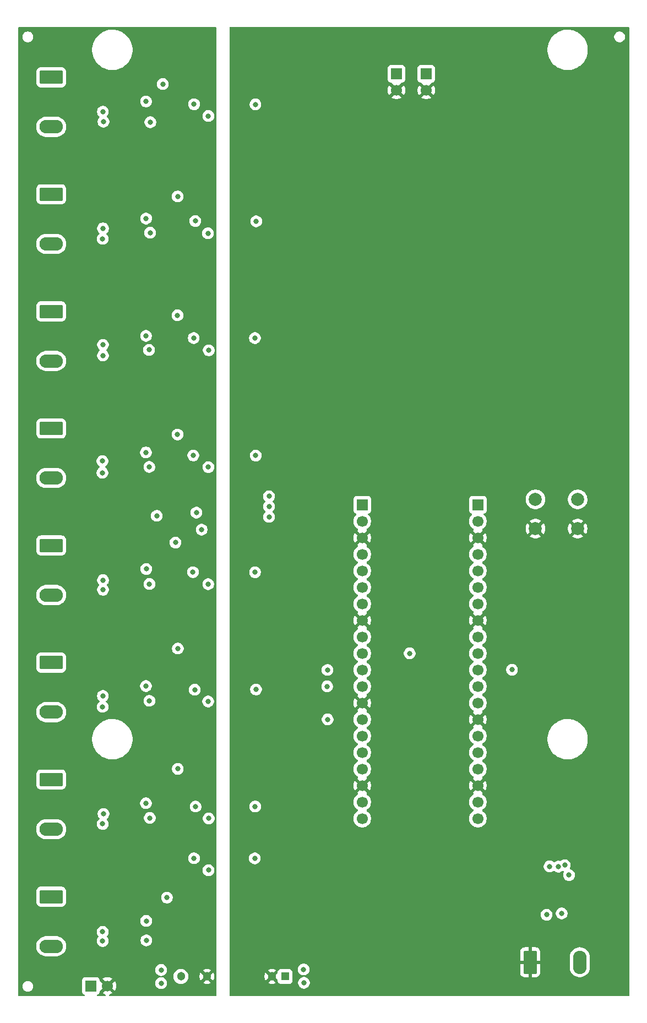
<source format=gbr>
%TF.GenerationSoftware,KiCad,Pcbnew,9.0.5*%
%TF.CreationDate,2025-12-25T13:02:37+01:00*%
%TF.ProjectId,leak_current_detector,6c65616b-5f63-4757-9272-656e745f6465,0.1*%
%TF.SameCoordinates,Original*%
%TF.FileFunction,Copper,L2,Inr*%
%TF.FilePolarity,Positive*%
%FSLAX46Y46*%
G04 Gerber Fmt 4.6, Leading zero omitted, Abs format (unit mm)*
G04 Created by KiCad (PCBNEW 9.0.5) date 2025-12-25 13:02:37*
%MOMM*%
%LPD*%
G01*
G04 APERTURE LIST*
G04 Aperture macros list*
%AMRoundRect*
0 Rectangle with rounded corners*
0 $1 Rounding radius*
0 $2 $3 $4 $5 $6 $7 $8 $9 X,Y pos of 4 corners*
0 Add a 4 corners polygon primitive as box body*
4,1,4,$2,$3,$4,$5,$6,$7,$8,$9,$2,$3,0*
0 Add four circle primitives for the rounded corners*
1,1,$1+$1,$2,$3*
1,1,$1+$1,$4,$5*
1,1,$1+$1,$6,$7*
1,1,$1+$1,$8,$9*
0 Add four rect primitives between the rounded corners*
20,1,$1+$1,$2,$3,$4,$5,0*
20,1,$1+$1,$4,$5,$6,$7,0*
20,1,$1+$1,$6,$7,$8,$9,0*
20,1,$1+$1,$8,$9,$2,$3,0*%
G04 Aperture macros list end*
%TA.AperFunction,ComponentPad*%
%ADD10RoundRect,0.250001X-1.549999X0.799999X-1.549999X-0.799999X1.549999X-0.799999X1.549999X0.799999X0*%
%TD*%
%TA.AperFunction,ComponentPad*%
%ADD11O,3.600000X2.100000*%
%TD*%
%TA.AperFunction,ComponentPad*%
%ADD12RoundRect,0.250001X-0.799999X-1.549999X0.799999X-1.549999X0.799999X1.549999X-0.799999X1.549999X0*%
%TD*%
%TA.AperFunction,ComponentPad*%
%ADD13O,2.100000X3.600000*%
%TD*%
%TA.AperFunction,ComponentPad*%
%ADD14R,1.700000X1.700000*%
%TD*%
%TA.AperFunction,ComponentPad*%
%ADD15C,1.700000*%
%TD*%
%TA.AperFunction,ComponentPad*%
%ADD16C,2.000000*%
%TD*%
%TA.AperFunction,ComponentPad*%
%ADD17R,1.303000X1.303000*%
%TD*%
%TA.AperFunction,ComponentPad*%
%ADD18C,1.303000*%
%TD*%
%TA.AperFunction,ViaPad*%
%ADD19C,0.800000*%
%TD*%
G04 APERTURE END LIST*
D10*
%TO.N,/FEE_4/signal*%
%TO.C,J4*%
X30602500Y-87215000D03*
D11*
%TO.N,Net-(J4-Pin_2)*%
X30602500Y-94835000D03*
%TD*%
D10*
%TO.N,/FEE_3/signal*%
%TO.C,J3*%
X30602500Y-69215000D03*
D11*
%TO.N,Net-(J3-Pin_2)*%
X30602500Y-76835000D03*
%TD*%
D12*
%TO.N,GND*%
%TO.C,J9*%
X104255000Y-169302500D03*
D13*
%TO.N,powerIn*%
X111875000Y-169302500D03*
%TD*%
D14*
%TO.N,+3V3A*%
%TO.C,J14*%
X36705000Y-172940000D03*
D15*
%TO.N,GNDA*%
X39245000Y-172940000D03*
%TD*%
D14*
%TO.N,unconnected-(J11-Pin_1-Pad1)*%
%TO.C,J11*%
X96210000Y-98950000D03*
D15*
%TO.N,+5V*%
X96210000Y-101490000D03*
%TO.N,GND*%
X96210000Y-104030000D03*
%TO.N,unconnected-(J11-Pin_4-Pad4)*%
X96210000Y-106570000D03*
%TO.N,+3V3*%
X96210000Y-109110000D03*
%TO.N,unconnected-(J11-Pin_6-Pad6)*%
X96210000Y-111650000D03*
%TO.N,unconnected-(J11-Pin_7-Pad7)*%
X96210000Y-114190000D03*
%TO.N,GND*%
X96210000Y-116730000D03*
%TO.N,unconnected-(J11-Pin_9-Pad9)*%
X96210000Y-119270000D03*
%TO.N,unconnected-(J11-Pin_10-Pad10)*%
X96210000Y-121810000D03*
%TO.N,Net-(J11-Pin_11)*%
X96210000Y-124350000D03*
%TO.N,unconnected-(J11-Pin_12-Pad12)*%
X96210000Y-126890000D03*
%TO.N,unconnected-(J11-Pin_13-Pad13)*%
X96210000Y-129430000D03*
%TO.N,GND*%
X96210000Y-131970000D03*
%TO.N,unconnected-(J11-Pin_15-Pad15)*%
X96210000Y-134510000D03*
%TO.N,unconnected-(J11-Pin_16-Pad16)*%
X96210000Y-137050000D03*
%TO.N,unconnected-(J11-Pin_17-Pad17)*%
X96210000Y-139590000D03*
%TO.N,GND*%
X96210000Y-142130000D03*
%TO.N,unconnected-(J11-Pin_19-Pad19)*%
X96210000Y-144670000D03*
%TO.N,unconnected-(J11-Pin_20-Pad20)*%
X96210000Y-147210000D03*
%TD*%
D10*
%TO.N,/FEE_7/signal*%
%TO.C,J7*%
X30602500Y-141215000D03*
D11*
%TO.N,Net-(J7-Pin_2)*%
X30602500Y-148835000D03*
%TD*%
D14*
%TO.N,+5V*%
%TO.C,J12*%
X83690000Y-32670000D03*
D15*
%TO.N,GND*%
X83690000Y-35210000D03*
%TD*%
D10*
%TO.N,/FEE_1/signal*%
%TO.C,J1*%
X30602500Y-33215000D03*
D11*
%TO.N,Net-(J1-Pin_2)*%
X30602500Y-40835000D03*
%TD*%
D10*
%TO.N,/FEE_2/signal*%
%TO.C,J2*%
X30602500Y-51215000D03*
D11*
%TO.N,Net-(J2-Pin_2)*%
X30602500Y-58835000D03*
%TD*%
D10*
%TO.N,/FEE_6/signal*%
%TO.C,J6*%
X30602500Y-123215000D03*
D11*
%TO.N,Net-(J6-Pin_2)*%
X30602500Y-130835000D03*
%TD*%
D14*
%TO.N,+3V3*%
%TO.C,J13*%
X88280000Y-32670000D03*
D15*
%TO.N,GND*%
X88280000Y-35210000D03*
%TD*%
D16*
%TO.N,Net-(J11-Pin_11)*%
%TO.C,SW1*%
X105060000Y-98120000D03*
X111560000Y-98120000D03*
%TO.N,GND*%
X105060000Y-102620000D03*
X111560000Y-102620000D03*
%TD*%
D10*
%TO.N,/FEE_8/signal*%
%TO.C,J8*%
X30602500Y-159215000D03*
D11*
%TO.N,Net-(J8-Pin_2)*%
X30602500Y-166835000D03*
%TD*%
D14*
%TO.N,relay_0*%
%TO.C,J10*%
X78430000Y-98950000D03*
D15*
%TO.N,relay_1*%
X78430000Y-101490000D03*
%TO.N,GND*%
X78430000Y-104030000D03*
%TO.N,relay_2*%
X78430000Y-106570000D03*
%TO.N,relay_3*%
X78430000Y-109110000D03*
%TO.N,relay_4*%
X78430000Y-111650000D03*
%TO.N,relay_5*%
X78430000Y-114190000D03*
%TO.N,GND*%
X78430000Y-116730000D03*
%TO.N,relay_6*%
X78430000Y-119270000D03*
%TO.N,relay_7*%
X78430000Y-121810000D03*
%TO.N,Net-(J10-Pin_11)*%
X78430000Y-124350000D03*
%TO.N,Net-(J10-Pin_12)*%
X78430000Y-126890000D03*
%TO.N,GND*%
X78430000Y-129430000D03*
%TO.N,Net-(J10-Pin_14)*%
X78430000Y-131970000D03*
%TO.N,unconnected-(J10-Pin_15-Pad15)*%
X78430000Y-134510000D03*
%TO.N,unconnected-(J10-Pin_16-Pad16)*%
X78430000Y-137050000D03*
%TO.N,unconnected-(J10-Pin_17-Pad17)*%
X78430000Y-139590000D03*
%TO.N,GND*%
X78430000Y-142130000D03*
%TO.N,unconnected-(J10-Pin_19-Pad19)*%
X78430000Y-144670000D03*
%TO.N,unconnected-(J10-Pin_20-Pad20)*%
X78430000Y-147210000D03*
%TD*%
D10*
%TO.N,/FEE_5/signal*%
%TO.C,J5*%
X30602500Y-105215000D03*
D11*
%TO.N,Net-(J5-Pin_2)*%
X30602500Y-112835000D03*
%TD*%
D17*
%TO.N,+5V*%
%TO.C,PS2*%
X66550000Y-171490000D03*
D18*
%TO.N,GND*%
X64550000Y-171490000D03*
%TO.N,GNDA*%
X54550000Y-171490000D03*
%TO.N,+3V3A*%
X50550000Y-171490000D03*
%TD*%
D19*
%TO.N,GNDA*%
X48710000Y-99810000D03*
X34890000Y-39950000D03*
X52550000Y-150820000D03*
X50390000Y-98470000D03*
X46580000Y-37690000D03*
X36810000Y-70800000D03*
X44200000Y-152780000D03*
X44200000Y-153960000D03*
X48970000Y-108870000D03*
X42480000Y-58020000D03*
X52420000Y-88840000D03*
X46690000Y-91620000D03*
X52630000Y-70840000D03*
X51360000Y-57180000D03*
X36080000Y-166870000D03*
X48240000Y-110020000D03*
X48980000Y-53040000D03*
X36620000Y-79210000D03*
X44200000Y-155060000D03*
X43420000Y-111070000D03*
X36670000Y-142610000D03*
X42910000Y-154000000D03*
X36740000Y-52680000D03*
X49020000Y-162660000D03*
X46460000Y-163680000D03*
X35160000Y-93990000D03*
X36410000Y-115170000D03*
X49010000Y-90800000D03*
X49950000Y-101650000D03*
X39920000Y-89740000D03*
X51307250Y-93187250D03*
X46740000Y-109750000D03*
X46890000Y-127670000D03*
X42450000Y-165810000D03*
X51400000Y-155170000D03*
X51400000Y-111160000D03*
X46740000Y-73660000D03*
X51350000Y-75200000D03*
X36620000Y-160820000D03*
X49010000Y-126940000D03*
X36800000Y-43200000D03*
X48220000Y-74040000D03*
X39870000Y-143740000D03*
X43840000Y-170410000D03*
X48230000Y-56080000D03*
X35050000Y-75990000D03*
X36680000Y-34620000D03*
X43320000Y-129020000D03*
X43780000Y-172520000D03*
X36760000Y-88760000D03*
X39790000Y-107790000D03*
X39940000Y-71720000D03*
X52570000Y-124880000D03*
X43430000Y-39080000D03*
X52490000Y-34820000D03*
X40100000Y-161720000D03*
X46780000Y-166000000D03*
X39750000Y-35750000D03*
X35080000Y-57990000D03*
X35150000Y-129970000D03*
X48240000Y-146010000D03*
X39900000Y-53770000D03*
X36570000Y-151190000D03*
X36710000Y-124710000D03*
X36590000Y-61190000D03*
X39830000Y-125740000D03*
X51370000Y-129170000D03*
X35150000Y-111970000D03*
X52790000Y-142817250D03*
X42520000Y-93960000D03*
X50530000Y-102570000D03*
X51440000Y-39160000D03*
X46800000Y-55680000D03*
X48385000Y-39190000D03*
X48240000Y-127930000D03*
X45380000Y-153960000D03*
X48610000Y-70710000D03*
X52590000Y-106780000D03*
X36620000Y-169240000D03*
X48180000Y-92020000D03*
X46940000Y-145650000D03*
X35200000Y-147970000D03*
X36600000Y-133220000D03*
X43410000Y-147050000D03*
X50080000Y-35810000D03*
X36610000Y-97160000D03*
X52530000Y-52800000D03*
%TO.N,GND*%
X108260000Y-158260000D03*
X69320000Y-123880000D03*
X68780000Y-153330000D03*
X68760000Y-91250000D03*
X88980000Y-121320000D03*
X69280000Y-141940000D03*
X108000000Y-165260000D03*
X69420000Y-33910000D03*
X81690000Y-125590000D03*
X69410000Y-87980000D03*
X106360000Y-158260000D03*
X68790000Y-55260000D03*
X106360000Y-157270000D03*
X103270000Y-158020000D03*
X107240000Y-159260000D03*
X108260000Y-159240000D03*
X106370000Y-159260000D03*
X112600000Y-155700000D03*
X69280000Y-105920000D03*
X108260000Y-157250000D03*
X73220000Y-170400000D03*
X68710000Y-127200000D03*
X69350000Y-149910000D03*
X69300000Y-69920000D03*
X68790000Y-37310000D03*
X68820000Y-73340000D03*
X107240000Y-158260000D03*
X110050000Y-165250000D03*
X107240000Y-157260000D03*
X68820000Y-109300000D03*
X103460000Y-159530000D03*
X68880000Y-145250000D03*
X69400000Y-51840000D03*
X73120000Y-172490000D03*
X103270000Y-156940000D03*
%TO.N,powerIn*%
X109097500Y-161790000D03*
X106767500Y-161990000D03*
%TO.N,+5V*%
X69420000Y-170410000D03*
X108577500Y-154600000D03*
X110217500Y-155900000D03*
X107227500Y-154570000D03*
X109567500Y-154370000D03*
X69470000Y-172460000D03*
%TO.N,+3V3A*%
X54830000Y-75200000D03*
X38540000Y-38510000D03*
X54790000Y-155150000D03*
X38470000Y-94030000D03*
X54710000Y-57210000D03*
X45210000Y-162940000D03*
X45170000Y-126830000D03*
X54820000Y-147190000D03*
X45170000Y-144850000D03*
X38570000Y-56450000D03*
X47500000Y-172510000D03*
X52570000Y-153310000D03*
X38520000Y-58050000D03*
X54740000Y-129200000D03*
X45220000Y-108820000D03*
X52750000Y-55310000D03*
X53740000Y-102780000D03*
X38480000Y-92240000D03*
X45700000Y-129100000D03*
X45770000Y-147110000D03*
X38520000Y-166040000D03*
X38560000Y-112030000D03*
X45820000Y-57120000D03*
X54760000Y-93160000D03*
X38520000Y-148030000D03*
X38560000Y-76000000D03*
X52670000Y-127390000D03*
X45230000Y-165940000D03*
X54750000Y-111160000D03*
X52510000Y-73320000D03*
X38510000Y-130030000D03*
X52390000Y-109320000D03*
X47500000Y-170490000D03*
X45190000Y-54950000D03*
X38570000Y-110540000D03*
X52450000Y-91370000D03*
X45180000Y-36930000D03*
X38560000Y-74360000D03*
X38540000Y-128360000D03*
X45640000Y-75140000D03*
X52920000Y-100160000D03*
X45710000Y-111140000D03*
X45690000Y-93130000D03*
X54770000Y-39170000D03*
X45180000Y-72980000D03*
X45170000Y-90910000D03*
X45855000Y-40120000D03*
X52800000Y-145357250D03*
X38520000Y-164630000D03*
X38640000Y-146490000D03*
X38640000Y-40040000D03*
X52570000Y-37360000D03*
%TO.N,relay_7*%
X85720000Y-121800000D03*
%TO.N,Net-(J10-Pin_11)*%
X64090000Y-100810000D03*
%TO.N,Net-(J10-Pin_12)*%
X64090000Y-99230000D03*
%TO.N,Net-(J10-Pin_14)*%
X64090000Y-97660000D03*
%TO.N,+3V3*%
X61900000Y-153330000D03*
X62130000Y-55370000D03*
X101450000Y-124330000D03*
X62090000Y-127360000D03*
X73110000Y-131960000D03*
X62050000Y-91380000D03*
X61920000Y-73320000D03*
X73040000Y-126880000D03*
X73070000Y-124360000D03*
X61950000Y-109340000D03*
X61970000Y-145350000D03*
X62000000Y-37390000D03*
%TO.N,OUT*%
X50040000Y-51540000D03*
X47760000Y-34260000D03*
X49710000Y-104760000D03*
X46830000Y-100650000D03*
X50020000Y-69820000D03*
X50020000Y-88150000D03*
X48400000Y-159360000D03*
X50070000Y-121060000D03*
X50060000Y-139570000D03*
%TD*%
%TA.AperFunction,Conductor*%
%TO.N,GNDA*%
G36*
X55943039Y-25520185D02*
G01*
X55988794Y-25572989D01*
X56000000Y-25624500D01*
X56000000Y-174375500D01*
X55980315Y-174442539D01*
X55927511Y-174488294D01*
X55876000Y-174499500D01*
X39596950Y-174499500D01*
X39529911Y-174479815D01*
X39484156Y-174427011D01*
X39474212Y-174357853D01*
X39503237Y-174294297D01*
X39558632Y-174257569D01*
X39763217Y-174191095D01*
X39952554Y-174094622D01*
X40006716Y-174055270D01*
X40006717Y-174055270D01*
X39374408Y-173422962D01*
X39437993Y-173405925D01*
X39552007Y-173340099D01*
X39645099Y-173247007D01*
X39710925Y-173132993D01*
X39727962Y-173069408D01*
X40360270Y-173701717D01*
X40360270Y-173701716D01*
X40399622Y-173647554D01*
X40496095Y-173458217D01*
X40561757Y-173256130D01*
X40561757Y-173256127D01*
X40595000Y-173046246D01*
X40595000Y-172833753D01*
X40561757Y-172623872D01*
X40561757Y-172623869D01*
X40496095Y-172421782D01*
X40399624Y-172232449D01*
X40360270Y-172178282D01*
X40360269Y-172178282D01*
X39727962Y-172810590D01*
X39710925Y-172747007D01*
X39645099Y-172632993D01*
X39552007Y-172539901D01*
X39437993Y-172474075D01*
X39374409Y-172457037D01*
X40006716Y-171824728D01*
X39952550Y-171785375D01*
X39763217Y-171688904D01*
X39561129Y-171623242D01*
X39351246Y-171590000D01*
X39138754Y-171590000D01*
X38928872Y-171623242D01*
X38928869Y-171623242D01*
X38726782Y-171688904D01*
X38537439Y-171785380D01*
X38483282Y-171824727D01*
X38483282Y-171824728D01*
X39115591Y-172457037D01*
X39052007Y-172474075D01*
X38937993Y-172539901D01*
X38844901Y-172632993D01*
X38779075Y-172747007D01*
X38762037Y-172810591D01*
X38091818Y-172140372D01*
X38058333Y-172079049D01*
X38058330Y-172079036D01*
X38055499Y-172066015D01*
X38055499Y-172042128D01*
X38049091Y-171982517D01*
X38007125Y-171870000D01*
X37998798Y-171847673D01*
X37998793Y-171847664D01*
X37912547Y-171732455D01*
X37912544Y-171732452D01*
X37797335Y-171646206D01*
X37797328Y-171646202D01*
X37662482Y-171595908D01*
X37662483Y-171595908D01*
X37602883Y-171589501D01*
X37602881Y-171589500D01*
X37602873Y-171589500D01*
X37602864Y-171589500D01*
X35807129Y-171589500D01*
X35807123Y-171589501D01*
X35747516Y-171595908D01*
X35612671Y-171646202D01*
X35612664Y-171646206D01*
X35497455Y-171732452D01*
X35497452Y-171732455D01*
X35411206Y-171847664D01*
X35411202Y-171847671D01*
X35360908Y-171982517D01*
X35354501Y-172042116D01*
X35354500Y-172042135D01*
X35354500Y-173837870D01*
X35354501Y-173837876D01*
X35360908Y-173897483D01*
X35411202Y-174032328D01*
X35411206Y-174032335D01*
X35497452Y-174147544D01*
X35497455Y-174147547D01*
X35612664Y-174233793D01*
X35612671Y-174233797D01*
X35681096Y-174259318D01*
X35737030Y-174301189D01*
X35761447Y-174366653D01*
X35746595Y-174434926D01*
X35697190Y-174484332D01*
X35637763Y-174499500D01*
X25624500Y-174499500D01*
X25557461Y-174479815D01*
X25511706Y-174427011D01*
X25500500Y-174375500D01*
X25500500Y-172918592D01*
X26173500Y-172918592D01*
X26173500Y-173081407D01*
X26205259Y-173241073D01*
X26205262Y-173241082D01*
X26267562Y-173391490D01*
X26267563Y-173391492D01*
X26358015Y-173526862D01*
X26358018Y-173526866D01*
X26473133Y-173641981D01*
X26473137Y-173641984D01*
X26608505Y-173732435D01*
X26608506Y-173732435D01*
X26608507Y-173732436D01*
X26608509Y-173732437D01*
X26675717Y-173760275D01*
X26758919Y-173794738D01*
X26758921Y-173794738D01*
X26758926Y-173794740D01*
X26918592Y-173826499D01*
X26918595Y-173826500D01*
X26918597Y-173826500D01*
X27081405Y-173826500D01*
X27081406Y-173826499D01*
X27134629Y-173815912D01*
X27241073Y-173794740D01*
X27241076Y-173794738D01*
X27241081Y-173794738D01*
X27391495Y-173732435D01*
X27526863Y-173641984D01*
X27641984Y-173526863D01*
X27732435Y-173391495D01*
X27794738Y-173241081D01*
X27826500Y-173081403D01*
X27826500Y-172918597D01*
X27826500Y-172918594D01*
X27826499Y-172918592D01*
X27794740Y-172758926D01*
X27794737Y-172758917D01*
X27732437Y-172608509D01*
X27732436Y-172608507D01*
X27725878Y-172598693D01*
X27641984Y-172473137D01*
X27641981Y-172473133D01*
X27526866Y-172358018D01*
X27526862Y-172358015D01*
X27391492Y-172267563D01*
X27391490Y-172267562D01*
X27241082Y-172205262D01*
X27241073Y-172205259D01*
X27081406Y-172173500D01*
X27081403Y-172173500D01*
X26918597Y-172173500D01*
X26918594Y-172173500D01*
X26758926Y-172205259D01*
X26758917Y-172205262D01*
X26608509Y-172267562D01*
X26608507Y-172267563D01*
X26473137Y-172358015D01*
X26473133Y-172358018D01*
X26358018Y-172473133D01*
X26358015Y-172473137D01*
X26267563Y-172608507D01*
X26267562Y-172608509D01*
X26205262Y-172758917D01*
X26205259Y-172758926D01*
X26173500Y-172918592D01*
X25500500Y-172918592D01*
X25500500Y-170401304D01*
X46599500Y-170401304D01*
X46599500Y-170578695D01*
X46634103Y-170752658D01*
X46634106Y-170752667D01*
X46701983Y-170916540D01*
X46701990Y-170916553D01*
X46800535Y-171064034D01*
X46800538Y-171064038D01*
X46925961Y-171189461D01*
X46925965Y-171189464D01*
X47073446Y-171288009D01*
X47073459Y-171288016D01*
X47196363Y-171338923D01*
X47237334Y-171355894D01*
X47264233Y-171361244D01*
X47350390Y-171378383D01*
X47412301Y-171410768D01*
X47446875Y-171471484D01*
X47443135Y-171541253D01*
X47402268Y-171597925D01*
X47350390Y-171621617D01*
X47237340Y-171644104D01*
X47237332Y-171644106D01*
X47073459Y-171711983D01*
X47073446Y-171711990D01*
X46925965Y-171810535D01*
X46925961Y-171810538D01*
X46800538Y-171935961D01*
X46800535Y-171935965D01*
X46701990Y-172083446D01*
X46701983Y-172083459D01*
X46634106Y-172247332D01*
X46634103Y-172247341D01*
X46599500Y-172421304D01*
X46599500Y-172598695D01*
X46634103Y-172772658D01*
X46634106Y-172772667D01*
X46701983Y-172936540D01*
X46701990Y-172936553D01*
X46800535Y-173084034D01*
X46800538Y-173084038D01*
X46925961Y-173209461D01*
X46925965Y-173209464D01*
X47073446Y-173308009D01*
X47073459Y-173308016D01*
X47150916Y-173340099D01*
X47237334Y-173375894D01*
X47237336Y-173375894D01*
X47237341Y-173375896D01*
X47411304Y-173410499D01*
X47411307Y-173410500D01*
X47411309Y-173410500D01*
X47588693Y-173410500D01*
X47588694Y-173410499D01*
X47646682Y-173398964D01*
X47762658Y-173375896D01*
X47762661Y-173375894D01*
X47762666Y-173375894D01*
X47926547Y-173308013D01*
X48074035Y-173209464D01*
X48199464Y-173084035D01*
X48298013Y-172936547D01*
X48365894Y-172772666D01*
X48368629Y-172758919D01*
X48395492Y-172623869D01*
X48400500Y-172598691D01*
X48400500Y-172421309D01*
X48400500Y-172421306D01*
X48400499Y-172421304D01*
X48365896Y-172247341D01*
X48365893Y-172247332D01*
X48363054Y-172240479D01*
X48335311Y-172173500D01*
X48298016Y-172083459D01*
X48298009Y-172083446D01*
X48199464Y-171935965D01*
X48199461Y-171935961D01*
X48074038Y-171810538D01*
X48074034Y-171810535D01*
X47926553Y-171711990D01*
X47926540Y-171711983D01*
X47762667Y-171644106D01*
X47762658Y-171644103D01*
X47649610Y-171621617D01*
X47587699Y-171589232D01*
X47553124Y-171528516D01*
X47556864Y-171458747D01*
X47597731Y-171402075D01*
X47603742Y-171399330D01*
X49398000Y-171399330D01*
X49398000Y-171580669D01*
X49426365Y-171759757D01*
X49426366Y-171759761D01*
X49462185Y-171870000D01*
X49482401Y-171932216D01*
X49538398Y-172042116D01*
X49564721Y-172093779D01*
X49671304Y-172240477D01*
X49799523Y-172368696D01*
X49946221Y-172475279D01*
X50107786Y-172557600D01*
X50280239Y-172613634D01*
X50344861Y-172623869D01*
X50459331Y-172642000D01*
X50459336Y-172642000D01*
X50640669Y-172642000D01*
X50755139Y-172623869D01*
X50819761Y-172613634D01*
X50992214Y-172557600D01*
X51153779Y-172475279D01*
X51300477Y-172368696D01*
X51428696Y-172240477D01*
X51535279Y-172093779D01*
X51617600Y-171932214D01*
X51673634Y-171759761D01*
X51686241Y-171680162D01*
X51702000Y-171580669D01*
X51702000Y-171399370D01*
X53398500Y-171399370D01*
X53398500Y-171580629D01*
X53426852Y-171759640D01*
X53482864Y-171932025D01*
X53565150Y-172093520D01*
X53576837Y-172109606D01*
X53576838Y-172109606D01*
X54170000Y-171516445D01*
X54170000Y-171540028D01*
X54195896Y-171636675D01*
X54245924Y-171723325D01*
X54316675Y-171794076D01*
X54403325Y-171844104D01*
X54499972Y-171870000D01*
X54523553Y-171870000D01*
X53930391Y-172463160D01*
X53930392Y-172463161D01*
X53946478Y-172474848D01*
X54107974Y-172557135D01*
X54280359Y-172613147D01*
X54280358Y-172613147D01*
X54459371Y-172641500D01*
X54640629Y-172641500D01*
X54819640Y-172613147D01*
X54992025Y-172557135D01*
X55153514Y-172474853D01*
X55169607Y-172463160D01*
X54576448Y-171870000D01*
X54600028Y-171870000D01*
X54696675Y-171844104D01*
X54783325Y-171794076D01*
X54854076Y-171723325D01*
X54904104Y-171636675D01*
X54930000Y-171540028D01*
X54930000Y-171516446D01*
X55523160Y-172109606D01*
X55534853Y-172093514D01*
X55617135Y-171932025D01*
X55673147Y-171759640D01*
X55701500Y-171580629D01*
X55701500Y-171399370D01*
X55673147Y-171220359D01*
X55617135Y-171047974D01*
X55534848Y-170886478D01*
X55523161Y-170870392D01*
X55523160Y-170870391D01*
X54930000Y-171463551D01*
X54930000Y-171439972D01*
X54904104Y-171343325D01*
X54854076Y-171256675D01*
X54783325Y-171185924D01*
X54696675Y-171135896D01*
X54600028Y-171110000D01*
X54576447Y-171110000D01*
X55169606Y-170516838D01*
X55169606Y-170516837D01*
X55153520Y-170505150D01*
X54992025Y-170422864D01*
X54819640Y-170366852D01*
X54819641Y-170366852D01*
X54640629Y-170338500D01*
X54459371Y-170338500D01*
X54280359Y-170366852D01*
X54107974Y-170422864D01*
X53946484Y-170505147D01*
X53930392Y-170516837D01*
X53930392Y-170516838D01*
X54523554Y-171110000D01*
X54499972Y-171110000D01*
X54403325Y-171135896D01*
X54316675Y-171185924D01*
X54245924Y-171256675D01*
X54195896Y-171343325D01*
X54170000Y-171439972D01*
X54170000Y-171463554D01*
X53576838Y-170870392D01*
X53576837Y-170870392D01*
X53565147Y-170886484D01*
X53482864Y-171047974D01*
X53426852Y-171220359D01*
X53398500Y-171399370D01*
X51702000Y-171399370D01*
X51702000Y-171399330D01*
X51673634Y-171220242D01*
X51673634Y-171220239D01*
X51617600Y-171047786D01*
X51535279Y-170886221D01*
X51428696Y-170739523D01*
X51300477Y-170611304D01*
X51153779Y-170504721D01*
X50992214Y-170422400D01*
X50819761Y-170366366D01*
X50819759Y-170366365D01*
X50819757Y-170366365D01*
X50640669Y-170338000D01*
X50640664Y-170338000D01*
X50459336Y-170338000D01*
X50459331Y-170338000D01*
X50280242Y-170366365D01*
X50107783Y-170422401D01*
X49946220Y-170504721D01*
X49929543Y-170516838D01*
X49799523Y-170611304D01*
X49799521Y-170611306D01*
X49799520Y-170611306D01*
X49671306Y-170739520D01*
X49671306Y-170739521D01*
X49671304Y-170739523D01*
X49625531Y-170802523D01*
X49564721Y-170886220D01*
X49482401Y-171047783D01*
X49426365Y-171220242D01*
X49398000Y-171399330D01*
X47603742Y-171399330D01*
X47649610Y-171378383D01*
X47762658Y-171355896D01*
X47762661Y-171355894D01*
X47762666Y-171355894D01*
X47926547Y-171288013D01*
X48074035Y-171189464D01*
X48199464Y-171064035D01*
X48298013Y-170916547D01*
X48365894Y-170752666D01*
X48368509Y-170739523D01*
X48400499Y-170578695D01*
X48400500Y-170578693D01*
X48400500Y-170401306D01*
X48400499Y-170401304D01*
X48365896Y-170227341D01*
X48365893Y-170227332D01*
X48298016Y-170063459D01*
X48298009Y-170063446D01*
X48199464Y-169915965D01*
X48199461Y-169915961D01*
X48074038Y-169790538D01*
X48074034Y-169790535D01*
X47926553Y-169691990D01*
X47926540Y-169691983D01*
X47762667Y-169624106D01*
X47762658Y-169624103D01*
X47588694Y-169589500D01*
X47588691Y-169589500D01*
X47411309Y-169589500D01*
X47411306Y-169589500D01*
X47237341Y-169624103D01*
X47237332Y-169624106D01*
X47073459Y-169691983D01*
X47073446Y-169691990D01*
X46925965Y-169790535D01*
X46925961Y-169790538D01*
X46800538Y-169915961D01*
X46800535Y-169915965D01*
X46701990Y-170063446D01*
X46701983Y-170063459D01*
X46634106Y-170227332D01*
X46634103Y-170227341D01*
X46599500Y-170401304D01*
X25500500Y-170401304D01*
X25500500Y-166712973D01*
X28302000Y-166712973D01*
X28302000Y-166957026D01*
X28340178Y-167198072D01*
X28415597Y-167430187D01*
X28526396Y-167647642D01*
X28669839Y-167845076D01*
X28669843Y-167845081D01*
X28842418Y-168017656D01*
X28842423Y-168017660D01*
X29014636Y-168142779D01*
X29039861Y-168161106D01*
X29257315Y-168271904D01*
X29489424Y-168347321D01*
X29730473Y-168385500D01*
X29730474Y-168385500D01*
X31474526Y-168385500D01*
X31474527Y-168385500D01*
X31715576Y-168347321D01*
X31947685Y-168271904D01*
X32165139Y-168161106D01*
X32362583Y-168017655D01*
X32535155Y-167845083D01*
X32678606Y-167647639D01*
X32789404Y-167430185D01*
X32864821Y-167198076D01*
X32903000Y-166957027D01*
X32903000Y-166712973D01*
X32864821Y-166471924D01*
X32789404Y-166239815D01*
X32678606Y-166022361D01*
X32626980Y-165951304D01*
X32535160Y-165824923D01*
X32535156Y-165824918D01*
X32362581Y-165652343D01*
X32362576Y-165652339D01*
X32165142Y-165508896D01*
X32165141Y-165508895D01*
X32165139Y-165508894D01*
X31947685Y-165398096D01*
X31715576Y-165322679D01*
X31715574Y-165322678D01*
X31715572Y-165322678D01*
X31547269Y-165296021D01*
X31474527Y-165284500D01*
X29730473Y-165284500D01*
X29674593Y-165293350D01*
X29489427Y-165322678D01*
X29257312Y-165398097D01*
X29039857Y-165508896D01*
X28842423Y-165652339D01*
X28842418Y-165652343D01*
X28669843Y-165824918D01*
X28669839Y-165824923D01*
X28526396Y-166022357D01*
X28415597Y-166239812D01*
X28415596Y-166239814D01*
X28415596Y-166239815D01*
X28341929Y-166466540D01*
X28340180Y-166471922D01*
X28340178Y-166471927D01*
X28302000Y-166712973D01*
X25500500Y-166712973D01*
X25500500Y-164541304D01*
X37619500Y-164541304D01*
X37619500Y-164718695D01*
X37654103Y-164892658D01*
X37654106Y-164892667D01*
X37721983Y-165056540D01*
X37721990Y-165056553D01*
X37820535Y-165204034D01*
X37820538Y-165204038D01*
X37863819Y-165247319D01*
X37897304Y-165308642D01*
X37892320Y-165378334D01*
X37863819Y-165422681D01*
X37820538Y-165465961D01*
X37820535Y-165465965D01*
X37721990Y-165613446D01*
X37721983Y-165613459D01*
X37654106Y-165777332D01*
X37654103Y-165777341D01*
X37619500Y-165951304D01*
X37619500Y-166128695D01*
X37654103Y-166302658D01*
X37654106Y-166302667D01*
X37721983Y-166466540D01*
X37721990Y-166466553D01*
X37820535Y-166614034D01*
X37820538Y-166614038D01*
X37945961Y-166739461D01*
X37945965Y-166739464D01*
X38093446Y-166838009D01*
X38093459Y-166838016D01*
X38216363Y-166888923D01*
X38257334Y-166905894D01*
X38257336Y-166905894D01*
X38257341Y-166905896D01*
X38431304Y-166940499D01*
X38431307Y-166940500D01*
X38431309Y-166940500D01*
X38608693Y-166940500D01*
X38608694Y-166940499D01*
X38666682Y-166928964D01*
X38782658Y-166905896D01*
X38782661Y-166905894D01*
X38782666Y-166905894D01*
X38946547Y-166838013D01*
X39094035Y-166739464D01*
X39219464Y-166614035D01*
X39318013Y-166466547D01*
X39385894Y-166302666D01*
X39420500Y-166128691D01*
X39420500Y-165951309D01*
X39420500Y-165951306D01*
X39404209Y-165869409D01*
X39404209Y-165869408D01*
X39400608Y-165851304D01*
X44329500Y-165851304D01*
X44329500Y-166028695D01*
X44364103Y-166202658D01*
X44364106Y-166202667D01*
X44431983Y-166366540D01*
X44431990Y-166366553D01*
X44530535Y-166514034D01*
X44530538Y-166514038D01*
X44655961Y-166639461D01*
X44655965Y-166639464D01*
X44803446Y-166738009D01*
X44803459Y-166738016D01*
X44926363Y-166788923D01*
X44967334Y-166805894D01*
X44967336Y-166805894D01*
X44967341Y-166805896D01*
X45141304Y-166840499D01*
X45141307Y-166840500D01*
X45141309Y-166840500D01*
X45318693Y-166840500D01*
X45318694Y-166840499D01*
X45376682Y-166828964D01*
X45492658Y-166805896D01*
X45492661Y-166805894D01*
X45492666Y-166805894D01*
X45656547Y-166738013D01*
X45804035Y-166639464D01*
X45929464Y-166514035D01*
X46028013Y-166366547D01*
X46095894Y-166202666D01*
X46130500Y-166028691D01*
X46130500Y-165851309D01*
X46130500Y-165851306D01*
X46130499Y-165851304D01*
X46095896Y-165677341D01*
X46095893Y-165677332D01*
X46085542Y-165652343D01*
X46069431Y-165613446D01*
X46028016Y-165513459D01*
X46028009Y-165513446D01*
X45929464Y-165365965D01*
X45929461Y-165365961D01*
X45804038Y-165240538D01*
X45804034Y-165240535D01*
X45656553Y-165141990D01*
X45656540Y-165141983D01*
X45492667Y-165074106D01*
X45492658Y-165074103D01*
X45318694Y-165039500D01*
X45318691Y-165039500D01*
X45141309Y-165039500D01*
X45141306Y-165039500D01*
X44967341Y-165074103D01*
X44967332Y-165074106D01*
X44803459Y-165141983D01*
X44803446Y-165141990D01*
X44655965Y-165240535D01*
X44655961Y-165240538D01*
X44530538Y-165365961D01*
X44530535Y-165365965D01*
X44431990Y-165513446D01*
X44431983Y-165513459D01*
X44364106Y-165677332D01*
X44364103Y-165677341D01*
X44329500Y-165851304D01*
X39400608Y-165851304D01*
X39385896Y-165777341D01*
X39385893Y-165777332D01*
X39318016Y-165613459D01*
X39318009Y-165613446D01*
X39219464Y-165465965D01*
X39219461Y-165465961D01*
X39176181Y-165422681D01*
X39142696Y-165361358D01*
X39147680Y-165291666D01*
X39176181Y-165247319D01*
X39219461Y-165204038D01*
X39219464Y-165204035D01*
X39318013Y-165056547D01*
X39385894Y-164892666D01*
X39420500Y-164718691D01*
X39420500Y-164541309D01*
X39420500Y-164541306D01*
X39420499Y-164541304D01*
X39385896Y-164367341D01*
X39385893Y-164367332D01*
X39318016Y-164203459D01*
X39318009Y-164203446D01*
X39219464Y-164055965D01*
X39219461Y-164055961D01*
X39094038Y-163930538D01*
X39094034Y-163930535D01*
X38946553Y-163831990D01*
X38946540Y-163831983D01*
X38782667Y-163764106D01*
X38782658Y-163764103D01*
X38608694Y-163729500D01*
X38608691Y-163729500D01*
X38431309Y-163729500D01*
X38431306Y-163729500D01*
X38257341Y-163764103D01*
X38257332Y-163764106D01*
X38093459Y-163831983D01*
X38093446Y-163831990D01*
X37945965Y-163930535D01*
X37945961Y-163930538D01*
X37820538Y-164055961D01*
X37820535Y-164055965D01*
X37721990Y-164203446D01*
X37721983Y-164203459D01*
X37654106Y-164367332D01*
X37654103Y-164367341D01*
X37619500Y-164541304D01*
X25500500Y-164541304D01*
X25500500Y-162851304D01*
X44309500Y-162851304D01*
X44309500Y-163028695D01*
X44344103Y-163202658D01*
X44344106Y-163202667D01*
X44411983Y-163366540D01*
X44411990Y-163366553D01*
X44510535Y-163514034D01*
X44510538Y-163514038D01*
X44635961Y-163639461D01*
X44635965Y-163639464D01*
X44783446Y-163738009D01*
X44783459Y-163738016D01*
X44906363Y-163788923D01*
X44947334Y-163805894D01*
X44947336Y-163805894D01*
X44947341Y-163805896D01*
X45121304Y-163840499D01*
X45121307Y-163840500D01*
X45121309Y-163840500D01*
X45298693Y-163840500D01*
X45298694Y-163840499D01*
X45356682Y-163828964D01*
X45472658Y-163805896D01*
X45472661Y-163805894D01*
X45472666Y-163805894D01*
X45636547Y-163738013D01*
X45784035Y-163639464D01*
X45909464Y-163514035D01*
X46008013Y-163366547D01*
X46075894Y-163202666D01*
X46110500Y-163028691D01*
X46110500Y-162851309D01*
X46110500Y-162851306D01*
X46110499Y-162851304D01*
X46075896Y-162677341D01*
X46075893Y-162677332D01*
X46008016Y-162513459D01*
X46008009Y-162513446D01*
X45909464Y-162365965D01*
X45909461Y-162365961D01*
X45784038Y-162240538D01*
X45784034Y-162240535D01*
X45636553Y-162141990D01*
X45636540Y-162141983D01*
X45472667Y-162074106D01*
X45472658Y-162074103D01*
X45298694Y-162039500D01*
X45298691Y-162039500D01*
X45121309Y-162039500D01*
X45121306Y-162039500D01*
X44947341Y-162074103D01*
X44947332Y-162074106D01*
X44783459Y-162141983D01*
X44783446Y-162141990D01*
X44635965Y-162240535D01*
X44635961Y-162240538D01*
X44510538Y-162365961D01*
X44510535Y-162365965D01*
X44411990Y-162513446D01*
X44411983Y-162513459D01*
X44344106Y-162677332D01*
X44344103Y-162677341D01*
X44309500Y-162851304D01*
X25500500Y-162851304D01*
X25500500Y-158364984D01*
X28302000Y-158364984D01*
X28302000Y-160065015D01*
X28312500Y-160167795D01*
X28312501Y-160167797D01*
X28331753Y-160225896D01*
X28367686Y-160334335D01*
X28367687Y-160334337D01*
X28459786Y-160483651D01*
X28459789Y-160483655D01*
X28583844Y-160607710D01*
X28583848Y-160607713D01*
X28733162Y-160699812D01*
X28733164Y-160699813D01*
X28733166Y-160699814D01*
X28899703Y-160754999D01*
X29002492Y-160765500D01*
X29002497Y-160765500D01*
X32202503Y-160765500D01*
X32202508Y-160765500D01*
X32305297Y-160754999D01*
X32471834Y-160699814D01*
X32621155Y-160607711D01*
X32745211Y-160483655D01*
X32837314Y-160334334D01*
X32892499Y-160167797D01*
X32903000Y-160065008D01*
X32903000Y-159271304D01*
X47499500Y-159271304D01*
X47499500Y-159448695D01*
X47534103Y-159622658D01*
X47534106Y-159622667D01*
X47601983Y-159786540D01*
X47601990Y-159786553D01*
X47700535Y-159934034D01*
X47700538Y-159934038D01*
X47825961Y-160059461D01*
X47825965Y-160059464D01*
X47973446Y-160158009D01*
X47973459Y-160158016D01*
X48096363Y-160208923D01*
X48137334Y-160225894D01*
X48137336Y-160225894D01*
X48137341Y-160225896D01*
X48311304Y-160260499D01*
X48311307Y-160260500D01*
X48311309Y-160260500D01*
X48488693Y-160260500D01*
X48488694Y-160260499D01*
X48546682Y-160248964D01*
X48662658Y-160225896D01*
X48662661Y-160225894D01*
X48662666Y-160225894D01*
X48826547Y-160158013D01*
X48974035Y-160059464D01*
X49099464Y-159934035D01*
X49198013Y-159786547D01*
X49265894Y-159622666D01*
X49300500Y-159448691D01*
X49300500Y-159271309D01*
X49300500Y-159271306D01*
X49300499Y-159271304D01*
X49265896Y-159097341D01*
X49265893Y-159097332D01*
X49198016Y-158933459D01*
X49198009Y-158933446D01*
X49099464Y-158785965D01*
X49099461Y-158785961D01*
X48974038Y-158660538D01*
X48974034Y-158660535D01*
X48826553Y-158561990D01*
X48826540Y-158561983D01*
X48662667Y-158494106D01*
X48662658Y-158494103D01*
X48488694Y-158459500D01*
X48488691Y-158459500D01*
X48311309Y-158459500D01*
X48311306Y-158459500D01*
X48137341Y-158494103D01*
X48137332Y-158494106D01*
X47973459Y-158561983D01*
X47973446Y-158561990D01*
X47825965Y-158660535D01*
X47825961Y-158660538D01*
X47700538Y-158785961D01*
X47700535Y-158785965D01*
X47601990Y-158933446D01*
X47601983Y-158933459D01*
X47534106Y-159097332D01*
X47534103Y-159097341D01*
X47499500Y-159271304D01*
X32903000Y-159271304D01*
X32903000Y-158364992D01*
X32892499Y-158262203D01*
X32837314Y-158095666D01*
X32745211Y-157946345D01*
X32621155Y-157822289D01*
X32621151Y-157822286D01*
X32471837Y-157730187D01*
X32471835Y-157730186D01*
X32388565Y-157702593D01*
X32305297Y-157675001D01*
X32305295Y-157675000D01*
X32202515Y-157664500D01*
X32202508Y-157664500D01*
X29002492Y-157664500D01*
X29002484Y-157664500D01*
X28899704Y-157675000D01*
X28899703Y-157675001D01*
X28733164Y-157730186D01*
X28733162Y-157730187D01*
X28583848Y-157822286D01*
X28583844Y-157822289D01*
X28459789Y-157946344D01*
X28459786Y-157946348D01*
X28367687Y-158095662D01*
X28367686Y-158095664D01*
X28312501Y-158262203D01*
X28312500Y-158262204D01*
X28302000Y-158364984D01*
X25500500Y-158364984D01*
X25500500Y-155061304D01*
X53889500Y-155061304D01*
X53889500Y-155238695D01*
X53924103Y-155412658D01*
X53924106Y-155412667D01*
X53991983Y-155576540D01*
X53991990Y-155576553D01*
X54090535Y-155724034D01*
X54090538Y-155724038D01*
X54215961Y-155849461D01*
X54215965Y-155849464D01*
X54363446Y-155948009D01*
X54363459Y-155948016D01*
X54486363Y-155998923D01*
X54527334Y-156015894D01*
X54527336Y-156015894D01*
X54527341Y-156015896D01*
X54701304Y-156050499D01*
X54701307Y-156050500D01*
X54701309Y-156050500D01*
X54878693Y-156050500D01*
X54878694Y-156050499D01*
X54936682Y-156038964D01*
X55052658Y-156015896D01*
X55052661Y-156015894D01*
X55052666Y-156015894D01*
X55216547Y-155948013D01*
X55364035Y-155849464D01*
X55489464Y-155724035D01*
X55588013Y-155576547D01*
X55655894Y-155412666D01*
X55690500Y-155238691D01*
X55690500Y-155061309D01*
X55690500Y-155061306D01*
X55690499Y-155061304D01*
X55655896Y-154887341D01*
X55655893Y-154887332D01*
X55588016Y-154723459D01*
X55588009Y-154723446D01*
X55489464Y-154575965D01*
X55489461Y-154575961D01*
X55364038Y-154450538D01*
X55364034Y-154450535D01*
X55216553Y-154351990D01*
X55216540Y-154351983D01*
X55052667Y-154284106D01*
X55052658Y-154284103D01*
X54878694Y-154249500D01*
X54878691Y-154249500D01*
X54701309Y-154249500D01*
X54701306Y-154249500D01*
X54527341Y-154284103D01*
X54527332Y-154284106D01*
X54363459Y-154351983D01*
X54363446Y-154351990D01*
X54215965Y-154450535D01*
X54215961Y-154450538D01*
X54090538Y-154575961D01*
X54090535Y-154575965D01*
X53991990Y-154723446D01*
X53991983Y-154723459D01*
X53924106Y-154887332D01*
X53924103Y-154887341D01*
X53889500Y-155061304D01*
X25500500Y-155061304D01*
X25500500Y-153221304D01*
X51669500Y-153221304D01*
X51669500Y-153398695D01*
X51704103Y-153572658D01*
X51704106Y-153572667D01*
X51771983Y-153736540D01*
X51771990Y-153736553D01*
X51870535Y-153884034D01*
X51870538Y-153884038D01*
X51995961Y-154009461D01*
X51995965Y-154009464D01*
X52143446Y-154108009D01*
X52143459Y-154108016D01*
X52266363Y-154158923D01*
X52307334Y-154175894D01*
X52307336Y-154175894D01*
X52307341Y-154175896D01*
X52481304Y-154210499D01*
X52481307Y-154210500D01*
X52481309Y-154210500D01*
X52658693Y-154210500D01*
X52658694Y-154210499D01*
X52716682Y-154198964D01*
X52832658Y-154175896D01*
X52832661Y-154175894D01*
X52832666Y-154175894D01*
X52996547Y-154108013D01*
X53144035Y-154009464D01*
X53269464Y-153884035D01*
X53368013Y-153736547D01*
X53435894Y-153572666D01*
X53470500Y-153398691D01*
X53470500Y-153221309D01*
X53470500Y-153221306D01*
X53470499Y-153221304D01*
X53435896Y-153047341D01*
X53435893Y-153047332D01*
X53368016Y-152883459D01*
X53368009Y-152883446D01*
X53269464Y-152735965D01*
X53269461Y-152735961D01*
X53144038Y-152610538D01*
X53144034Y-152610535D01*
X52996553Y-152511990D01*
X52996540Y-152511983D01*
X52832667Y-152444106D01*
X52832658Y-152444103D01*
X52658694Y-152409500D01*
X52658691Y-152409500D01*
X52481309Y-152409500D01*
X52481306Y-152409500D01*
X52307341Y-152444103D01*
X52307332Y-152444106D01*
X52143459Y-152511983D01*
X52143446Y-152511990D01*
X51995965Y-152610535D01*
X51995961Y-152610538D01*
X51870538Y-152735961D01*
X51870535Y-152735965D01*
X51771990Y-152883446D01*
X51771983Y-152883459D01*
X51704106Y-153047332D01*
X51704103Y-153047341D01*
X51669500Y-153221304D01*
X25500500Y-153221304D01*
X25500500Y-148712973D01*
X28302000Y-148712973D01*
X28302000Y-148957026D01*
X28340178Y-149198072D01*
X28415597Y-149430187D01*
X28526396Y-149647642D01*
X28669839Y-149845076D01*
X28669843Y-149845081D01*
X28842418Y-150017656D01*
X28842423Y-150017660D01*
X29014636Y-150142779D01*
X29039861Y-150161106D01*
X29257315Y-150271904D01*
X29489424Y-150347321D01*
X29730473Y-150385500D01*
X29730474Y-150385500D01*
X31474526Y-150385500D01*
X31474527Y-150385500D01*
X31715576Y-150347321D01*
X31947685Y-150271904D01*
X32165139Y-150161106D01*
X32362583Y-150017655D01*
X32535155Y-149845083D01*
X32678606Y-149647639D01*
X32789404Y-149430185D01*
X32864821Y-149198076D01*
X32903000Y-148957027D01*
X32903000Y-148712973D01*
X32864821Y-148471924D01*
X32789404Y-148239815D01*
X32678606Y-148022361D01*
X32669988Y-148010499D01*
X32668247Y-148008102D01*
X32619716Y-147941304D01*
X37619500Y-147941304D01*
X37619500Y-148118695D01*
X37654103Y-148292658D01*
X37654106Y-148292667D01*
X37721983Y-148456540D01*
X37721990Y-148456553D01*
X37820535Y-148604034D01*
X37820538Y-148604038D01*
X37945961Y-148729461D01*
X37945965Y-148729464D01*
X38093446Y-148828009D01*
X38093459Y-148828016D01*
X38216363Y-148878923D01*
X38257334Y-148895894D01*
X38257336Y-148895894D01*
X38257341Y-148895896D01*
X38431304Y-148930499D01*
X38431307Y-148930500D01*
X38431309Y-148930500D01*
X38608693Y-148930500D01*
X38608694Y-148930499D01*
X38666682Y-148918964D01*
X38782658Y-148895896D01*
X38782661Y-148895894D01*
X38782666Y-148895894D01*
X38946547Y-148828013D01*
X39094035Y-148729464D01*
X39219464Y-148604035D01*
X39318013Y-148456547D01*
X39385894Y-148292666D01*
X39396408Y-148239812D01*
X39420499Y-148118695D01*
X39420500Y-148118693D01*
X39420500Y-147941306D01*
X39420499Y-147941304D01*
X39385896Y-147767341D01*
X39385893Y-147767332D01*
X39384527Y-147764035D01*
X39351391Y-147684035D01*
X39318016Y-147603459D01*
X39318009Y-147603446D01*
X39219464Y-147455965D01*
X39219461Y-147455961D01*
X39164374Y-147400874D01*
X39130889Y-147339551D01*
X39135873Y-147269859D01*
X39177745Y-147213926D01*
X39183166Y-147210090D01*
X39200226Y-147198691D01*
X39214035Y-147189464D01*
X39339464Y-147064035D01*
X39368015Y-147021304D01*
X44869500Y-147021304D01*
X44869500Y-147198695D01*
X44904103Y-147372658D01*
X44904106Y-147372667D01*
X44971983Y-147536540D01*
X44971990Y-147536553D01*
X45070535Y-147684034D01*
X45070538Y-147684038D01*
X45195961Y-147809461D01*
X45195965Y-147809464D01*
X45343446Y-147908009D01*
X45343459Y-147908016D01*
X45466363Y-147958923D01*
X45507334Y-147975894D01*
X45507336Y-147975894D01*
X45507341Y-147975896D01*
X45681304Y-148010499D01*
X45681307Y-148010500D01*
X45681309Y-148010500D01*
X45858693Y-148010500D01*
X45858694Y-148010499D01*
X45916682Y-147998964D01*
X46032658Y-147975896D01*
X46032661Y-147975894D01*
X46032666Y-147975894D01*
X46196547Y-147908013D01*
X46344035Y-147809464D01*
X46469464Y-147684035D01*
X46568013Y-147536547D01*
X46635894Y-147372666D01*
X46645838Y-147322678D01*
X46665716Y-147222743D01*
X46670500Y-147198691D01*
X46670500Y-147101304D01*
X53919500Y-147101304D01*
X53919500Y-147278695D01*
X53954103Y-147452658D01*
X53954106Y-147452667D01*
X54021983Y-147616540D01*
X54021990Y-147616553D01*
X54120535Y-147764034D01*
X54120538Y-147764038D01*
X54245961Y-147889461D01*
X54245965Y-147889464D01*
X54393446Y-147988009D01*
X54393459Y-147988016D01*
X54476377Y-148022361D01*
X54557334Y-148055894D01*
X54557336Y-148055894D01*
X54557341Y-148055896D01*
X54731304Y-148090499D01*
X54731307Y-148090500D01*
X54731309Y-148090500D01*
X54908693Y-148090500D01*
X54908694Y-148090499D01*
X54966682Y-148078964D01*
X55082658Y-148055896D01*
X55082661Y-148055894D01*
X55082666Y-148055894D01*
X55246547Y-147988013D01*
X55394035Y-147889464D01*
X55519464Y-147764035D01*
X55618013Y-147616547D01*
X55685894Y-147452666D01*
X55720500Y-147278691D01*
X55720500Y-147101309D01*
X55720500Y-147101306D01*
X55720499Y-147101304D01*
X55685896Y-146927341D01*
X55685893Y-146927332D01*
X55618016Y-146763459D01*
X55618009Y-146763446D01*
X55519464Y-146615965D01*
X55519461Y-146615961D01*
X55394038Y-146490538D01*
X55394034Y-146490535D01*
X55246553Y-146391990D01*
X55246540Y-146391983D01*
X55082667Y-146324106D01*
X55082658Y-146324103D01*
X54908694Y-146289500D01*
X54908691Y-146289500D01*
X54731309Y-146289500D01*
X54731306Y-146289500D01*
X54557341Y-146324103D01*
X54557332Y-146324106D01*
X54393459Y-146391983D01*
X54393446Y-146391990D01*
X54245965Y-146490535D01*
X54245961Y-146490538D01*
X54120538Y-146615961D01*
X54120535Y-146615965D01*
X54021990Y-146763446D01*
X54021983Y-146763459D01*
X53954106Y-146927332D01*
X53954103Y-146927341D01*
X53919500Y-147101304D01*
X46670500Y-147101304D01*
X46670500Y-147021309D01*
X46670500Y-147021306D01*
X46670499Y-147021304D01*
X46635896Y-146847341D01*
X46635893Y-146847332D01*
X46568016Y-146683459D01*
X46568009Y-146683446D01*
X46469464Y-146535965D01*
X46469461Y-146535961D01*
X46344038Y-146410538D01*
X46344034Y-146410535D01*
X46196553Y-146311990D01*
X46196540Y-146311983D01*
X46032667Y-146244106D01*
X46032658Y-146244103D01*
X45858694Y-146209500D01*
X45858691Y-146209500D01*
X45681309Y-146209500D01*
X45681306Y-146209500D01*
X45507341Y-146244103D01*
X45507332Y-146244106D01*
X45343459Y-146311983D01*
X45343446Y-146311990D01*
X45195965Y-146410535D01*
X45195961Y-146410538D01*
X45070538Y-146535961D01*
X45070535Y-146535965D01*
X44971990Y-146683446D01*
X44971983Y-146683459D01*
X44904106Y-146847332D01*
X44904103Y-146847341D01*
X44869500Y-147021304D01*
X39368015Y-147021304D01*
X39374618Y-147011422D01*
X39418116Y-146946326D01*
X39438009Y-146916553D01*
X39438009Y-146916552D01*
X39438013Y-146916547D01*
X39505894Y-146752666D01*
X39519662Y-146683453D01*
X39540499Y-146578695D01*
X39540500Y-146578693D01*
X39540500Y-146401306D01*
X39540499Y-146401304D01*
X39505896Y-146227341D01*
X39505893Y-146227332D01*
X39438016Y-146063459D01*
X39438009Y-146063446D01*
X39339464Y-145915965D01*
X39339461Y-145915961D01*
X39214038Y-145790538D01*
X39214034Y-145790535D01*
X39066553Y-145691990D01*
X39066540Y-145691983D01*
X38902667Y-145624106D01*
X38902658Y-145624103D01*
X38728694Y-145589500D01*
X38728691Y-145589500D01*
X38551309Y-145589500D01*
X38551306Y-145589500D01*
X38377341Y-145624103D01*
X38377332Y-145624106D01*
X38213459Y-145691983D01*
X38213446Y-145691990D01*
X38065965Y-145790535D01*
X38065961Y-145790538D01*
X37940538Y-145915961D01*
X37940535Y-145915965D01*
X37841990Y-146063446D01*
X37841983Y-146063459D01*
X37774106Y-146227332D01*
X37774103Y-146227341D01*
X37739500Y-146401304D01*
X37739500Y-146578695D01*
X37774103Y-146752658D01*
X37774106Y-146752667D01*
X37841983Y-146916540D01*
X37841990Y-146916553D01*
X37940535Y-147064034D01*
X37940538Y-147064038D01*
X37995625Y-147119125D01*
X38029110Y-147180448D01*
X38024126Y-147250140D01*
X37982254Y-147306073D01*
X37976837Y-147309907D01*
X37945963Y-147330536D01*
X37820538Y-147455961D01*
X37820535Y-147455965D01*
X37721990Y-147603446D01*
X37721983Y-147603459D01*
X37654106Y-147767332D01*
X37654103Y-147767341D01*
X37619500Y-147941304D01*
X32619716Y-147941304D01*
X32535160Y-147824923D01*
X32535156Y-147824918D01*
X32362581Y-147652343D01*
X32362576Y-147652339D01*
X32165142Y-147508896D01*
X32165141Y-147508895D01*
X32165139Y-147508894D01*
X31947685Y-147398096D01*
X31715576Y-147322679D01*
X31715574Y-147322678D01*
X31715572Y-147322678D01*
X31547269Y-147296021D01*
X31474527Y-147284500D01*
X29730473Y-147284500D01*
X29674593Y-147293350D01*
X29489427Y-147322678D01*
X29257312Y-147398097D01*
X29039857Y-147508896D01*
X28842423Y-147652339D01*
X28842418Y-147652343D01*
X28669843Y-147824918D01*
X28669839Y-147824923D01*
X28526396Y-148022357D01*
X28415597Y-148239812D01*
X28340178Y-148471927D01*
X28302000Y-148712973D01*
X25500500Y-148712973D01*
X25500500Y-144761304D01*
X44269500Y-144761304D01*
X44269500Y-144938695D01*
X44304103Y-145112658D01*
X44304106Y-145112667D01*
X44371983Y-145276540D01*
X44371990Y-145276553D01*
X44470535Y-145424034D01*
X44470538Y-145424038D01*
X44595961Y-145549461D01*
X44595965Y-145549464D01*
X44743446Y-145648009D01*
X44743459Y-145648016D01*
X44849607Y-145691983D01*
X44907334Y-145715894D01*
X44907336Y-145715894D01*
X44907341Y-145715896D01*
X45081304Y-145750499D01*
X45081307Y-145750500D01*
X45081309Y-145750500D01*
X45258693Y-145750500D01*
X45258694Y-145750499D01*
X45316682Y-145738964D01*
X45432658Y-145715896D01*
X45432661Y-145715894D01*
X45432666Y-145715894D01*
X45596547Y-145648013D01*
X45744035Y-145549464D01*
X45869464Y-145424035D01*
X45968013Y-145276547D01*
X45971324Y-145268554D01*
X51899500Y-145268554D01*
X51899500Y-145445945D01*
X51934103Y-145619908D01*
X51934106Y-145619917D01*
X52001983Y-145783790D01*
X52001990Y-145783803D01*
X52100535Y-145931284D01*
X52100538Y-145931288D01*
X52225961Y-146056711D01*
X52225965Y-146056714D01*
X52373446Y-146155259D01*
X52373459Y-146155266D01*
X52496363Y-146206173D01*
X52537334Y-146223144D01*
X52537336Y-146223144D01*
X52537341Y-146223146D01*
X52711304Y-146257749D01*
X52711307Y-146257750D01*
X52711309Y-146257750D01*
X52888693Y-146257750D01*
X52888694Y-146257749D01*
X52957299Y-146244103D01*
X53062658Y-146223146D01*
X53062661Y-146223144D01*
X53062666Y-146223144D01*
X53226547Y-146155263D01*
X53374035Y-146056714D01*
X53499464Y-145931285D01*
X53598013Y-145783797D01*
X53665894Y-145619916D01*
X53679909Y-145549461D01*
X53700499Y-145445945D01*
X53700500Y-145445943D01*
X53700500Y-145268556D01*
X53700499Y-145268554D01*
X53665896Y-145094591D01*
X53665893Y-145094582D01*
X53598016Y-144930709D01*
X53598009Y-144930696D01*
X53499464Y-144783215D01*
X53499461Y-144783211D01*
X53374038Y-144657788D01*
X53374034Y-144657785D01*
X53226553Y-144559240D01*
X53226540Y-144559233D01*
X53062667Y-144491356D01*
X53062658Y-144491353D01*
X52888694Y-144456750D01*
X52888691Y-144456750D01*
X52711309Y-144456750D01*
X52711306Y-144456750D01*
X52537341Y-144491353D01*
X52537332Y-144491356D01*
X52373459Y-144559233D01*
X52373446Y-144559240D01*
X52225965Y-144657785D01*
X52225961Y-144657788D01*
X52100538Y-144783211D01*
X52100535Y-144783215D01*
X52001990Y-144930696D01*
X52001983Y-144930709D01*
X51934106Y-145094582D01*
X51934103Y-145094591D01*
X51899500Y-145268554D01*
X45971324Y-145268554D01*
X46035894Y-145112666D01*
X46039490Y-145094591D01*
X46070499Y-144938695D01*
X46070500Y-144938693D01*
X46070500Y-144761306D01*
X46070499Y-144761304D01*
X46035896Y-144587341D01*
X46035893Y-144587332D01*
X45968016Y-144423459D01*
X45968009Y-144423446D01*
X45869464Y-144275965D01*
X45869461Y-144275961D01*
X45744038Y-144150538D01*
X45744034Y-144150535D01*
X45596553Y-144051990D01*
X45596540Y-144051983D01*
X45432667Y-143984106D01*
X45432658Y-143984103D01*
X45258694Y-143949500D01*
X45258691Y-143949500D01*
X45081309Y-143949500D01*
X45081306Y-143949500D01*
X44907341Y-143984103D01*
X44907332Y-143984106D01*
X44743459Y-144051983D01*
X44743446Y-144051990D01*
X44595965Y-144150535D01*
X44595961Y-144150538D01*
X44470538Y-144275961D01*
X44470535Y-144275965D01*
X44371990Y-144423446D01*
X44371983Y-144423459D01*
X44304106Y-144587332D01*
X44304103Y-144587341D01*
X44269500Y-144761304D01*
X25500500Y-144761304D01*
X25500500Y-140364984D01*
X28302000Y-140364984D01*
X28302000Y-142065015D01*
X28312500Y-142167795D01*
X28312501Y-142167796D01*
X28367686Y-142334335D01*
X28367687Y-142334337D01*
X28459786Y-142483651D01*
X28459789Y-142483655D01*
X28583844Y-142607710D01*
X28583848Y-142607713D01*
X28733162Y-142699812D01*
X28733164Y-142699813D01*
X28733166Y-142699814D01*
X28899703Y-142754999D01*
X29002492Y-142765500D01*
X29002497Y-142765500D01*
X32202503Y-142765500D01*
X32202508Y-142765500D01*
X32305297Y-142754999D01*
X32471834Y-142699814D01*
X32621155Y-142607711D01*
X32745211Y-142483655D01*
X32837314Y-142334334D01*
X32892499Y-142167797D01*
X32903000Y-142065008D01*
X32903000Y-140364992D01*
X32892499Y-140262203D01*
X32837314Y-140095666D01*
X32745211Y-139946345D01*
X32621155Y-139822289D01*
X32621151Y-139822286D01*
X32471837Y-139730187D01*
X32471835Y-139730186D01*
X32388565Y-139702593D01*
X32305297Y-139675001D01*
X32305295Y-139675000D01*
X32202515Y-139664500D01*
X32202508Y-139664500D01*
X29002492Y-139664500D01*
X29002484Y-139664500D01*
X28899704Y-139675000D01*
X28899703Y-139675001D01*
X28733164Y-139730186D01*
X28733162Y-139730187D01*
X28583848Y-139822286D01*
X28583844Y-139822289D01*
X28459789Y-139946344D01*
X28459786Y-139946348D01*
X28367687Y-140095662D01*
X28367686Y-140095664D01*
X28312501Y-140262203D01*
X28312500Y-140262204D01*
X28302000Y-140364984D01*
X25500500Y-140364984D01*
X25500500Y-139481304D01*
X49159500Y-139481304D01*
X49159500Y-139658695D01*
X49194103Y-139832658D01*
X49194106Y-139832667D01*
X49261983Y-139996540D01*
X49261990Y-139996553D01*
X49360535Y-140144034D01*
X49360538Y-140144038D01*
X49485961Y-140269461D01*
X49485965Y-140269464D01*
X49633446Y-140368009D01*
X49633459Y-140368016D01*
X49756363Y-140418923D01*
X49797334Y-140435894D01*
X49797336Y-140435894D01*
X49797341Y-140435896D01*
X49971304Y-140470499D01*
X49971307Y-140470500D01*
X49971309Y-140470500D01*
X50148693Y-140470500D01*
X50148694Y-140470499D01*
X50206682Y-140458964D01*
X50322658Y-140435896D01*
X50322661Y-140435894D01*
X50322666Y-140435894D01*
X50486547Y-140368013D01*
X50634035Y-140269464D01*
X50759464Y-140144035D01*
X50858013Y-139996547D01*
X50925894Y-139832666D01*
X50946279Y-139730187D01*
X50957256Y-139675000D01*
X50960500Y-139658691D01*
X50960500Y-139481309D01*
X50960500Y-139481306D01*
X50960499Y-139481304D01*
X50925896Y-139307341D01*
X50925893Y-139307332D01*
X50858016Y-139143459D01*
X50858009Y-139143446D01*
X50759464Y-138995965D01*
X50759461Y-138995961D01*
X50634038Y-138870538D01*
X50634034Y-138870535D01*
X50486553Y-138771990D01*
X50486540Y-138771983D01*
X50322667Y-138704106D01*
X50322658Y-138704103D01*
X50148694Y-138669500D01*
X50148691Y-138669500D01*
X49971309Y-138669500D01*
X49971306Y-138669500D01*
X49797341Y-138704103D01*
X49797332Y-138704106D01*
X49633459Y-138771983D01*
X49633446Y-138771990D01*
X49485965Y-138870535D01*
X49485961Y-138870538D01*
X49360538Y-138995961D01*
X49360535Y-138995965D01*
X49261990Y-139143446D01*
X49261983Y-139143459D01*
X49194106Y-139307332D01*
X49194103Y-139307341D01*
X49159500Y-139481304D01*
X25500500Y-139481304D01*
X25500500Y-134825875D01*
X36899500Y-134825875D01*
X36899500Y-135174124D01*
X36938489Y-135520158D01*
X36938491Y-135520170D01*
X37015982Y-135859684D01*
X37015985Y-135859692D01*
X37130999Y-136188382D01*
X37282092Y-136502130D01*
X37467371Y-136796999D01*
X37467372Y-136797001D01*
X37684487Y-137069256D01*
X37930743Y-137315512D01*
X38202998Y-137532627D01*
X38203001Y-137532628D01*
X38203003Y-137532630D01*
X38497867Y-137717906D01*
X38811621Y-137869002D01*
X39058488Y-137955384D01*
X39140307Y-137984014D01*
X39140315Y-137984017D01*
X39140318Y-137984017D01*
X39140319Y-137984018D01*
X39479829Y-138061509D01*
X39825876Y-138100499D01*
X39825877Y-138100500D01*
X39825880Y-138100500D01*
X40174123Y-138100500D01*
X40174123Y-138100499D01*
X40520171Y-138061509D01*
X40859681Y-137984018D01*
X41188379Y-137869002D01*
X41502133Y-137717906D01*
X41796997Y-137532630D01*
X41797001Y-137532627D01*
X42069256Y-137315512D01*
X42069258Y-137315509D01*
X42069263Y-137315506D01*
X42315506Y-137069263D01*
X42532630Y-136796997D01*
X42717906Y-136502133D01*
X42869002Y-136188379D01*
X42984018Y-135859681D01*
X43061509Y-135520171D01*
X43100500Y-135174120D01*
X43100500Y-134825880D01*
X43061509Y-134479829D01*
X42984018Y-134140319D01*
X42869002Y-133811621D01*
X42717906Y-133497867D01*
X42532630Y-133203003D01*
X42532628Y-133203000D01*
X42532627Y-133202998D01*
X42315512Y-132930743D01*
X42069256Y-132684487D01*
X41797001Y-132467372D01*
X41796999Y-132467371D01*
X41502130Y-132282092D01*
X41188382Y-132130999D01*
X40859692Y-132015985D01*
X40859684Y-132015982D01*
X40605048Y-131957863D01*
X40520171Y-131938491D01*
X40520167Y-131938490D01*
X40520158Y-131938489D01*
X40174124Y-131899500D01*
X40174120Y-131899500D01*
X39825880Y-131899500D01*
X39825875Y-131899500D01*
X39479841Y-131938489D01*
X39479829Y-131938491D01*
X39140315Y-132015982D01*
X39140307Y-132015985D01*
X38811617Y-132130999D01*
X38497869Y-132282092D01*
X38203000Y-132467371D01*
X38202998Y-132467372D01*
X37930743Y-132684487D01*
X37684487Y-132930743D01*
X37467372Y-133202998D01*
X37467371Y-133203000D01*
X37282092Y-133497869D01*
X37130999Y-133811617D01*
X37015985Y-134140307D01*
X37015982Y-134140315D01*
X36938491Y-134479829D01*
X36938489Y-134479841D01*
X36899500Y-134825875D01*
X25500500Y-134825875D01*
X25500500Y-130712973D01*
X28302000Y-130712973D01*
X28302000Y-130957026D01*
X28340178Y-131198072D01*
X28415597Y-131430187D01*
X28526396Y-131647642D01*
X28669839Y-131845076D01*
X28669843Y-131845081D01*
X28842418Y-132017656D01*
X28842423Y-132017660D01*
X28998421Y-132130998D01*
X29039861Y-132161106D01*
X29257315Y-132271904D01*
X29489424Y-132347321D01*
X29730473Y-132385500D01*
X29730474Y-132385500D01*
X31474526Y-132385500D01*
X31474527Y-132385500D01*
X31715576Y-132347321D01*
X31947685Y-132271904D01*
X32165139Y-132161106D01*
X32362583Y-132017655D01*
X32535155Y-131845083D01*
X32678606Y-131647639D01*
X32789404Y-131430185D01*
X32864821Y-131198076D01*
X32903000Y-130957027D01*
X32903000Y-130712973D01*
X32864821Y-130471924D01*
X32789404Y-130239815D01*
X32678606Y-130022361D01*
X32677432Y-130020745D01*
X32668247Y-130008102D01*
X32619716Y-129941304D01*
X37609500Y-129941304D01*
X37609500Y-130118695D01*
X37644103Y-130292658D01*
X37644106Y-130292667D01*
X37711983Y-130456540D01*
X37711990Y-130456553D01*
X37810535Y-130604034D01*
X37810538Y-130604038D01*
X37935961Y-130729461D01*
X37935965Y-130729464D01*
X38083446Y-130828009D01*
X38083459Y-130828016D01*
X38206363Y-130878923D01*
X38247334Y-130895894D01*
X38247336Y-130895894D01*
X38247341Y-130895896D01*
X38421304Y-130930499D01*
X38421307Y-130930500D01*
X38421309Y-130930500D01*
X38598693Y-130930500D01*
X38598694Y-130930499D01*
X38656682Y-130918964D01*
X38772658Y-130895896D01*
X38772661Y-130895894D01*
X38772666Y-130895894D01*
X38936547Y-130828013D01*
X39084035Y-130729464D01*
X39209464Y-130604035D01*
X39308013Y-130456547D01*
X39375894Y-130292666D01*
X39386408Y-130239812D01*
X39410499Y-130118695D01*
X39410500Y-130118693D01*
X39410500Y-129941306D01*
X39410499Y-129941304D01*
X39375896Y-129767341D01*
X39375893Y-129767332D01*
X39308016Y-129603459D01*
X39308009Y-129603446D01*
X39209464Y-129455965D01*
X39209461Y-129455961D01*
X39084038Y-129330538D01*
X39084031Y-129330533D01*
X39050494Y-129308123D01*
X39005689Y-129254510D01*
X38996983Y-129185185D01*
X39027139Y-129122158D01*
X39050492Y-129101922D01*
X39114035Y-129059464D01*
X39162195Y-129011304D01*
X44799500Y-129011304D01*
X44799500Y-129188695D01*
X44834103Y-129362658D01*
X44834106Y-129362667D01*
X44901983Y-129526540D01*
X44901990Y-129526553D01*
X45000535Y-129674034D01*
X45000538Y-129674038D01*
X45125961Y-129799461D01*
X45125965Y-129799464D01*
X45273446Y-129898009D01*
X45273459Y-129898016D01*
X45377980Y-129941309D01*
X45437334Y-129965894D01*
X45437336Y-129965894D01*
X45437341Y-129965896D01*
X45611304Y-130000499D01*
X45611307Y-130000500D01*
X45611309Y-130000500D01*
X45788693Y-130000500D01*
X45788694Y-130000499D01*
X45846682Y-129988964D01*
X45962658Y-129965896D01*
X45962661Y-129965894D01*
X45962666Y-129965894D01*
X46126547Y-129898013D01*
X46274035Y-129799464D01*
X46399464Y-129674035D01*
X46498013Y-129526547D01*
X46565894Y-129362666D01*
X46572286Y-129330535D01*
X46600499Y-129188695D01*
X46600500Y-129188693D01*
X46600500Y-129111304D01*
X53839500Y-129111304D01*
X53839500Y-129288695D01*
X53874103Y-129462658D01*
X53874106Y-129462667D01*
X53941983Y-129626540D01*
X53941990Y-129626553D01*
X54040535Y-129774034D01*
X54040538Y-129774038D01*
X54165961Y-129899461D01*
X54165965Y-129899464D01*
X54313446Y-129998009D01*
X54313459Y-129998016D01*
X54436363Y-130048923D01*
X54477334Y-130065894D01*
X54477336Y-130065894D01*
X54477341Y-130065896D01*
X54651304Y-130100499D01*
X54651307Y-130100500D01*
X54651309Y-130100500D01*
X54828693Y-130100500D01*
X54828694Y-130100499D01*
X54886682Y-130088964D01*
X55002658Y-130065896D01*
X55002661Y-130065894D01*
X55002666Y-130065894D01*
X55166547Y-129998013D01*
X55314035Y-129899464D01*
X55439464Y-129774035D01*
X55538013Y-129626547D01*
X55605894Y-129462666D01*
X55640500Y-129288691D01*
X55640500Y-129111309D01*
X55640500Y-129111306D01*
X55640499Y-129111304D01*
X55605896Y-128937341D01*
X55605893Y-128937332D01*
X55604527Y-128934035D01*
X55564473Y-128837334D01*
X55538016Y-128773459D01*
X55538009Y-128773446D01*
X55439464Y-128625965D01*
X55439461Y-128625961D01*
X55314038Y-128500538D01*
X55314034Y-128500535D01*
X55166553Y-128401990D01*
X55166540Y-128401983D01*
X55002667Y-128334106D01*
X55002658Y-128334103D01*
X54828694Y-128299500D01*
X54828691Y-128299500D01*
X54651309Y-128299500D01*
X54651306Y-128299500D01*
X54477341Y-128334103D01*
X54477332Y-128334106D01*
X54313459Y-128401983D01*
X54313446Y-128401990D01*
X54165965Y-128500535D01*
X54165961Y-128500538D01*
X54040538Y-128625961D01*
X54040535Y-128625965D01*
X53941990Y-128773446D01*
X53941983Y-128773459D01*
X53874106Y-128937332D01*
X53874103Y-128937341D01*
X53839500Y-129111304D01*
X46600500Y-129111304D01*
X46600500Y-129011306D01*
X46600499Y-129011304D01*
X46565896Y-128837341D01*
X46565893Y-128837332D01*
X46498016Y-128673459D01*
X46498009Y-128673446D01*
X46399464Y-128525965D01*
X46399461Y-128525961D01*
X46274038Y-128400538D01*
X46274034Y-128400535D01*
X46126553Y-128301990D01*
X46126540Y-128301983D01*
X45962667Y-128234106D01*
X45962658Y-128234103D01*
X45788694Y-128199500D01*
X45788691Y-128199500D01*
X45611309Y-128199500D01*
X45611306Y-128199500D01*
X45437341Y-128234103D01*
X45437332Y-128234106D01*
X45273459Y-128301983D01*
X45273446Y-128301990D01*
X45125965Y-128400535D01*
X45125961Y-128400538D01*
X45000538Y-128525961D01*
X45000535Y-128525965D01*
X44901990Y-128673446D01*
X44901983Y-128673459D01*
X44834106Y-128837332D01*
X44834103Y-128837341D01*
X44799500Y-129011304D01*
X39162195Y-129011304D01*
X39239464Y-128934035D01*
X39338013Y-128786547D01*
X39405894Y-128622666D01*
X39440500Y-128448691D01*
X39440500Y-128271309D01*
X39440500Y-128271306D01*
X39440499Y-128271304D01*
X39405896Y-128097341D01*
X39405893Y-128097332D01*
X39338016Y-127933459D01*
X39338009Y-127933446D01*
X39239464Y-127785965D01*
X39239461Y-127785961D01*
X39114038Y-127660538D01*
X39114034Y-127660535D01*
X38966553Y-127561990D01*
X38966540Y-127561983D01*
X38802667Y-127494106D01*
X38802658Y-127494103D01*
X38628694Y-127459500D01*
X38628691Y-127459500D01*
X38451309Y-127459500D01*
X38451306Y-127459500D01*
X38277341Y-127494103D01*
X38277332Y-127494106D01*
X38113459Y-127561983D01*
X38113446Y-127561990D01*
X37965965Y-127660535D01*
X37965961Y-127660538D01*
X37840538Y-127785961D01*
X37840535Y-127785965D01*
X37741990Y-127933446D01*
X37741983Y-127933459D01*
X37674106Y-128097332D01*
X37674103Y-128097341D01*
X37639500Y-128271304D01*
X37639500Y-128448695D01*
X37674103Y-128622658D01*
X37674106Y-128622667D01*
X37741983Y-128786540D01*
X37741990Y-128786553D01*
X37840535Y-128934034D01*
X37840538Y-128934038D01*
X37965964Y-129059464D01*
X37999505Y-129081875D01*
X38044310Y-129135487D01*
X38053017Y-129204812D01*
X38022863Y-129267839D01*
X37999505Y-129288079D01*
X37935965Y-129330535D01*
X37935961Y-129330538D01*
X37810538Y-129455961D01*
X37810535Y-129455965D01*
X37711990Y-129603446D01*
X37711983Y-129603459D01*
X37644106Y-129767332D01*
X37644103Y-129767341D01*
X37609500Y-129941304D01*
X32619716Y-129941304D01*
X32535160Y-129824923D01*
X32535156Y-129824918D01*
X32362581Y-129652343D01*
X32362576Y-129652339D01*
X32165142Y-129508896D01*
X32165141Y-129508895D01*
X32165139Y-129508894D01*
X31947685Y-129398096D01*
X31715576Y-129322679D01*
X31715574Y-129322678D01*
X31715572Y-129322678D01*
X31547269Y-129296021D01*
X31474527Y-129284500D01*
X29730473Y-129284500D01*
X29674593Y-129293350D01*
X29489427Y-129322678D01*
X29257312Y-129398097D01*
X29039857Y-129508896D01*
X28842423Y-129652339D01*
X28842418Y-129652343D01*
X28669843Y-129824918D01*
X28669839Y-129824923D01*
X28526396Y-130022357D01*
X28415597Y-130239812D01*
X28340178Y-130471927D01*
X28302000Y-130712973D01*
X25500500Y-130712973D01*
X25500500Y-126741304D01*
X44269500Y-126741304D01*
X44269500Y-126918695D01*
X44304103Y-127092658D01*
X44304106Y-127092667D01*
X44371983Y-127256540D01*
X44371990Y-127256553D01*
X44470535Y-127404034D01*
X44470538Y-127404038D01*
X44595961Y-127529461D01*
X44595965Y-127529464D01*
X44743446Y-127628009D01*
X44743459Y-127628016D01*
X44821971Y-127660536D01*
X44907334Y-127695894D01*
X44907336Y-127695894D01*
X44907341Y-127695896D01*
X45081304Y-127730499D01*
X45081307Y-127730500D01*
X45081309Y-127730500D01*
X45258693Y-127730500D01*
X45258694Y-127730499D01*
X45316682Y-127718964D01*
X45432658Y-127695896D01*
X45432661Y-127695894D01*
X45432666Y-127695894D01*
X45596547Y-127628013D01*
X45744035Y-127529464D01*
X45869464Y-127404035D01*
X45938107Y-127301304D01*
X51769500Y-127301304D01*
X51769500Y-127478695D01*
X51804103Y-127652658D01*
X51804106Y-127652667D01*
X51871983Y-127816540D01*
X51871990Y-127816553D01*
X51970535Y-127964034D01*
X51970538Y-127964038D01*
X52095961Y-128089461D01*
X52095965Y-128089464D01*
X52243446Y-128188009D01*
X52243459Y-128188016D01*
X52366363Y-128238923D01*
X52407334Y-128255894D01*
X52407336Y-128255894D01*
X52407341Y-128255896D01*
X52581304Y-128290499D01*
X52581307Y-128290500D01*
X52581309Y-128290500D01*
X52758693Y-128290500D01*
X52758694Y-128290499D01*
X52816682Y-128278964D01*
X52932658Y-128255896D01*
X52932661Y-128255894D01*
X52932666Y-128255894D01*
X53096547Y-128188013D01*
X53244035Y-128089464D01*
X53369464Y-127964035D01*
X53468013Y-127816547D01*
X53535894Y-127652666D01*
X53540798Y-127628016D01*
X53570499Y-127478695D01*
X53570500Y-127478693D01*
X53570500Y-127301306D01*
X53570499Y-127301304D01*
X53535896Y-127127341D01*
X53535893Y-127127332D01*
X53468016Y-126963459D01*
X53468009Y-126963446D01*
X53369464Y-126815965D01*
X53369461Y-126815961D01*
X53244038Y-126690538D01*
X53244034Y-126690535D01*
X53096553Y-126591990D01*
X53096540Y-126591983D01*
X52932667Y-126524106D01*
X52932658Y-126524103D01*
X52758694Y-126489500D01*
X52758691Y-126489500D01*
X52581309Y-126489500D01*
X52581306Y-126489500D01*
X52407341Y-126524103D01*
X52407332Y-126524106D01*
X52243459Y-126591983D01*
X52243446Y-126591990D01*
X52095965Y-126690535D01*
X52095961Y-126690538D01*
X51970538Y-126815961D01*
X51970535Y-126815965D01*
X51871990Y-126963446D01*
X51871983Y-126963459D01*
X51804106Y-127127332D01*
X51804103Y-127127341D01*
X51769500Y-127301304D01*
X45938107Y-127301304D01*
X45968013Y-127256547D01*
X46035894Y-127092666D01*
X46070500Y-126918691D01*
X46070500Y-126741309D01*
X46070500Y-126741306D01*
X46070499Y-126741304D01*
X46035896Y-126567341D01*
X46035893Y-126567332D01*
X45968016Y-126403459D01*
X45968009Y-126403446D01*
X45869464Y-126255965D01*
X45869461Y-126255961D01*
X45744038Y-126130538D01*
X45744034Y-126130535D01*
X45596553Y-126031990D01*
X45596540Y-126031983D01*
X45432667Y-125964106D01*
X45432658Y-125964103D01*
X45258694Y-125929500D01*
X45258691Y-125929500D01*
X45081309Y-125929500D01*
X45081306Y-125929500D01*
X44907341Y-125964103D01*
X44907332Y-125964106D01*
X44743459Y-126031983D01*
X44743446Y-126031990D01*
X44595965Y-126130535D01*
X44595961Y-126130538D01*
X44470538Y-126255961D01*
X44470535Y-126255965D01*
X44371990Y-126403446D01*
X44371983Y-126403459D01*
X44304106Y-126567332D01*
X44304103Y-126567341D01*
X44269500Y-126741304D01*
X25500500Y-126741304D01*
X25500500Y-122364984D01*
X28302000Y-122364984D01*
X28302000Y-124065015D01*
X28312500Y-124167795D01*
X28312501Y-124167796D01*
X28367686Y-124334335D01*
X28367687Y-124334337D01*
X28459786Y-124483651D01*
X28459789Y-124483655D01*
X28583844Y-124607710D01*
X28583848Y-124607713D01*
X28733162Y-124699812D01*
X28733164Y-124699813D01*
X28733166Y-124699814D01*
X28899703Y-124754999D01*
X29002492Y-124765500D01*
X29002497Y-124765500D01*
X32202503Y-124765500D01*
X32202508Y-124765500D01*
X32305297Y-124754999D01*
X32471834Y-124699814D01*
X32621155Y-124607711D01*
X32745211Y-124483655D01*
X32837314Y-124334334D01*
X32892499Y-124167797D01*
X32903000Y-124065008D01*
X32903000Y-122364992D01*
X32892499Y-122262203D01*
X32837314Y-122095666D01*
X32753941Y-121960499D01*
X32745213Y-121946348D01*
X32745210Y-121946344D01*
X32621155Y-121822289D01*
X32621151Y-121822286D01*
X32471837Y-121730187D01*
X32471835Y-121730186D01*
X32388565Y-121702593D01*
X32305297Y-121675001D01*
X32305295Y-121675000D01*
X32202515Y-121664500D01*
X32202508Y-121664500D01*
X29002492Y-121664500D01*
X29002484Y-121664500D01*
X28899704Y-121675000D01*
X28899703Y-121675001D01*
X28733164Y-121730186D01*
X28733162Y-121730187D01*
X28583848Y-121822286D01*
X28583844Y-121822289D01*
X28459789Y-121946344D01*
X28459786Y-121946348D01*
X28367687Y-122095662D01*
X28367686Y-122095664D01*
X28312501Y-122262203D01*
X28312500Y-122262204D01*
X28302000Y-122364984D01*
X25500500Y-122364984D01*
X25500500Y-120971304D01*
X49169500Y-120971304D01*
X49169500Y-121148695D01*
X49204103Y-121322658D01*
X49204106Y-121322667D01*
X49271983Y-121486540D01*
X49271990Y-121486553D01*
X49370535Y-121634034D01*
X49370538Y-121634038D01*
X49495961Y-121759461D01*
X49495965Y-121759464D01*
X49643446Y-121858009D01*
X49643459Y-121858016D01*
X49766363Y-121908923D01*
X49807334Y-121925894D01*
X49807336Y-121925894D01*
X49807341Y-121925896D01*
X49981304Y-121960499D01*
X49981307Y-121960500D01*
X49981309Y-121960500D01*
X50158693Y-121960500D01*
X50158694Y-121960499D01*
X50216682Y-121948964D01*
X50332658Y-121925896D01*
X50332661Y-121925894D01*
X50332666Y-121925894D01*
X50496547Y-121858013D01*
X50644035Y-121759464D01*
X50769464Y-121634035D01*
X50868013Y-121486547D01*
X50935894Y-121322666D01*
X50970500Y-121148691D01*
X50970500Y-120971309D01*
X50970500Y-120971306D01*
X50970499Y-120971304D01*
X50935896Y-120797341D01*
X50935893Y-120797332D01*
X50868016Y-120633459D01*
X50868009Y-120633446D01*
X50769464Y-120485965D01*
X50769461Y-120485961D01*
X50644038Y-120360538D01*
X50644034Y-120360535D01*
X50496553Y-120261990D01*
X50496540Y-120261983D01*
X50332667Y-120194106D01*
X50332658Y-120194103D01*
X50158694Y-120159500D01*
X50158691Y-120159500D01*
X49981309Y-120159500D01*
X49981306Y-120159500D01*
X49807341Y-120194103D01*
X49807332Y-120194106D01*
X49643459Y-120261983D01*
X49643446Y-120261990D01*
X49495965Y-120360535D01*
X49495961Y-120360538D01*
X49370538Y-120485961D01*
X49370535Y-120485965D01*
X49271990Y-120633446D01*
X49271983Y-120633459D01*
X49204106Y-120797332D01*
X49204103Y-120797341D01*
X49169500Y-120971304D01*
X25500500Y-120971304D01*
X25500500Y-112712973D01*
X28302000Y-112712973D01*
X28302000Y-112957026D01*
X28340178Y-113198072D01*
X28415597Y-113430187D01*
X28526396Y-113647642D01*
X28669839Y-113845076D01*
X28669843Y-113845081D01*
X28842418Y-114017656D01*
X28842423Y-114017660D01*
X29014636Y-114142779D01*
X29039861Y-114161106D01*
X29257315Y-114271904D01*
X29489424Y-114347321D01*
X29730473Y-114385500D01*
X29730474Y-114385500D01*
X31474526Y-114385500D01*
X31474527Y-114385500D01*
X31715576Y-114347321D01*
X31947685Y-114271904D01*
X32165139Y-114161106D01*
X32362583Y-114017655D01*
X32535155Y-113845083D01*
X32678606Y-113647639D01*
X32789404Y-113430185D01*
X32864821Y-113198076D01*
X32903000Y-112957027D01*
X32903000Y-112712973D01*
X32864821Y-112471924D01*
X32789404Y-112239815D01*
X32678606Y-112022361D01*
X32677432Y-112020745D01*
X32668247Y-112008102D01*
X32619716Y-111941304D01*
X37659500Y-111941304D01*
X37659500Y-112118695D01*
X37694103Y-112292658D01*
X37694106Y-112292667D01*
X37761983Y-112456540D01*
X37761990Y-112456553D01*
X37860535Y-112604034D01*
X37860538Y-112604038D01*
X37985961Y-112729461D01*
X37985965Y-112729464D01*
X38133446Y-112828009D01*
X38133459Y-112828016D01*
X38256363Y-112878923D01*
X38297334Y-112895894D01*
X38297336Y-112895894D01*
X38297341Y-112895896D01*
X38471304Y-112930499D01*
X38471307Y-112930500D01*
X38471309Y-112930500D01*
X38648693Y-112930500D01*
X38648694Y-112930499D01*
X38706682Y-112918964D01*
X38822658Y-112895896D01*
X38822661Y-112895894D01*
X38822666Y-112895894D01*
X38986547Y-112828013D01*
X39134035Y-112729464D01*
X39259464Y-112604035D01*
X39358013Y-112456547D01*
X39425894Y-112292666D01*
X39436408Y-112239812D01*
X39460499Y-112118695D01*
X39460500Y-112118693D01*
X39460500Y-111941306D01*
X39460499Y-111941304D01*
X39425896Y-111767341D01*
X39425893Y-111767332D01*
X39358016Y-111603459D01*
X39358009Y-111603446D01*
X39259465Y-111455966D01*
X39226157Y-111422658D01*
X39181178Y-111377679D01*
X39147695Y-111316359D01*
X39152679Y-111246667D01*
X39181178Y-111202320D01*
X39269464Y-111114035D01*
X39311380Y-111051304D01*
X44809500Y-111051304D01*
X44809500Y-111228695D01*
X44844103Y-111402658D01*
X44844106Y-111402667D01*
X44911983Y-111566540D01*
X44911990Y-111566553D01*
X45010535Y-111714034D01*
X45010538Y-111714038D01*
X45135961Y-111839461D01*
X45135965Y-111839464D01*
X45283446Y-111938009D01*
X45283459Y-111938016D01*
X45406363Y-111988923D01*
X45447334Y-112005894D01*
X45447336Y-112005894D01*
X45447341Y-112005896D01*
X45621304Y-112040499D01*
X45621307Y-112040500D01*
X45621309Y-112040500D01*
X45798693Y-112040500D01*
X45798694Y-112040499D01*
X45872125Y-112025893D01*
X45972658Y-112005896D01*
X45972661Y-112005894D01*
X45972666Y-112005894D01*
X46136547Y-111938013D01*
X46284035Y-111839464D01*
X46409464Y-111714035D01*
X46508013Y-111566547D01*
X46575894Y-111402666D01*
X46610500Y-111228691D01*
X46610500Y-111071304D01*
X53849500Y-111071304D01*
X53849500Y-111248695D01*
X53884103Y-111422658D01*
X53884106Y-111422667D01*
X53951983Y-111586540D01*
X53951990Y-111586553D01*
X54050535Y-111734034D01*
X54050538Y-111734038D01*
X54175961Y-111859461D01*
X54175965Y-111859464D01*
X54323446Y-111958009D01*
X54323459Y-111958016D01*
X54439047Y-112005893D01*
X54487334Y-112025894D01*
X54487336Y-112025894D01*
X54487341Y-112025896D01*
X54661304Y-112060499D01*
X54661307Y-112060500D01*
X54661309Y-112060500D01*
X54838693Y-112060500D01*
X54838694Y-112060499D01*
X54896682Y-112048964D01*
X55012658Y-112025896D01*
X55012661Y-112025894D01*
X55012666Y-112025894D01*
X55176547Y-111958013D01*
X55324035Y-111859464D01*
X55449464Y-111734035D01*
X55548013Y-111586547D01*
X55615894Y-111422666D01*
X55619873Y-111402666D01*
X55650499Y-111248695D01*
X55650500Y-111248693D01*
X55650500Y-111071306D01*
X55650499Y-111071304D01*
X55615896Y-110897341D01*
X55615893Y-110897332D01*
X55548016Y-110733459D01*
X55548009Y-110733446D01*
X55449464Y-110585965D01*
X55449461Y-110585961D01*
X55324038Y-110460538D01*
X55324034Y-110460535D01*
X55176553Y-110361990D01*
X55176540Y-110361983D01*
X55012667Y-110294106D01*
X55012658Y-110294103D01*
X54838694Y-110259500D01*
X54838691Y-110259500D01*
X54661309Y-110259500D01*
X54661306Y-110259500D01*
X54487341Y-110294103D01*
X54487332Y-110294106D01*
X54323459Y-110361983D01*
X54323446Y-110361990D01*
X54175965Y-110460535D01*
X54175961Y-110460538D01*
X54050538Y-110585961D01*
X54050535Y-110585965D01*
X53951990Y-110733446D01*
X53951983Y-110733459D01*
X53884106Y-110897332D01*
X53884103Y-110897341D01*
X53849500Y-111071304D01*
X46610500Y-111071304D01*
X46610500Y-111051309D01*
X46610500Y-111051306D01*
X46610499Y-111051304D01*
X46575896Y-110877341D01*
X46575893Y-110877332D01*
X46508016Y-110713459D01*
X46508009Y-110713446D01*
X46409464Y-110565965D01*
X46409461Y-110565961D01*
X46284038Y-110440538D01*
X46284034Y-110440535D01*
X46136553Y-110341990D01*
X46136540Y-110341983D01*
X45972667Y-110274106D01*
X45972658Y-110274103D01*
X45798694Y-110239500D01*
X45798691Y-110239500D01*
X45621309Y-110239500D01*
X45621306Y-110239500D01*
X45447341Y-110274103D01*
X45447332Y-110274106D01*
X45283459Y-110341983D01*
X45283446Y-110341990D01*
X45135965Y-110440535D01*
X45135961Y-110440538D01*
X45010538Y-110565961D01*
X45010535Y-110565965D01*
X44911990Y-110713446D01*
X44911983Y-110713459D01*
X44844106Y-110877332D01*
X44844103Y-110877341D01*
X44809500Y-111051304D01*
X39311380Y-111051304D01*
X39368013Y-110966547D01*
X39435894Y-110802666D01*
X39449662Y-110733453D01*
X39470499Y-110628695D01*
X39470500Y-110628693D01*
X39470500Y-110451306D01*
X39470499Y-110451304D01*
X39435896Y-110277341D01*
X39435893Y-110277332D01*
X39368016Y-110113459D01*
X39368009Y-110113446D01*
X39269464Y-109965965D01*
X39269461Y-109965961D01*
X39144038Y-109840538D01*
X39144034Y-109840535D01*
X38996553Y-109741990D01*
X38996540Y-109741983D01*
X38832667Y-109674106D01*
X38832658Y-109674103D01*
X38658694Y-109639500D01*
X38658691Y-109639500D01*
X38481309Y-109639500D01*
X38481306Y-109639500D01*
X38307341Y-109674103D01*
X38307332Y-109674106D01*
X38143459Y-109741983D01*
X38143446Y-109741990D01*
X37995965Y-109840535D01*
X37995961Y-109840538D01*
X37870538Y-109965961D01*
X37870535Y-109965965D01*
X37771990Y-110113446D01*
X37771983Y-110113459D01*
X37704106Y-110277332D01*
X37704103Y-110277341D01*
X37669500Y-110451304D01*
X37669500Y-110628695D01*
X37704103Y-110802658D01*
X37704106Y-110802667D01*
X37771983Y-110966540D01*
X37771990Y-110966553D01*
X37870535Y-111114034D01*
X37870538Y-111114038D01*
X37948819Y-111192319D01*
X37982304Y-111253642D01*
X37977320Y-111323334D01*
X37948819Y-111367681D01*
X37860538Y-111455961D01*
X37860535Y-111455965D01*
X37761990Y-111603446D01*
X37761983Y-111603459D01*
X37694106Y-111767332D01*
X37694103Y-111767341D01*
X37659500Y-111941304D01*
X32619716Y-111941304D01*
X32535160Y-111824923D01*
X32535156Y-111824918D01*
X32362581Y-111652343D01*
X32362576Y-111652339D01*
X32165142Y-111508896D01*
X32165141Y-111508895D01*
X32165139Y-111508894D01*
X31947685Y-111398096D01*
X31715576Y-111322679D01*
X31715574Y-111322678D01*
X31715572Y-111322678D01*
X31498771Y-111288340D01*
X31474527Y-111284500D01*
X29730473Y-111284500D01*
X29706229Y-111288340D01*
X29489427Y-111322678D01*
X29257312Y-111398097D01*
X29039857Y-111508896D01*
X28842423Y-111652339D01*
X28842418Y-111652343D01*
X28669843Y-111824918D01*
X28669839Y-111824923D01*
X28526396Y-112022357D01*
X28415597Y-112239812D01*
X28340178Y-112471927D01*
X28302000Y-112712973D01*
X25500500Y-112712973D01*
X25500500Y-108731304D01*
X44319500Y-108731304D01*
X44319500Y-108908695D01*
X44354103Y-109082658D01*
X44354106Y-109082667D01*
X44421983Y-109246540D01*
X44421990Y-109246553D01*
X44520535Y-109394034D01*
X44520538Y-109394038D01*
X44645961Y-109519461D01*
X44645965Y-109519464D01*
X44793446Y-109618009D01*
X44793459Y-109618016D01*
X44916363Y-109668923D01*
X44957334Y-109685894D01*
X44957336Y-109685894D01*
X44957341Y-109685896D01*
X45131304Y-109720499D01*
X45131307Y-109720500D01*
X45131309Y-109720500D01*
X45308693Y-109720500D01*
X45308694Y-109720499D01*
X45366682Y-109708964D01*
X45482658Y-109685896D01*
X45482661Y-109685894D01*
X45482666Y-109685894D01*
X45646547Y-109618013D01*
X45794035Y-109519464D01*
X45919464Y-109394035D01*
X46018013Y-109246547D01*
X46024327Y-109231304D01*
X51489500Y-109231304D01*
X51489500Y-109408695D01*
X51524103Y-109582658D01*
X51524106Y-109582667D01*
X51591983Y-109746540D01*
X51591990Y-109746553D01*
X51690535Y-109894034D01*
X51690538Y-109894038D01*
X51815961Y-110019461D01*
X51815965Y-110019464D01*
X51963446Y-110118009D01*
X51963459Y-110118016D01*
X52086363Y-110168923D01*
X52127334Y-110185894D01*
X52127336Y-110185894D01*
X52127341Y-110185896D01*
X52301304Y-110220499D01*
X52301307Y-110220500D01*
X52301309Y-110220500D01*
X52478693Y-110220500D01*
X52478694Y-110220499D01*
X52536682Y-110208964D01*
X52652658Y-110185896D01*
X52652661Y-110185894D01*
X52652666Y-110185894D01*
X52816547Y-110118013D01*
X52964035Y-110019464D01*
X53089464Y-109894035D01*
X53188013Y-109746547D01*
X53189904Y-109741983D01*
X53218020Y-109674103D01*
X53255894Y-109582666D01*
X53268467Y-109519461D01*
X53290499Y-109408695D01*
X53290500Y-109408693D01*
X53290500Y-109231306D01*
X53290499Y-109231304D01*
X53255896Y-109057341D01*
X53255893Y-109057332D01*
X53188016Y-108893459D01*
X53188009Y-108893446D01*
X53089464Y-108745965D01*
X53089461Y-108745961D01*
X52964038Y-108620538D01*
X52964034Y-108620535D01*
X52816553Y-108521990D01*
X52816540Y-108521983D01*
X52652667Y-108454106D01*
X52652658Y-108454103D01*
X52478694Y-108419500D01*
X52478691Y-108419500D01*
X52301309Y-108419500D01*
X52301306Y-108419500D01*
X52127341Y-108454103D01*
X52127332Y-108454106D01*
X51963459Y-108521983D01*
X51963446Y-108521990D01*
X51815965Y-108620535D01*
X51815961Y-108620538D01*
X51690538Y-108745961D01*
X51690535Y-108745965D01*
X51591990Y-108893446D01*
X51591983Y-108893459D01*
X51524106Y-109057332D01*
X51524103Y-109057341D01*
X51489500Y-109231304D01*
X46024327Y-109231304D01*
X46085894Y-109082666D01*
X46090932Y-109057341D01*
X46120499Y-108908695D01*
X46120500Y-108908693D01*
X46120500Y-108731306D01*
X46120499Y-108731304D01*
X46085896Y-108557341D01*
X46085893Y-108557332D01*
X46018016Y-108393459D01*
X46018009Y-108393446D01*
X45919464Y-108245965D01*
X45919461Y-108245961D01*
X45794038Y-108120538D01*
X45794034Y-108120535D01*
X45646553Y-108021990D01*
X45646540Y-108021983D01*
X45482667Y-107954106D01*
X45482658Y-107954103D01*
X45308694Y-107919500D01*
X45308691Y-107919500D01*
X45131309Y-107919500D01*
X45131306Y-107919500D01*
X44957341Y-107954103D01*
X44957332Y-107954106D01*
X44793459Y-108021983D01*
X44793446Y-108021990D01*
X44645965Y-108120535D01*
X44645961Y-108120538D01*
X44520538Y-108245961D01*
X44520535Y-108245965D01*
X44421990Y-108393446D01*
X44421983Y-108393459D01*
X44354106Y-108557332D01*
X44354103Y-108557341D01*
X44319500Y-108731304D01*
X25500500Y-108731304D01*
X25500500Y-104364984D01*
X28302000Y-104364984D01*
X28302000Y-106065015D01*
X28312500Y-106167795D01*
X28312501Y-106167796D01*
X28367686Y-106334335D01*
X28367687Y-106334337D01*
X28459786Y-106483651D01*
X28459789Y-106483655D01*
X28583844Y-106607710D01*
X28583848Y-106607713D01*
X28733162Y-106699812D01*
X28733164Y-106699813D01*
X28733166Y-106699814D01*
X28899703Y-106754999D01*
X29002492Y-106765500D01*
X29002497Y-106765500D01*
X32202503Y-106765500D01*
X32202508Y-106765500D01*
X32305297Y-106754999D01*
X32471834Y-106699814D01*
X32621155Y-106607711D01*
X32745211Y-106483655D01*
X32837314Y-106334334D01*
X32892499Y-106167797D01*
X32903000Y-106065008D01*
X32903000Y-104671304D01*
X48809500Y-104671304D01*
X48809500Y-104848695D01*
X48844103Y-105022658D01*
X48844106Y-105022667D01*
X48911983Y-105186540D01*
X48911990Y-105186553D01*
X49010535Y-105334034D01*
X49010538Y-105334038D01*
X49135961Y-105459461D01*
X49135965Y-105459464D01*
X49283446Y-105558009D01*
X49283459Y-105558016D01*
X49406363Y-105608923D01*
X49447334Y-105625894D01*
X49447336Y-105625894D01*
X49447341Y-105625896D01*
X49621304Y-105660499D01*
X49621307Y-105660500D01*
X49621309Y-105660500D01*
X49798693Y-105660500D01*
X49798694Y-105660499D01*
X49856682Y-105648964D01*
X49972658Y-105625896D01*
X49972661Y-105625894D01*
X49972666Y-105625894D01*
X50136547Y-105558013D01*
X50284035Y-105459464D01*
X50409464Y-105334035D01*
X50508013Y-105186547D01*
X50575894Y-105022666D01*
X50610500Y-104848691D01*
X50610500Y-104671309D01*
X50610500Y-104671306D01*
X50610499Y-104671304D01*
X50575896Y-104497341D01*
X50575893Y-104497332D01*
X50508016Y-104333459D01*
X50508009Y-104333446D01*
X50409464Y-104185965D01*
X50409461Y-104185961D01*
X50284038Y-104060538D01*
X50284034Y-104060535D01*
X50136553Y-103961990D01*
X50136540Y-103961983D01*
X49972667Y-103894106D01*
X49972658Y-103894103D01*
X49798694Y-103859500D01*
X49798691Y-103859500D01*
X49621309Y-103859500D01*
X49621306Y-103859500D01*
X49447341Y-103894103D01*
X49447332Y-103894106D01*
X49283459Y-103961983D01*
X49283446Y-103961990D01*
X49135965Y-104060535D01*
X49135961Y-104060538D01*
X49010538Y-104185961D01*
X49010535Y-104185965D01*
X48911990Y-104333446D01*
X48911983Y-104333459D01*
X48844106Y-104497332D01*
X48844103Y-104497341D01*
X48809500Y-104671304D01*
X32903000Y-104671304D01*
X32903000Y-104364992D01*
X32892499Y-104262203D01*
X32837314Y-104095666D01*
X32815645Y-104060536D01*
X32745213Y-103946348D01*
X32745210Y-103946344D01*
X32621155Y-103822289D01*
X32621151Y-103822286D01*
X32471837Y-103730187D01*
X32471835Y-103730186D01*
X32388565Y-103702593D01*
X32305297Y-103675001D01*
X32305295Y-103675000D01*
X32202515Y-103664500D01*
X32202508Y-103664500D01*
X29002492Y-103664500D01*
X29002484Y-103664500D01*
X28899704Y-103675000D01*
X28899703Y-103675001D01*
X28733164Y-103730186D01*
X28733162Y-103730187D01*
X28583848Y-103822286D01*
X28583844Y-103822289D01*
X28459789Y-103946344D01*
X28459786Y-103946348D01*
X28367687Y-104095662D01*
X28367686Y-104095664D01*
X28312501Y-104262203D01*
X28312500Y-104262204D01*
X28302000Y-104364984D01*
X25500500Y-104364984D01*
X25500500Y-102691304D01*
X52839500Y-102691304D01*
X52839500Y-102868695D01*
X52874103Y-103042658D01*
X52874106Y-103042667D01*
X52941983Y-103206540D01*
X52941990Y-103206553D01*
X53040535Y-103354034D01*
X53040538Y-103354038D01*
X53165961Y-103479461D01*
X53165965Y-103479464D01*
X53313446Y-103578009D01*
X53313459Y-103578016D01*
X53436363Y-103628923D01*
X53477334Y-103645894D01*
X53477336Y-103645894D01*
X53477341Y-103645896D01*
X53651304Y-103680499D01*
X53651307Y-103680500D01*
X53651309Y-103680500D01*
X53828693Y-103680500D01*
X53828694Y-103680499D01*
X53909128Y-103664500D01*
X54002658Y-103645896D01*
X54002661Y-103645894D01*
X54002666Y-103645894D01*
X54166547Y-103578013D01*
X54314035Y-103479464D01*
X54439464Y-103354035D01*
X54538013Y-103206547D01*
X54605894Y-103042666D01*
X54640500Y-102868691D01*
X54640500Y-102691309D01*
X54640500Y-102691306D01*
X54640499Y-102691304D01*
X54605896Y-102517341D01*
X54605893Y-102517332D01*
X54538016Y-102353459D01*
X54538009Y-102353446D01*
X54439464Y-102205965D01*
X54439461Y-102205961D01*
X54314038Y-102080538D01*
X54314034Y-102080535D01*
X54166553Y-101981990D01*
X54166540Y-101981983D01*
X54002667Y-101914106D01*
X54002658Y-101914103D01*
X53828694Y-101879500D01*
X53828691Y-101879500D01*
X53651309Y-101879500D01*
X53651306Y-101879500D01*
X53477341Y-101914103D01*
X53477332Y-101914106D01*
X53313459Y-101981983D01*
X53313446Y-101981990D01*
X53165965Y-102080535D01*
X53165961Y-102080538D01*
X53040538Y-102205961D01*
X53040535Y-102205965D01*
X52941990Y-102353446D01*
X52941983Y-102353459D01*
X52874106Y-102517332D01*
X52874103Y-102517341D01*
X52839500Y-102691304D01*
X25500500Y-102691304D01*
X25500500Y-100561304D01*
X45929500Y-100561304D01*
X45929500Y-100738695D01*
X45964103Y-100912658D01*
X45964106Y-100912667D01*
X46031983Y-101076540D01*
X46031990Y-101076553D01*
X46130535Y-101224034D01*
X46130538Y-101224038D01*
X46255961Y-101349461D01*
X46255965Y-101349464D01*
X46403446Y-101448009D01*
X46403459Y-101448016D01*
X46526363Y-101498923D01*
X46567334Y-101515894D01*
X46567336Y-101515894D01*
X46567341Y-101515896D01*
X46741304Y-101550499D01*
X46741307Y-101550500D01*
X46741309Y-101550500D01*
X46918693Y-101550500D01*
X46918694Y-101550499D01*
X46976682Y-101538964D01*
X47092658Y-101515896D01*
X47092661Y-101515894D01*
X47092666Y-101515894D01*
X47256547Y-101448013D01*
X47404035Y-101349464D01*
X47529464Y-101224035D01*
X47628013Y-101076547D01*
X47695894Y-100912666D01*
X47730500Y-100738691D01*
X47730500Y-100561309D01*
X47730500Y-100561306D01*
X47730499Y-100561304D01*
X47695896Y-100387341D01*
X47695893Y-100387332D01*
X47628016Y-100223459D01*
X47628009Y-100223446D01*
X47568316Y-100134110D01*
X47568315Y-100134109D01*
X47529461Y-100075961D01*
X47524804Y-100071304D01*
X52019500Y-100071304D01*
X52019500Y-100248695D01*
X52054103Y-100422658D01*
X52054106Y-100422667D01*
X52121983Y-100586540D01*
X52121990Y-100586553D01*
X52220535Y-100734034D01*
X52220538Y-100734038D01*
X52345961Y-100859461D01*
X52345965Y-100859464D01*
X52493446Y-100958009D01*
X52493459Y-100958016D01*
X52616363Y-101008923D01*
X52657334Y-101025894D01*
X52657336Y-101025894D01*
X52657341Y-101025896D01*
X52831304Y-101060499D01*
X52831307Y-101060500D01*
X52831309Y-101060500D01*
X53008693Y-101060500D01*
X53008694Y-101060499D01*
X53066682Y-101048964D01*
X53182658Y-101025896D01*
X53182661Y-101025894D01*
X53182666Y-101025894D01*
X53346547Y-100958013D01*
X53494035Y-100859464D01*
X53619464Y-100734035D01*
X53718013Y-100586547D01*
X53785894Y-100422666D01*
X53792923Y-100387332D01*
X53820499Y-100248695D01*
X53820500Y-100248693D01*
X53820500Y-100071306D01*
X53820499Y-100071304D01*
X53785896Y-99897341D01*
X53785893Y-99897332D01*
X53718016Y-99733459D01*
X53718009Y-99733446D01*
X53619464Y-99585965D01*
X53619461Y-99585961D01*
X53494038Y-99460538D01*
X53494034Y-99460535D01*
X53346553Y-99361990D01*
X53346540Y-99361983D01*
X53182667Y-99294106D01*
X53182658Y-99294103D01*
X53008694Y-99259500D01*
X53008691Y-99259500D01*
X52831309Y-99259500D01*
X52831306Y-99259500D01*
X52657341Y-99294103D01*
X52657332Y-99294106D01*
X52493459Y-99361983D01*
X52493446Y-99361990D01*
X52345965Y-99460535D01*
X52345961Y-99460538D01*
X52220538Y-99585961D01*
X52220535Y-99585965D01*
X52121990Y-99733446D01*
X52121983Y-99733459D01*
X52054106Y-99897332D01*
X52054103Y-99897341D01*
X52019500Y-100071304D01*
X47524804Y-100071304D01*
X47404038Y-99950538D01*
X47404034Y-99950535D01*
X47256553Y-99851990D01*
X47256540Y-99851983D01*
X47092667Y-99784106D01*
X47092658Y-99784103D01*
X46918694Y-99749500D01*
X46918691Y-99749500D01*
X46741309Y-99749500D01*
X46741306Y-99749500D01*
X46567341Y-99784103D01*
X46567332Y-99784106D01*
X46403459Y-99851983D01*
X46403446Y-99851990D01*
X46255965Y-99950535D01*
X46255961Y-99950538D01*
X46130538Y-100075961D01*
X46130535Y-100075965D01*
X46031990Y-100223446D01*
X46031983Y-100223459D01*
X45964106Y-100387332D01*
X45964103Y-100387341D01*
X45929500Y-100561304D01*
X25500500Y-100561304D01*
X25500500Y-94712973D01*
X28302000Y-94712973D01*
X28302000Y-94957026D01*
X28340178Y-95198072D01*
X28415597Y-95430187D01*
X28526396Y-95647642D01*
X28669839Y-95845076D01*
X28669843Y-95845081D01*
X28842418Y-96017656D01*
X28842423Y-96017660D01*
X29014636Y-96142779D01*
X29039861Y-96161106D01*
X29257315Y-96271904D01*
X29489424Y-96347321D01*
X29730473Y-96385500D01*
X29730474Y-96385500D01*
X31474526Y-96385500D01*
X31474527Y-96385500D01*
X31715576Y-96347321D01*
X31947685Y-96271904D01*
X32165139Y-96161106D01*
X32362583Y-96017655D01*
X32535155Y-95845083D01*
X32678606Y-95647639D01*
X32789404Y-95430185D01*
X32864821Y-95198076D01*
X32903000Y-94957027D01*
X32903000Y-94712973D01*
X32864821Y-94471924D01*
X32789404Y-94239815D01*
X32678606Y-94022361D01*
X32677432Y-94020745D01*
X32668247Y-94008102D01*
X32619716Y-93941304D01*
X37569500Y-93941304D01*
X37569500Y-94118695D01*
X37604103Y-94292658D01*
X37604106Y-94292667D01*
X37671983Y-94456540D01*
X37671990Y-94456553D01*
X37770535Y-94604034D01*
X37770538Y-94604038D01*
X37895961Y-94729461D01*
X37895965Y-94729464D01*
X38043446Y-94828009D01*
X38043459Y-94828016D01*
X38166363Y-94878923D01*
X38207334Y-94895894D01*
X38207336Y-94895894D01*
X38207341Y-94895896D01*
X38381304Y-94930499D01*
X38381307Y-94930500D01*
X38381309Y-94930500D01*
X38558693Y-94930500D01*
X38558694Y-94930499D01*
X38616682Y-94918964D01*
X38732658Y-94895896D01*
X38732661Y-94895894D01*
X38732666Y-94895894D01*
X38896547Y-94828013D01*
X39044035Y-94729464D01*
X39169464Y-94604035D01*
X39268013Y-94456547D01*
X39335894Y-94292666D01*
X39346408Y-94239812D01*
X39370499Y-94118695D01*
X39370500Y-94118693D01*
X39370500Y-93941306D01*
X39370499Y-93941304D01*
X39335896Y-93767341D01*
X39335893Y-93767332D01*
X39268016Y-93603459D01*
X39268009Y-93603446D01*
X39169464Y-93455965D01*
X39169461Y-93455961D01*
X39044038Y-93330538D01*
X39044034Y-93330535D01*
X38910699Y-93241442D01*
X38889790Y-93216423D01*
X38867911Y-93192227D01*
X38867501Y-93189752D01*
X38865894Y-93187829D01*
X38861830Y-93155479D01*
X38856506Y-93123295D01*
X38857499Y-93120991D01*
X38857187Y-93118504D01*
X38871259Y-93089090D01*
X38884179Y-93059139D01*
X38886659Y-93056903D01*
X38887342Y-93055477D01*
X38903644Y-93041304D01*
X44789500Y-93041304D01*
X44789500Y-93218695D01*
X44824103Y-93392658D01*
X44824106Y-93392667D01*
X44891983Y-93556540D01*
X44891990Y-93556553D01*
X44990535Y-93704034D01*
X44990538Y-93704038D01*
X45115961Y-93829461D01*
X45115965Y-93829464D01*
X45263446Y-93928009D01*
X45263459Y-93928016D01*
X45335880Y-93958013D01*
X45427334Y-93995894D01*
X45427336Y-93995894D01*
X45427341Y-93995896D01*
X45601304Y-94030499D01*
X45601307Y-94030500D01*
X45601309Y-94030500D01*
X45778693Y-94030500D01*
X45778694Y-94030499D01*
X45836682Y-94018964D01*
X45952658Y-93995896D01*
X45952661Y-93995894D01*
X45952666Y-93995894D01*
X46116547Y-93928013D01*
X46264035Y-93829464D01*
X46389464Y-93704035D01*
X46488013Y-93556547D01*
X46555894Y-93392666D01*
X46569816Y-93322679D01*
X46584532Y-93248693D01*
X46590500Y-93218691D01*
X46590500Y-93071304D01*
X53859500Y-93071304D01*
X53859500Y-93248695D01*
X53894103Y-93422658D01*
X53894106Y-93422667D01*
X53961983Y-93586540D01*
X53961990Y-93586553D01*
X54060535Y-93734034D01*
X54060538Y-93734038D01*
X54185961Y-93859461D01*
X54185965Y-93859464D01*
X54333446Y-93958009D01*
X54333459Y-93958016D01*
X54454380Y-94008102D01*
X54497334Y-94025894D01*
X54497336Y-94025894D01*
X54497341Y-94025896D01*
X54671304Y-94060499D01*
X54671307Y-94060500D01*
X54671309Y-94060500D01*
X54848693Y-94060500D01*
X54848694Y-94060499D01*
X54906682Y-94048964D01*
X55022658Y-94025896D01*
X55022661Y-94025894D01*
X55022666Y-94025894D01*
X55186547Y-93958013D01*
X55334035Y-93859464D01*
X55459464Y-93734035D01*
X55558013Y-93586547D01*
X55625894Y-93422666D01*
X55630782Y-93398096D01*
X55660499Y-93248695D01*
X55660500Y-93248693D01*
X55660500Y-93071306D01*
X55660499Y-93071304D01*
X55625896Y-92897341D01*
X55625893Y-92897332D01*
X55558016Y-92733459D01*
X55558009Y-92733446D01*
X55459464Y-92585965D01*
X55459461Y-92585961D01*
X55334038Y-92460538D01*
X55334034Y-92460535D01*
X55186553Y-92361990D01*
X55186540Y-92361983D01*
X55022667Y-92294106D01*
X55022658Y-92294103D01*
X54848694Y-92259500D01*
X54848691Y-92259500D01*
X54671309Y-92259500D01*
X54671306Y-92259500D01*
X54497341Y-92294103D01*
X54497332Y-92294106D01*
X54333459Y-92361983D01*
X54333446Y-92361990D01*
X54185965Y-92460535D01*
X54185961Y-92460538D01*
X54060538Y-92585961D01*
X54060535Y-92585965D01*
X53961990Y-92733446D01*
X53961983Y-92733459D01*
X53894106Y-92897332D01*
X53894103Y-92897341D01*
X53859500Y-93071304D01*
X46590500Y-93071304D01*
X46590500Y-93041309D01*
X46590500Y-93041306D01*
X46590499Y-93041304D01*
X46555896Y-92867341D01*
X46555893Y-92867332D01*
X46488016Y-92703459D01*
X46488009Y-92703446D01*
X46389464Y-92555965D01*
X46389461Y-92555961D01*
X46264038Y-92430538D01*
X46264034Y-92430535D01*
X46116553Y-92331990D01*
X46116540Y-92331983D01*
X45952667Y-92264106D01*
X45952658Y-92264103D01*
X45778694Y-92229500D01*
X45778691Y-92229500D01*
X45601309Y-92229500D01*
X45601306Y-92229500D01*
X45427341Y-92264103D01*
X45427332Y-92264106D01*
X45263459Y-92331983D01*
X45263446Y-92331990D01*
X45115965Y-92430535D01*
X45115961Y-92430538D01*
X44990538Y-92555961D01*
X44990535Y-92555965D01*
X44891990Y-92703446D01*
X44891983Y-92703459D01*
X44824106Y-92867332D01*
X44824103Y-92867341D01*
X44789500Y-93041304D01*
X38903644Y-93041304D01*
X38910358Y-93035467D01*
X38910450Y-93035404D01*
X39054035Y-92939464D01*
X39179464Y-92814035D01*
X39278013Y-92666547D01*
X39345894Y-92502666D01*
X39354275Y-92460535D01*
X39380499Y-92328695D01*
X39380500Y-92328693D01*
X39380500Y-92151306D01*
X39380499Y-92151304D01*
X39345896Y-91977341D01*
X39345893Y-91977332D01*
X39278016Y-91813459D01*
X39278009Y-91813446D01*
X39179464Y-91665965D01*
X39179461Y-91665961D01*
X39054038Y-91540538D01*
X39054034Y-91540535D01*
X38906553Y-91441990D01*
X38906540Y-91441983D01*
X38742667Y-91374106D01*
X38742658Y-91374103D01*
X38568694Y-91339500D01*
X38568691Y-91339500D01*
X38391309Y-91339500D01*
X38391306Y-91339500D01*
X38217341Y-91374103D01*
X38217332Y-91374106D01*
X38053459Y-91441983D01*
X38053446Y-91441990D01*
X37905965Y-91540535D01*
X37905961Y-91540538D01*
X37780538Y-91665961D01*
X37780535Y-91665965D01*
X37681990Y-91813446D01*
X37681983Y-91813459D01*
X37614106Y-91977332D01*
X37614103Y-91977341D01*
X37579500Y-92151304D01*
X37579500Y-92328695D01*
X37614103Y-92502658D01*
X37614106Y-92502667D01*
X37681983Y-92666540D01*
X37681990Y-92666553D01*
X37780535Y-92814034D01*
X37780538Y-92814038D01*
X37905961Y-92939461D01*
X37905965Y-92939464D01*
X38039300Y-93028557D01*
X38084105Y-93082170D01*
X38092812Y-93151495D01*
X38062657Y-93214522D01*
X38039300Y-93234761D01*
X37895965Y-93330535D01*
X37895961Y-93330538D01*
X37770538Y-93455961D01*
X37770535Y-93455965D01*
X37671990Y-93603446D01*
X37671983Y-93603459D01*
X37604106Y-93767332D01*
X37604103Y-93767341D01*
X37569500Y-93941304D01*
X32619716Y-93941304D01*
X32535160Y-93824923D01*
X32535156Y-93824918D01*
X32362581Y-93652343D01*
X32362576Y-93652339D01*
X32165142Y-93508896D01*
X32165141Y-93508895D01*
X32165139Y-93508894D01*
X31947685Y-93398096D01*
X31715576Y-93322679D01*
X31715574Y-93322678D01*
X31715572Y-93322678D01*
X31547269Y-93296021D01*
X31474527Y-93284500D01*
X29730473Y-93284500D01*
X29674593Y-93293350D01*
X29489427Y-93322678D01*
X29257312Y-93398097D01*
X29039857Y-93508896D01*
X28842423Y-93652339D01*
X28842418Y-93652343D01*
X28669843Y-93824918D01*
X28669839Y-93824923D01*
X28526396Y-94022357D01*
X28415597Y-94239812D01*
X28340178Y-94471927D01*
X28302000Y-94712973D01*
X25500500Y-94712973D01*
X25500500Y-90821304D01*
X44269500Y-90821304D01*
X44269500Y-90998695D01*
X44304103Y-91172658D01*
X44304106Y-91172667D01*
X44371983Y-91336540D01*
X44371990Y-91336553D01*
X44470535Y-91484034D01*
X44470538Y-91484038D01*
X44595961Y-91609461D01*
X44595965Y-91609464D01*
X44743446Y-91708009D01*
X44743459Y-91708016D01*
X44866363Y-91758923D01*
X44907334Y-91775894D01*
X44907336Y-91775894D01*
X44907341Y-91775896D01*
X45081304Y-91810499D01*
X45081307Y-91810500D01*
X45081309Y-91810500D01*
X45258693Y-91810500D01*
X45258694Y-91810499D01*
X45328872Y-91796540D01*
X45432658Y-91775896D01*
X45432661Y-91775894D01*
X45432666Y-91775894D01*
X45596547Y-91708013D01*
X45744035Y-91609464D01*
X45869464Y-91484035D01*
X45968013Y-91336547D01*
X45990895Y-91281304D01*
X51549500Y-91281304D01*
X51549500Y-91458695D01*
X51584103Y-91632658D01*
X51584106Y-91632667D01*
X51651983Y-91796540D01*
X51651990Y-91796553D01*
X51750535Y-91944034D01*
X51750538Y-91944038D01*
X51875961Y-92069461D01*
X51875965Y-92069464D01*
X52023446Y-92168009D01*
X52023459Y-92168016D01*
X52146363Y-92218923D01*
X52187334Y-92235894D01*
X52187336Y-92235894D01*
X52187341Y-92235896D01*
X52361304Y-92270499D01*
X52361307Y-92270500D01*
X52361309Y-92270500D01*
X52538693Y-92270500D01*
X52538694Y-92270499D01*
X52596682Y-92258964D01*
X52712658Y-92235896D01*
X52712661Y-92235894D01*
X52712666Y-92235894D01*
X52876547Y-92168013D01*
X53024035Y-92069464D01*
X53149464Y-91944035D01*
X53248013Y-91796547D01*
X53315894Y-91632666D01*
X53320510Y-91609464D01*
X53350499Y-91458695D01*
X53350500Y-91458693D01*
X53350500Y-91281306D01*
X53350499Y-91281304D01*
X53315896Y-91107341D01*
X53315893Y-91107332D01*
X53248016Y-90943459D01*
X53248009Y-90943446D01*
X53149464Y-90795965D01*
X53149461Y-90795961D01*
X53024038Y-90670538D01*
X53024034Y-90670535D01*
X52876553Y-90571990D01*
X52876540Y-90571983D01*
X52712667Y-90504106D01*
X52712658Y-90504103D01*
X52538694Y-90469500D01*
X52538691Y-90469500D01*
X52361309Y-90469500D01*
X52361306Y-90469500D01*
X52187341Y-90504103D01*
X52187332Y-90504106D01*
X52023459Y-90571983D01*
X52023446Y-90571990D01*
X51875965Y-90670535D01*
X51875961Y-90670538D01*
X51750538Y-90795961D01*
X51750535Y-90795965D01*
X51651990Y-90943446D01*
X51651983Y-90943459D01*
X51584106Y-91107332D01*
X51584103Y-91107341D01*
X51549500Y-91281304D01*
X45990895Y-91281304D01*
X46035894Y-91172666D01*
X46048890Y-91107334D01*
X46070499Y-90998695D01*
X46070500Y-90998693D01*
X46070500Y-90821306D01*
X46070499Y-90821304D01*
X46035896Y-90647341D01*
X46035893Y-90647332D01*
X45968016Y-90483459D01*
X45968009Y-90483446D01*
X45869464Y-90335965D01*
X45869461Y-90335961D01*
X45744038Y-90210538D01*
X45744034Y-90210535D01*
X45596553Y-90111990D01*
X45596540Y-90111983D01*
X45432667Y-90044106D01*
X45432658Y-90044103D01*
X45258694Y-90009500D01*
X45258691Y-90009500D01*
X45081309Y-90009500D01*
X45081306Y-90009500D01*
X44907341Y-90044103D01*
X44907332Y-90044106D01*
X44743459Y-90111983D01*
X44743446Y-90111990D01*
X44595965Y-90210535D01*
X44595961Y-90210538D01*
X44470538Y-90335961D01*
X44470535Y-90335965D01*
X44371990Y-90483446D01*
X44371983Y-90483459D01*
X44304106Y-90647332D01*
X44304103Y-90647341D01*
X44269500Y-90821304D01*
X25500500Y-90821304D01*
X25500500Y-86364984D01*
X28302000Y-86364984D01*
X28302000Y-88065015D01*
X28312500Y-88167795D01*
X28312501Y-88167796D01*
X28367686Y-88334335D01*
X28367687Y-88334337D01*
X28459786Y-88483651D01*
X28459789Y-88483655D01*
X28583844Y-88607710D01*
X28583848Y-88607713D01*
X28733162Y-88699812D01*
X28733164Y-88699813D01*
X28733166Y-88699814D01*
X28899703Y-88754999D01*
X29002492Y-88765500D01*
X29002497Y-88765500D01*
X32202503Y-88765500D01*
X32202508Y-88765500D01*
X32305297Y-88754999D01*
X32471834Y-88699814D01*
X32621155Y-88607711D01*
X32745211Y-88483655D01*
X32837314Y-88334334D01*
X32892499Y-88167797D01*
X32903000Y-88065008D01*
X32903000Y-88061304D01*
X49119500Y-88061304D01*
X49119500Y-88238695D01*
X49154103Y-88412658D01*
X49154106Y-88412667D01*
X49221983Y-88576540D01*
X49221990Y-88576553D01*
X49320535Y-88724034D01*
X49320538Y-88724038D01*
X49445961Y-88849461D01*
X49445965Y-88849464D01*
X49593446Y-88948009D01*
X49593459Y-88948016D01*
X49716363Y-88998923D01*
X49757334Y-89015894D01*
X49757336Y-89015894D01*
X49757341Y-89015896D01*
X49931304Y-89050499D01*
X49931307Y-89050500D01*
X49931309Y-89050500D01*
X50108693Y-89050500D01*
X50108694Y-89050499D01*
X50166682Y-89038964D01*
X50282658Y-89015896D01*
X50282661Y-89015894D01*
X50282666Y-89015894D01*
X50446547Y-88948013D01*
X50594035Y-88849464D01*
X50719464Y-88724035D01*
X50818013Y-88576547D01*
X50885894Y-88412666D01*
X50920500Y-88238691D01*
X50920500Y-88061309D01*
X50920500Y-88061306D01*
X50920499Y-88061304D01*
X50885896Y-87887341D01*
X50885893Y-87887332D01*
X50818016Y-87723459D01*
X50818009Y-87723446D01*
X50719464Y-87575965D01*
X50719461Y-87575961D01*
X50594038Y-87450538D01*
X50594034Y-87450535D01*
X50446553Y-87351990D01*
X50446540Y-87351983D01*
X50282667Y-87284106D01*
X50282658Y-87284103D01*
X50108694Y-87249500D01*
X50108691Y-87249500D01*
X49931309Y-87249500D01*
X49931306Y-87249500D01*
X49757341Y-87284103D01*
X49757332Y-87284106D01*
X49593459Y-87351983D01*
X49593446Y-87351990D01*
X49445965Y-87450535D01*
X49445961Y-87450538D01*
X49320538Y-87575961D01*
X49320535Y-87575965D01*
X49221990Y-87723446D01*
X49221983Y-87723459D01*
X49154106Y-87887332D01*
X49154103Y-87887341D01*
X49119500Y-88061304D01*
X32903000Y-88061304D01*
X32903000Y-86364992D01*
X32892499Y-86262203D01*
X32837314Y-86095666D01*
X32745211Y-85946345D01*
X32621155Y-85822289D01*
X32621151Y-85822286D01*
X32471837Y-85730187D01*
X32471835Y-85730186D01*
X32388565Y-85702593D01*
X32305297Y-85675001D01*
X32305295Y-85675000D01*
X32202515Y-85664500D01*
X32202508Y-85664500D01*
X29002492Y-85664500D01*
X29002484Y-85664500D01*
X28899704Y-85675000D01*
X28899703Y-85675001D01*
X28733164Y-85730186D01*
X28733162Y-85730187D01*
X28583848Y-85822286D01*
X28583844Y-85822289D01*
X28459789Y-85946344D01*
X28459786Y-85946348D01*
X28367687Y-86095662D01*
X28367686Y-86095664D01*
X28312501Y-86262203D01*
X28312500Y-86262204D01*
X28302000Y-86364984D01*
X25500500Y-86364984D01*
X25500500Y-76712973D01*
X28302000Y-76712973D01*
X28302000Y-76957026D01*
X28340178Y-77198072D01*
X28415597Y-77430187D01*
X28526396Y-77647642D01*
X28669839Y-77845076D01*
X28669843Y-77845081D01*
X28842418Y-78017656D01*
X28842423Y-78017660D01*
X29014636Y-78142779D01*
X29039861Y-78161106D01*
X29257315Y-78271904D01*
X29489424Y-78347321D01*
X29730473Y-78385500D01*
X29730474Y-78385500D01*
X31474526Y-78385500D01*
X31474527Y-78385500D01*
X31715576Y-78347321D01*
X31947685Y-78271904D01*
X32165139Y-78161106D01*
X32362583Y-78017655D01*
X32535155Y-77845083D01*
X32678606Y-77647639D01*
X32789404Y-77430185D01*
X32864821Y-77198076D01*
X32903000Y-76957027D01*
X32903000Y-76712973D01*
X32864821Y-76471924D01*
X32789404Y-76239815D01*
X32678606Y-76022361D01*
X32617321Y-75938009D01*
X32535160Y-75824923D01*
X32535156Y-75824918D01*
X32362581Y-75652343D01*
X32362576Y-75652339D01*
X32165142Y-75508896D01*
X32165141Y-75508895D01*
X32165139Y-75508894D01*
X31947685Y-75398096D01*
X31715576Y-75322679D01*
X31715574Y-75322678D01*
X31715572Y-75322678D01*
X31547269Y-75296021D01*
X31474527Y-75284500D01*
X29730473Y-75284500D01*
X29674593Y-75293350D01*
X29489427Y-75322678D01*
X29257312Y-75398097D01*
X29039857Y-75508896D01*
X28842423Y-75652339D01*
X28842418Y-75652343D01*
X28669843Y-75824918D01*
X28669839Y-75824923D01*
X28526396Y-76022357D01*
X28415597Y-76239812D01*
X28340178Y-76471927D01*
X28302000Y-76712973D01*
X25500500Y-76712973D01*
X25500500Y-74271304D01*
X37659500Y-74271304D01*
X37659500Y-74448695D01*
X37694103Y-74622658D01*
X37694106Y-74622667D01*
X37761983Y-74786540D01*
X37761990Y-74786553D01*
X37860535Y-74934034D01*
X37860538Y-74934038D01*
X37985961Y-75059461D01*
X37985965Y-75059464D01*
X38012056Y-75076898D01*
X38056861Y-75130511D01*
X38065568Y-75199836D01*
X38035413Y-75262863D01*
X38012056Y-75283102D01*
X37985965Y-75300535D01*
X37985961Y-75300538D01*
X37860538Y-75425961D01*
X37860535Y-75425965D01*
X37761990Y-75573446D01*
X37761983Y-75573459D01*
X37694106Y-75737332D01*
X37694103Y-75737341D01*
X37659500Y-75911304D01*
X37659500Y-76088695D01*
X37694103Y-76262658D01*
X37694106Y-76262667D01*
X37761983Y-76426540D01*
X37761990Y-76426553D01*
X37860535Y-76574034D01*
X37860538Y-76574038D01*
X37985961Y-76699461D01*
X37985965Y-76699464D01*
X38133446Y-76798009D01*
X38133459Y-76798016D01*
X38256363Y-76848923D01*
X38297334Y-76865894D01*
X38297336Y-76865894D01*
X38297341Y-76865896D01*
X38471304Y-76900499D01*
X38471307Y-76900500D01*
X38471309Y-76900500D01*
X38648693Y-76900500D01*
X38648694Y-76900499D01*
X38706682Y-76888964D01*
X38822658Y-76865896D01*
X38822661Y-76865894D01*
X38822666Y-76865894D01*
X38986547Y-76798013D01*
X39134035Y-76699464D01*
X39259464Y-76574035D01*
X39358013Y-76426547D01*
X39425894Y-76262666D01*
X39430440Y-76239815D01*
X39460499Y-76088695D01*
X39460500Y-76088693D01*
X39460500Y-75911306D01*
X39460499Y-75911304D01*
X39425896Y-75737341D01*
X39425893Y-75737332D01*
X39358016Y-75573459D01*
X39358009Y-75573446D01*
X39259464Y-75425965D01*
X39259461Y-75425961D01*
X39134037Y-75300537D01*
X39124323Y-75294046D01*
X39107942Y-75283101D01*
X39063139Y-75229491D01*
X39054430Y-75160166D01*
X39084585Y-75097138D01*
X39092974Y-75088657D01*
X39100003Y-75082203D01*
X39134035Y-75059464D01*
X39142195Y-75051304D01*
X44739500Y-75051304D01*
X44739500Y-75228695D01*
X44774103Y-75402658D01*
X44774106Y-75402667D01*
X44841983Y-75566540D01*
X44841990Y-75566553D01*
X44940535Y-75714034D01*
X44940538Y-75714038D01*
X45065961Y-75839461D01*
X45065965Y-75839464D01*
X45213446Y-75938009D01*
X45213459Y-75938016D01*
X45336363Y-75988923D01*
X45377334Y-76005894D01*
X45377336Y-76005894D01*
X45377341Y-76005896D01*
X45551304Y-76040499D01*
X45551307Y-76040500D01*
X45551309Y-76040500D01*
X45728693Y-76040500D01*
X45728694Y-76040499D01*
X45786682Y-76028964D01*
X45902658Y-76005896D01*
X45902661Y-76005894D01*
X45902666Y-76005894D01*
X46066547Y-75938013D01*
X46214035Y-75839464D01*
X46339464Y-75714035D01*
X46438013Y-75566547D01*
X46505894Y-75402666D01*
X46540500Y-75228691D01*
X46540500Y-75111304D01*
X53929500Y-75111304D01*
X53929500Y-75288695D01*
X53964103Y-75462658D01*
X53964106Y-75462667D01*
X54031983Y-75626540D01*
X54031990Y-75626553D01*
X54130535Y-75774034D01*
X54130538Y-75774038D01*
X54255961Y-75899461D01*
X54255965Y-75899464D01*
X54403446Y-75998009D01*
X54403459Y-75998016D01*
X54506024Y-76040499D01*
X54567334Y-76065894D01*
X54567336Y-76065894D01*
X54567341Y-76065896D01*
X54741304Y-76100499D01*
X54741307Y-76100500D01*
X54741309Y-76100500D01*
X54918693Y-76100500D01*
X54918694Y-76100499D01*
X54978058Y-76088691D01*
X55092658Y-76065896D01*
X55092661Y-76065894D01*
X55092666Y-76065894D01*
X55256547Y-75998013D01*
X55404035Y-75899464D01*
X55529464Y-75774035D01*
X55628013Y-75626547D01*
X55695894Y-75462666D01*
X55703195Y-75425965D01*
X55723739Y-75322679D01*
X55730500Y-75288691D01*
X55730500Y-75111309D01*
X55730500Y-75111306D01*
X55730499Y-75111304D01*
X55695896Y-74937341D01*
X55695893Y-74937332D01*
X55694527Y-74934035D01*
X55671044Y-74877341D01*
X55628016Y-74773459D01*
X55628009Y-74773446D01*
X55529464Y-74625965D01*
X55529461Y-74625961D01*
X55404038Y-74500538D01*
X55404034Y-74500535D01*
X55256553Y-74401990D01*
X55256540Y-74401983D01*
X55092667Y-74334106D01*
X55092658Y-74334103D01*
X54918694Y-74299500D01*
X54918691Y-74299500D01*
X54741309Y-74299500D01*
X54741306Y-74299500D01*
X54567341Y-74334103D01*
X54567332Y-74334106D01*
X54403459Y-74401983D01*
X54403446Y-74401990D01*
X54255965Y-74500535D01*
X54255961Y-74500538D01*
X54130538Y-74625961D01*
X54130535Y-74625965D01*
X54031990Y-74773446D01*
X54031983Y-74773459D01*
X53964106Y-74937332D01*
X53964103Y-74937341D01*
X53929500Y-75111304D01*
X46540500Y-75111304D01*
X46540500Y-75051309D01*
X46540500Y-75051306D01*
X46540499Y-75051304D01*
X46505896Y-74877341D01*
X46505893Y-74877332D01*
X46438016Y-74713459D01*
X46438009Y-74713446D01*
X46339464Y-74565965D01*
X46339461Y-74565961D01*
X46214038Y-74440538D01*
X46214034Y-74440535D01*
X46066553Y-74341990D01*
X46066540Y-74341983D01*
X45902667Y-74274106D01*
X45902658Y-74274103D01*
X45728694Y-74239500D01*
X45728691Y-74239500D01*
X45551309Y-74239500D01*
X45551306Y-74239500D01*
X45377341Y-74274103D01*
X45377332Y-74274106D01*
X45213459Y-74341983D01*
X45213446Y-74341990D01*
X45065965Y-74440535D01*
X45065961Y-74440538D01*
X44940538Y-74565961D01*
X44940535Y-74565965D01*
X44841990Y-74713446D01*
X44841983Y-74713459D01*
X44774106Y-74877332D01*
X44774103Y-74877341D01*
X44739500Y-75051304D01*
X39142195Y-75051304D01*
X39259464Y-74934035D01*
X39358013Y-74786547D01*
X39425894Y-74622666D01*
X39437174Y-74565961D01*
X39450187Y-74500536D01*
X39460500Y-74448691D01*
X39460500Y-74271309D01*
X39460500Y-74271306D01*
X39460499Y-74271304D01*
X39425896Y-74097341D01*
X39425893Y-74097332D01*
X39358016Y-73933459D01*
X39358009Y-73933446D01*
X39259464Y-73785965D01*
X39259461Y-73785961D01*
X39134038Y-73660538D01*
X39134034Y-73660535D01*
X38986553Y-73561990D01*
X38986540Y-73561983D01*
X38822667Y-73494106D01*
X38822658Y-73494103D01*
X38648694Y-73459500D01*
X38648691Y-73459500D01*
X38471309Y-73459500D01*
X38471306Y-73459500D01*
X38297341Y-73494103D01*
X38297332Y-73494106D01*
X38133459Y-73561983D01*
X38133446Y-73561990D01*
X37985965Y-73660535D01*
X37985961Y-73660538D01*
X37860538Y-73785961D01*
X37860535Y-73785965D01*
X37761990Y-73933446D01*
X37761983Y-73933459D01*
X37694106Y-74097332D01*
X37694103Y-74097341D01*
X37659500Y-74271304D01*
X25500500Y-74271304D01*
X25500500Y-72891304D01*
X44279500Y-72891304D01*
X44279500Y-73068695D01*
X44314103Y-73242658D01*
X44314106Y-73242667D01*
X44381983Y-73406540D01*
X44381990Y-73406553D01*
X44480535Y-73554034D01*
X44480538Y-73554038D01*
X44605961Y-73679461D01*
X44605965Y-73679464D01*
X44753446Y-73778009D01*
X44753459Y-73778016D01*
X44876363Y-73828923D01*
X44917334Y-73845894D01*
X44917336Y-73845894D01*
X44917341Y-73845896D01*
X45091304Y-73880499D01*
X45091307Y-73880500D01*
X45091309Y-73880500D01*
X45268693Y-73880500D01*
X45268694Y-73880499D01*
X45326682Y-73868964D01*
X45442658Y-73845896D01*
X45442661Y-73845894D01*
X45442666Y-73845894D01*
X45606547Y-73778013D01*
X45754035Y-73679464D01*
X45879464Y-73554035D01*
X45978013Y-73406547D01*
X46045894Y-73242666D01*
X46048154Y-73231304D01*
X51609500Y-73231304D01*
X51609500Y-73408695D01*
X51644103Y-73582658D01*
X51644106Y-73582667D01*
X51711983Y-73746540D01*
X51711990Y-73746553D01*
X51810535Y-73894034D01*
X51810538Y-73894038D01*
X51935961Y-74019461D01*
X51935965Y-74019464D01*
X52083446Y-74118009D01*
X52083459Y-74118016D01*
X52206363Y-74168923D01*
X52247334Y-74185894D01*
X52247336Y-74185894D01*
X52247341Y-74185896D01*
X52421304Y-74220499D01*
X52421307Y-74220500D01*
X52421309Y-74220500D01*
X52598693Y-74220500D01*
X52598694Y-74220499D01*
X52656682Y-74208964D01*
X52772658Y-74185896D01*
X52772661Y-74185894D01*
X52772666Y-74185894D01*
X52936547Y-74118013D01*
X53084035Y-74019464D01*
X53209464Y-73894035D01*
X53308013Y-73746547D01*
X53375894Y-73582666D01*
X53380008Y-73561987D01*
X53410499Y-73408695D01*
X53410500Y-73408693D01*
X53410500Y-73231306D01*
X53410499Y-73231304D01*
X53375896Y-73057341D01*
X53375893Y-73057332D01*
X53308016Y-72893459D01*
X53308009Y-72893446D01*
X53209464Y-72745965D01*
X53209461Y-72745961D01*
X53084038Y-72620538D01*
X53084034Y-72620535D01*
X52936553Y-72521990D01*
X52936540Y-72521983D01*
X52772667Y-72454106D01*
X52772658Y-72454103D01*
X52598694Y-72419500D01*
X52598691Y-72419500D01*
X52421309Y-72419500D01*
X52421306Y-72419500D01*
X52247341Y-72454103D01*
X52247332Y-72454106D01*
X52083459Y-72521983D01*
X52083446Y-72521990D01*
X51935965Y-72620535D01*
X51935961Y-72620538D01*
X51810538Y-72745961D01*
X51810535Y-72745965D01*
X51711990Y-72893446D01*
X51711983Y-72893459D01*
X51644106Y-73057332D01*
X51644103Y-73057341D01*
X51609500Y-73231304D01*
X46048154Y-73231304D01*
X46054177Y-73201025D01*
X46080500Y-73068693D01*
X46080500Y-72891306D01*
X46080499Y-72891304D01*
X46045896Y-72717341D01*
X46045893Y-72717332D01*
X45978016Y-72553459D01*
X45978009Y-72553446D01*
X45879464Y-72405965D01*
X45879461Y-72405961D01*
X45754038Y-72280538D01*
X45754034Y-72280535D01*
X45606553Y-72181990D01*
X45606540Y-72181983D01*
X45442667Y-72114106D01*
X45442658Y-72114103D01*
X45268694Y-72079500D01*
X45268691Y-72079500D01*
X45091309Y-72079500D01*
X45091306Y-72079500D01*
X44917341Y-72114103D01*
X44917332Y-72114106D01*
X44753459Y-72181983D01*
X44753446Y-72181990D01*
X44605965Y-72280535D01*
X44605961Y-72280538D01*
X44480538Y-72405961D01*
X44480535Y-72405965D01*
X44381990Y-72553446D01*
X44381983Y-72553459D01*
X44314106Y-72717332D01*
X44314103Y-72717341D01*
X44279500Y-72891304D01*
X25500500Y-72891304D01*
X25500500Y-68364984D01*
X28302000Y-68364984D01*
X28302000Y-70065015D01*
X28312500Y-70167795D01*
X28312501Y-70167796D01*
X28367686Y-70334335D01*
X28367687Y-70334337D01*
X28459786Y-70483651D01*
X28459789Y-70483655D01*
X28583844Y-70607710D01*
X28583848Y-70607713D01*
X28733162Y-70699812D01*
X28733164Y-70699813D01*
X28733166Y-70699814D01*
X28899703Y-70754999D01*
X29002492Y-70765500D01*
X29002497Y-70765500D01*
X32202503Y-70765500D01*
X32202508Y-70765500D01*
X32305297Y-70754999D01*
X32471834Y-70699814D01*
X32621155Y-70607711D01*
X32745211Y-70483655D01*
X32837314Y-70334334D01*
X32892499Y-70167797D01*
X32903000Y-70065008D01*
X32903000Y-69731304D01*
X49119500Y-69731304D01*
X49119500Y-69908695D01*
X49154103Y-70082658D01*
X49154106Y-70082667D01*
X49221983Y-70246540D01*
X49221990Y-70246553D01*
X49320535Y-70394034D01*
X49320538Y-70394038D01*
X49445961Y-70519461D01*
X49445965Y-70519464D01*
X49593446Y-70618009D01*
X49593459Y-70618016D01*
X49716363Y-70668923D01*
X49757334Y-70685894D01*
X49757336Y-70685894D01*
X49757341Y-70685896D01*
X49931304Y-70720499D01*
X49931307Y-70720500D01*
X49931309Y-70720500D01*
X50108693Y-70720500D01*
X50108694Y-70720499D01*
X50166682Y-70708964D01*
X50282658Y-70685896D01*
X50282661Y-70685894D01*
X50282666Y-70685894D01*
X50446547Y-70618013D01*
X50594035Y-70519464D01*
X50719464Y-70394035D01*
X50818013Y-70246547D01*
X50885894Y-70082666D01*
X50889407Y-70065008D01*
X50920499Y-69908695D01*
X50920500Y-69908693D01*
X50920500Y-69731306D01*
X50920499Y-69731304D01*
X50885896Y-69557341D01*
X50885893Y-69557332D01*
X50818016Y-69393459D01*
X50818009Y-69393446D01*
X50719464Y-69245965D01*
X50719461Y-69245961D01*
X50594038Y-69120538D01*
X50594034Y-69120535D01*
X50446553Y-69021990D01*
X50446540Y-69021983D01*
X50282667Y-68954106D01*
X50282658Y-68954103D01*
X50108694Y-68919500D01*
X50108691Y-68919500D01*
X49931309Y-68919500D01*
X49931306Y-68919500D01*
X49757341Y-68954103D01*
X49757332Y-68954106D01*
X49593459Y-69021983D01*
X49593446Y-69021990D01*
X49445965Y-69120535D01*
X49445961Y-69120538D01*
X49320538Y-69245961D01*
X49320535Y-69245965D01*
X49221990Y-69393446D01*
X49221983Y-69393459D01*
X49154106Y-69557332D01*
X49154103Y-69557341D01*
X49119500Y-69731304D01*
X32903000Y-69731304D01*
X32903000Y-68364992D01*
X32892499Y-68262203D01*
X32837314Y-68095666D01*
X32745211Y-67946345D01*
X32621155Y-67822289D01*
X32621151Y-67822286D01*
X32471837Y-67730187D01*
X32471835Y-67730186D01*
X32388565Y-67702593D01*
X32305297Y-67675001D01*
X32305295Y-67675000D01*
X32202515Y-67664500D01*
X32202508Y-67664500D01*
X29002492Y-67664500D01*
X29002484Y-67664500D01*
X28899704Y-67675000D01*
X28899703Y-67675001D01*
X28733164Y-67730186D01*
X28733162Y-67730187D01*
X28583848Y-67822286D01*
X28583844Y-67822289D01*
X28459789Y-67946344D01*
X28459786Y-67946348D01*
X28367687Y-68095662D01*
X28367686Y-68095664D01*
X28312501Y-68262203D01*
X28312500Y-68262204D01*
X28302000Y-68364984D01*
X25500500Y-68364984D01*
X25500500Y-58712973D01*
X28302000Y-58712973D01*
X28302000Y-58957026D01*
X28340178Y-59198072D01*
X28415597Y-59430187D01*
X28526396Y-59647642D01*
X28669839Y-59845076D01*
X28669843Y-59845081D01*
X28842418Y-60017656D01*
X28842423Y-60017660D01*
X29014636Y-60142779D01*
X29039861Y-60161106D01*
X29257315Y-60271904D01*
X29489424Y-60347321D01*
X29730473Y-60385500D01*
X29730474Y-60385500D01*
X31474526Y-60385500D01*
X31474527Y-60385500D01*
X31715576Y-60347321D01*
X31947685Y-60271904D01*
X32165139Y-60161106D01*
X32362583Y-60017655D01*
X32535155Y-59845083D01*
X32678606Y-59647639D01*
X32789404Y-59430185D01*
X32864821Y-59198076D01*
X32903000Y-58957027D01*
X32903000Y-58712973D01*
X32864821Y-58471924D01*
X32789404Y-58239815D01*
X32678606Y-58022361D01*
X32677254Y-58020500D01*
X32634246Y-57961304D01*
X37619500Y-57961304D01*
X37619500Y-58138695D01*
X37654103Y-58312658D01*
X37654106Y-58312667D01*
X37721983Y-58476540D01*
X37721990Y-58476553D01*
X37820535Y-58624034D01*
X37820538Y-58624038D01*
X37945961Y-58749461D01*
X37945965Y-58749464D01*
X38093446Y-58848009D01*
X38093459Y-58848016D01*
X38216363Y-58898923D01*
X38257334Y-58915894D01*
X38257336Y-58915894D01*
X38257341Y-58915896D01*
X38431304Y-58950499D01*
X38431307Y-58950500D01*
X38431309Y-58950500D01*
X38608693Y-58950500D01*
X38608694Y-58950499D01*
X38666682Y-58938964D01*
X38782658Y-58915896D01*
X38782661Y-58915894D01*
X38782666Y-58915894D01*
X38946547Y-58848013D01*
X39094035Y-58749464D01*
X39219464Y-58624035D01*
X39318013Y-58476547D01*
X39385894Y-58312666D01*
X39420500Y-58138691D01*
X39420500Y-57961309D01*
X39420500Y-57961306D01*
X39420499Y-57961304D01*
X39385896Y-57787341D01*
X39385893Y-57787332D01*
X39384527Y-57784035D01*
X39347249Y-57694035D01*
X39318016Y-57623459D01*
X39318009Y-57623446D01*
X39219464Y-57475965D01*
X39219461Y-57475961D01*
X39100369Y-57356869D01*
X39066884Y-57295546D01*
X39071868Y-57225854D01*
X39113740Y-57169921D01*
X39119159Y-57166086D01*
X39126418Y-57161235D01*
X39144035Y-57149464D01*
X39262195Y-57031304D01*
X44919500Y-57031304D01*
X44919500Y-57208695D01*
X44954103Y-57382658D01*
X44954106Y-57382667D01*
X45021983Y-57546540D01*
X45021990Y-57546553D01*
X45120535Y-57694034D01*
X45120538Y-57694038D01*
X45245961Y-57819461D01*
X45245965Y-57819464D01*
X45393446Y-57918009D01*
X45393459Y-57918016D01*
X45497980Y-57961309D01*
X45557334Y-57985894D01*
X45557336Y-57985894D01*
X45557341Y-57985896D01*
X45731304Y-58020499D01*
X45731307Y-58020500D01*
X45731309Y-58020500D01*
X45908693Y-58020500D01*
X45908694Y-58020499D01*
X45971487Y-58008009D01*
X46082658Y-57985896D01*
X46082661Y-57985894D01*
X46082666Y-57985894D01*
X46246547Y-57918013D01*
X46394035Y-57819464D01*
X46519464Y-57694035D01*
X46618013Y-57546547D01*
X46685894Y-57382666D01*
X46691026Y-57356869D01*
X46720499Y-57208695D01*
X46720500Y-57208693D01*
X46720500Y-57121304D01*
X53809500Y-57121304D01*
X53809500Y-57298695D01*
X53844103Y-57472658D01*
X53844106Y-57472667D01*
X53911983Y-57636540D01*
X53911990Y-57636553D01*
X54010535Y-57784034D01*
X54010538Y-57784038D01*
X54135961Y-57909461D01*
X54135965Y-57909464D01*
X54283446Y-58008009D01*
X54283459Y-58008016D01*
X54406363Y-58058923D01*
X54447334Y-58075894D01*
X54447336Y-58075894D01*
X54447341Y-58075896D01*
X54621304Y-58110499D01*
X54621307Y-58110500D01*
X54621309Y-58110500D01*
X54798693Y-58110500D01*
X54798694Y-58110499D01*
X54856682Y-58098964D01*
X54972658Y-58075896D01*
X54972661Y-58075894D01*
X54972666Y-58075894D01*
X55136547Y-58008013D01*
X55284035Y-57909464D01*
X55409464Y-57784035D01*
X55508013Y-57636547D01*
X55575894Y-57472666D01*
X55610500Y-57298691D01*
X55610500Y-57121309D01*
X55610500Y-57121306D01*
X55610499Y-57121304D01*
X55575896Y-56947341D01*
X55575893Y-56947332D01*
X55508016Y-56783459D01*
X55508009Y-56783446D01*
X55409464Y-56635965D01*
X55409461Y-56635961D01*
X55284038Y-56510538D01*
X55284034Y-56510535D01*
X55136553Y-56411990D01*
X55136540Y-56411983D01*
X54972667Y-56344106D01*
X54972658Y-56344103D01*
X54798694Y-56309500D01*
X54798691Y-56309500D01*
X54621309Y-56309500D01*
X54621306Y-56309500D01*
X54447341Y-56344103D01*
X54447332Y-56344106D01*
X54283459Y-56411983D01*
X54283446Y-56411990D01*
X54135965Y-56510535D01*
X54135961Y-56510538D01*
X54010538Y-56635961D01*
X54010535Y-56635965D01*
X53911990Y-56783446D01*
X53911983Y-56783459D01*
X53844106Y-56947332D01*
X53844103Y-56947341D01*
X53809500Y-57121304D01*
X46720500Y-57121304D01*
X46720500Y-57031306D01*
X46720499Y-57031304D01*
X46685896Y-56857341D01*
X46685893Y-56857332D01*
X46618016Y-56693459D01*
X46618009Y-56693446D01*
X46519464Y-56545965D01*
X46519461Y-56545961D01*
X46394038Y-56420538D01*
X46394034Y-56420535D01*
X46246553Y-56321990D01*
X46246540Y-56321983D01*
X46082667Y-56254106D01*
X46082658Y-56254103D01*
X45908694Y-56219500D01*
X45908691Y-56219500D01*
X45731309Y-56219500D01*
X45731306Y-56219500D01*
X45557341Y-56254103D01*
X45557332Y-56254106D01*
X45393459Y-56321983D01*
X45393446Y-56321990D01*
X45245965Y-56420535D01*
X45245961Y-56420538D01*
X45120538Y-56545961D01*
X45120535Y-56545965D01*
X45021990Y-56693446D01*
X45021983Y-56693459D01*
X44954106Y-56857332D01*
X44954103Y-56857341D01*
X44919500Y-57031304D01*
X39262195Y-57031304D01*
X39269464Y-57024035D01*
X39368013Y-56876547D01*
X39435894Y-56712666D01*
X39470500Y-56538691D01*
X39470500Y-56361309D01*
X39470500Y-56361306D01*
X39470499Y-56361304D01*
X39435896Y-56187341D01*
X39435893Y-56187332D01*
X39368016Y-56023459D01*
X39368009Y-56023446D01*
X39269464Y-55875965D01*
X39269461Y-55875961D01*
X39144038Y-55750538D01*
X39144034Y-55750535D01*
X38996553Y-55651990D01*
X38996540Y-55651983D01*
X38832667Y-55584106D01*
X38832658Y-55584103D01*
X38658694Y-55549500D01*
X38658691Y-55549500D01*
X38481309Y-55549500D01*
X38481306Y-55549500D01*
X38307341Y-55584103D01*
X38307332Y-55584106D01*
X38143459Y-55651983D01*
X38143446Y-55651990D01*
X37995965Y-55750535D01*
X37995961Y-55750538D01*
X37870538Y-55875961D01*
X37870535Y-55875965D01*
X37771990Y-56023446D01*
X37771983Y-56023459D01*
X37704106Y-56187332D01*
X37704103Y-56187341D01*
X37669500Y-56361304D01*
X37669500Y-56538695D01*
X37704103Y-56712658D01*
X37704106Y-56712667D01*
X37771983Y-56876540D01*
X37771990Y-56876553D01*
X37870535Y-57024034D01*
X37870538Y-57024038D01*
X37989631Y-57143131D01*
X38023116Y-57204454D01*
X38018132Y-57274146D01*
X37976260Y-57330079D01*
X37970841Y-57333914D01*
X37945965Y-57350535D01*
X37945961Y-57350538D01*
X37820538Y-57475961D01*
X37820535Y-57475965D01*
X37721990Y-57623446D01*
X37721983Y-57623459D01*
X37654106Y-57787332D01*
X37654103Y-57787341D01*
X37619500Y-57961304D01*
X32634246Y-57961304D01*
X32535160Y-57824923D01*
X32535156Y-57824918D01*
X32362581Y-57652343D01*
X32362576Y-57652339D01*
X32165142Y-57508896D01*
X32165141Y-57508895D01*
X32165139Y-57508894D01*
X31947685Y-57398096D01*
X31715576Y-57322679D01*
X31715574Y-57322678D01*
X31715572Y-57322678D01*
X31544268Y-57295546D01*
X31474527Y-57284500D01*
X29730473Y-57284500D01*
X29674593Y-57293350D01*
X29489427Y-57322678D01*
X29257312Y-57398097D01*
X29039857Y-57508896D01*
X28842423Y-57652339D01*
X28842418Y-57652343D01*
X28669843Y-57824918D01*
X28669839Y-57824923D01*
X28526396Y-58022357D01*
X28415597Y-58239812D01*
X28340178Y-58471927D01*
X28302000Y-58712973D01*
X25500500Y-58712973D01*
X25500500Y-54861304D01*
X44289500Y-54861304D01*
X44289500Y-55038695D01*
X44324103Y-55212658D01*
X44324106Y-55212667D01*
X44391983Y-55376540D01*
X44391990Y-55376553D01*
X44490535Y-55524034D01*
X44490538Y-55524038D01*
X44615961Y-55649461D01*
X44615965Y-55649464D01*
X44763446Y-55748009D01*
X44763459Y-55748016D01*
X44886363Y-55798923D01*
X44927334Y-55815894D01*
X44927336Y-55815894D01*
X44927341Y-55815896D01*
X45101304Y-55850499D01*
X45101307Y-55850500D01*
X45101309Y-55850500D01*
X45278693Y-55850500D01*
X45278694Y-55850499D01*
X45336682Y-55838964D01*
X45452658Y-55815896D01*
X45452661Y-55815894D01*
X45452666Y-55815894D01*
X45616547Y-55748013D01*
X45764035Y-55649464D01*
X45889464Y-55524035D01*
X45988013Y-55376547D01*
X46052316Y-55221304D01*
X51849500Y-55221304D01*
X51849500Y-55398695D01*
X51884103Y-55572658D01*
X51884106Y-55572667D01*
X51951983Y-55736540D01*
X51951990Y-55736553D01*
X52050535Y-55884034D01*
X52050538Y-55884038D01*
X52175961Y-56009461D01*
X52175965Y-56009464D01*
X52323446Y-56108009D01*
X52323459Y-56108016D01*
X52446363Y-56158923D01*
X52487334Y-56175894D01*
X52487336Y-56175894D01*
X52487341Y-56175896D01*
X52661304Y-56210499D01*
X52661307Y-56210500D01*
X52661309Y-56210500D01*
X52838693Y-56210500D01*
X52838694Y-56210499D01*
X52896682Y-56198964D01*
X53012658Y-56175896D01*
X53012661Y-56175894D01*
X53012666Y-56175894D01*
X53176547Y-56108013D01*
X53324035Y-56009464D01*
X53449464Y-55884035D01*
X53548013Y-55736547D01*
X53615894Y-55572666D01*
X53625568Y-55524035D01*
X53650499Y-55398695D01*
X53650500Y-55398693D01*
X53650500Y-55221306D01*
X53650499Y-55221304D01*
X53615896Y-55047341D01*
X53615893Y-55047332D01*
X53548016Y-54883459D01*
X53548009Y-54883446D01*
X53449464Y-54735965D01*
X53449461Y-54735961D01*
X53324038Y-54610538D01*
X53324034Y-54610535D01*
X53176553Y-54511990D01*
X53176540Y-54511983D01*
X53012667Y-54444106D01*
X53012658Y-54444103D01*
X52838694Y-54409500D01*
X52838691Y-54409500D01*
X52661309Y-54409500D01*
X52661306Y-54409500D01*
X52487341Y-54444103D01*
X52487332Y-54444106D01*
X52323459Y-54511983D01*
X52323446Y-54511990D01*
X52175965Y-54610535D01*
X52175961Y-54610538D01*
X52050538Y-54735961D01*
X52050535Y-54735965D01*
X51951990Y-54883446D01*
X51951983Y-54883459D01*
X51884106Y-55047332D01*
X51884103Y-55047341D01*
X51849500Y-55221304D01*
X46052316Y-55221304D01*
X46055894Y-55212666D01*
X46055896Y-55212658D01*
X46060199Y-55191026D01*
X46090499Y-55038695D01*
X46090500Y-55038693D01*
X46090500Y-54861306D01*
X46090499Y-54861304D01*
X46055896Y-54687341D01*
X46055893Y-54687332D01*
X45988016Y-54523459D01*
X45988009Y-54523446D01*
X45889464Y-54375965D01*
X45889461Y-54375961D01*
X45764038Y-54250538D01*
X45764034Y-54250535D01*
X45616553Y-54151990D01*
X45616540Y-54151983D01*
X45452667Y-54084106D01*
X45452658Y-54084103D01*
X45278694Y-54049500D01*
X45278691Y-54049500D01*
X45101309Y-54049500D01*
X45101306Y-54049500D01*
X44927341Y-54084103D01*
X44927332Y-54084106D01*
X44763459Y-54151983D01*
X44763446Y-54151990D01*
X44615965Y-54250535D01*
X44615961Y-54250538D01*
X44490538Y-54375961D01*
X44490535Y-54375965D01*
X44391990Y-54523446D01*
X44391983Y-54523459D01*
X44324106Y-54687332D01*
X44324103Y-54687341D01*
X44289500Y-54861304D01*
X25500500Y-54861304D01*
X25500500Y-50364984D01*
X28302000Y-50364984D01*
X28302000Y-52065015D01*
X28312500Y-52167795D01*
X28312501Y-52167796D01*
X28367686Y-52334335D01*
X28367687Y-52334337D01*
X28459786Y-52483651D01*
X28459789Y-52483655D01*
X28583844Y-52607710D01*
X28583848Y-52607713D01*
X28733162Y-52699812D01*
X28733164Y-52699813D01*
X28733166Y-52699814D01*
X28899703Y-52754999D01*
X29002492Y-52765500D01*
X29002497Y-52765500D01*
X32202503Y-52765500D01*
X32202508Y-52765500D01*
X32305297Y-52754999D01*
X32471834Y-52699814D01*
X32621155Y-52607711D01*
X32745211Y-52483655D01*
X32837314Y-52334334D01*
X32892499Y-52167797D01*
X32903000Y-52065008D01*
X32903000Y-51451304D01*
X49139500Y-51451304D01*
X49139500Y-51628695D01*
X49174103Y-51802658D01*
X49174106Y-51802667D01*
X49241983Y-51966540D01*
X49241990Y-51966553D01*
X49340535Y-52114034D01*
X49340538Y-52114038D01*
X49465961Y-52239461D01*
X49465965Y-52239464D01*
X49613446Y-52338009D01*
X49613459Y-52338016D01*
X49736363Y-52388923D01*
X49777334Y-52405894D01*
X49777336Y-52405894D01*
X49777341Y-52405896D01*
X49951304Y-52440499D01*
X49951307Y-52440500D01*
X49951309Y-52440500D01*
X50128693Y-52440500D01*
X50128694Y-52440499D01*
X50186682Y-52428964D01*
X50302658Y-52405896D01*
X50302661Y-52405894D01*
X50302666Y-52405894D01*
X50466547Y-52338013D01*
X50614035Y-52239464D01*
X50739464Y-52114035D01*
X50838013Y-51966547D01*
X50905894Y-51802666D01*
X50940500Y-51628691D01*
X50940500Y-51451309D01*
X50940500Y-51451306D01*
X50940499Y-51451304D01*
X50905896Y-51277341D01*
X50905893Y-51277332D01*
X50838016Y-51113459D01*
X50838009Y-51113446D01*
X50739464Y-50965965D01*
X50739461Y-50965961D01*
X50614038Y-50840538D01*
X50614034Y-50840535D01*
X50466553Y-50741990D01*
X50466540Y-50741983D01*
X50302667Y-50674106D01*
X50302658Y-50674103D01*
X50128694Y-50639500D01*
X50128691Y-50639500D01*
X49951309Y-50639500D01*
X49951306Y-50639500D01*
X49777341Y-50674103D01*
X49777332Y-50674106D01*
X49613459Y-50741983D01*
X49613446Y-50741990D01*
X49465965Y-50840535D01*
X49465961Y-50840538D01*
X49340538Y-50965961D01*
X49340535Y-50965965D01*
X49241990Y-51113446D01*
X49241983Y-51113459D01*
X49174106Y-51277332D01*
X49174103Y-51277341D01*
X49139500Y-51451304D01*
X32903000Y-51451304D01*
X32903000Y-50364992D01*
X32892499Y-50262203D01*
X32837314Y-50095666D01*
X32745211Y-49946345D01*
X32621155Y-49822289D01*
X32621151Y-49822286D01*
X32471837Y-49730187D01*
X32471835Y-49730186D01*
X32388565Y-49702593D01*
X32305297Y-49675001D01*
X32305295Y-49675000D01*
X32202515Y-49664500D01*
X32202508Y-49664500D01*
X29002492Y-49664500D01*
X29002484Y-49664500D01*
X28899704Y-49675000D01*
X28899703Y-49675001D01*
X28733164Y-49730186D01*
X28733162Y-49730187D01*
X28583848Y-49822286D01*
X28583844Y-49822289D01*
X28459789Y-49946344D01*
X28459786Y-49946348D01*
X28367687Y-50095662D01*
X28367686Y-50095664D01*
X28312501Y-50262203D01*
X28312500Y-50262204D01*
X28302000Y-50364984D01*
X25500500Y-50364984D01*
X25500500Y-40712973D01*
X28302000Y-40712973D01*
X28302000Y-40957027D01*
X28312053Y-41020499D01*
X28340178Y-41198072D01*
X28415597Y-41430187D01*
X28526396Y-41647642D01*
X28669839Y-41845076D01*
X28669843Y-41845081D01*
X28842418Y-42017656D01*
X28842423Y-42017660D01*
X29014636Y-42142779D01*
X29039861Y-42161106D01*
X29257315Y-42271904D01*
X29489424Y-42347321D01*
X29730473Y-42385500D01*
X29730474Y-42385500D01*
X31474526Y-42385500D01*
X31474527Y-42385500D01*
X31715576Y-42347321D01*
X31947685Y-42271904D01*
X32165139Y-42161106D01*
X32362583Y-42017655D01*
X32535155Y-41845083D01*
X32678606Y-41647639D01*
X32789404Y-41430185D01*
X32864821Y-41198076D01*
X32903000Y-40957027D01*
X32903000Y-40712973D01*
X32864821Y-40471924D01*
X32789404Y-40239815D01*
X32678606Y-40022361D01*
X32626980Y-39951304D01*
X32535160Y-39824923D01*
X32535156Y-39824918D01*
X32362581Y-39652343D01*
X32362576Y-39652339D01*
X32165142Y-39508896D01*
X32165141Y-39508895D01*
X32165139Y-39508894D01*
X31947685Y-39398096D01*
X31715576Y-39322679D01*
X31715574Y-39322678D01*
X31715572Y-39322678D01*
X31536754Y-39294356D01*
X31474527Y-39284500D01*
X29730473Y-39284500D01*
X29674593Y-39293350D01*
X29489427Y-39322678D01*
X29257312Y-39398097D01*
X29039857Y-39508896D01*
X28842423Y-39652339D01*
X28842418Y-39652343D01*
X28669843Y-39824918D01*
X28669839Y-39824923D01*
X28526396Y-40022357D01*
X28415597Y-40239812D01*
X28415596Y-40239814D01*
X28415596Y-40239815D01*
X28341929Y-40466540D01*
X28340180Y-40471922D01*
X28340178Y-40471927D01*
X28304999Y-40694038D01*
X28302000Y-40712973D01*
X25500500Y-40712973D01*
X25500500Y-38421304D01*
X37639500Y-38421304D01*
X37639500Y-38598695D01*
X37674103Y-38772658D01*
X37674106Y-38772667D01*
X37741983Y-38936540D01*
X37741990Y-38936553D01*
X37840535Y-39084034D01*
X37840538Y-39084038D01*
X37965963Y-39209463D01*
X37978853Y-39218076D01*
X38023657Y-39271689D01*
X38032363Y-39341014D01*
X38002207Y-39404041D01*
X37997642Y-39408858D01*
X37940535Y-39465965D01*
X37841990Y-39613446D01*
X37841983Y-39613459D01*
X37774106Y-39777332D01*
X37774103Y-39777341D01*
X37739500Y-39951304D01*
X37739500Y-40128695D01*
X37774103Y-40302658D01*
X37774106Y-40302667D01*
X37841983Y-40466540D01*
X37841990Y-40466553D01*
X37940535Y-40614034D01*
X37940538Y-40614038D01*
X38065961Y-40739461D01*
X38065965Y-40739464D01*
X38213446Y-40838009D01*
X38213459Y-40838016D01*
X38336363Y-40888923D01*
X38377334Y-40905894D01*
X38377336Y-40905894D01*
X38377341Y-40905896D01*
X38551304Y-40940499D01*
X38551307Y-40940500D01*
X38551309Y-40940500D01*
X38728693Y-40940500D01*
X38728694Y-40940499D01*
X38786682Y-40928964D01*
X38902658Y-40905896D01*
X38902661Y-40905894D01*
X38902666Y-40905894D01*
X39066547Y-40838013D01*
X39214035Y-40739464D01*
X39339464Y-40614035D01*
X39438013Y-40466547D01*
X39505894Y-40302666D01*
X39540500Y-40128691D01*
X39540500Y-40031304D01*
X44954500Y-40031304D01*
X44954500Y-40208695D01*
X44989103Y-40382658D01*
X44989106Y-40382667D01*
X45056983Y-40546540D01*
X45056990Y-40546553D01*
X45155535Y-40694034D01*
X45155538Y-40694038D01*
X45280961Y-40819461D01*
X45280965Y-40819464D01*
X45428446Y-40918009D01*
X45428459Y-40918016D01*
X45522642Y-40957027D01*
X45592334Y-40985894D01*
X45592336Y-40985894D01*
X45592341Y-40985896D01*
X45766304Y-41020499D01*
X45766307Y-41020500D01*
X45766309Y-41020500D01*
X45943693Y-41020500D01*
X45943694Y-41020499D01*
X46001682Y-41008964D01*
X46117658Y-40985896D01*
X46117661Y-40985894D01*
X46117666Y-40985894D01*
X46281547Y-40918013D01*
X46429035Y-40819464D01*
X46554464Y-40694035D01*
X46653013Y-40546547D01*
X46720894Y-40382666D01*
X46755500Y-40208691D01*
X46755500Y-40031309D01*
X46755500Y-40031306D01*
X46755499Y-40031304D01*
X46720896Y-39857341D01*
X46720893Y-39857332D01*
X46653016Y-39693459D01*
X46653009Y-39693446D01*
X46554464Y-39545965D01*
X46554461Y-39545961D01*
X46429038Y-39420538D01*
X46429034Y-39420535D01*
X46281553Y-39321990D01*
X46281540Y-39321983D01*
X46117667Y-39254106D01*
X46117658Y-39254103D01*
X45943694Y-39219500D01*
X45943691Y-39219500D01*
X45766309Y-39219500D01*
X45766306Y-39219500D01*
X45592341Y-39254103D01*
X45592332Y-39254106D01*
X45428459Y-39321983D01*
X45428446Y-39321990D01*
X45280965Y-39420535D01*
X45280961Y-39420538D01*
X45155538Y-39545961D01*
X45155535Y-39545965D01*
X45056990Y-39693446D01*
X45056983Y-39693459D01*
X44989106Y-39857332D01*
X44989103Y-39857341D01*
X44954500Y-40031304D01*
X39540500Y-40031304D01*
X39540500Y-39951309D01*
X39540500Y-39951306D01*
X39540499Y-39951304D01*
X39505896Y-39777341D01*
X39505893Y-39777332D01*
X39438016Y-39613459D01*
X39438009Y-39613446D01*
X39339464Y-39465965D01*
X39339461Y-39465961D01*
X39214038Y-39340538D01*
X39214034Y-39340535D01*
X39201147Y-39331924D01*
X39191704Y-39320624D01*
X39179061Y-39313078D01*
X39169751Y-39294356D01*
X39156342Y-39278311D01*
X39154507Y-39263700D01*
X39147951Y-39250517D01*
X39150240Y-39229732D01*
X39147635Y-39208986D01*
X39154123Y-39194487D01*
X39155602Y-39181067D01*
X39169233Y-39160725D01*
X39173692Y-39150762D01*
X39177768Y-39145730D01*
X39239464Y-39084035D01*
X39241289Y-39081304D01*
X53869500Y-39081304D01*
X53869500Y-39258695D01*
X53904103Y-39432658D01*
X53904106Y-39432667D01*
X53971983Y-39596540D01*
X53971990Y-39596553D01*
X54070535Y-39744034D01*
X54070538Y-39744038D01*
X54195961Y-39869461D01*
X54195965Y-39869464D01*
X54343446Y-39968009D01*
X54343459Y-39968016D01*
X54466363Y-40018923D01*
X54507334Y-40035894D01*
X54507336Y-40035894D01*
X54507341Y-40035896D01*
X54681304Y-40070499D01*
X54681307Y-40070500D01*
X54681309Y-40070500D01*
X54858693Y-40070500D01*
X54858694Y-40070499D01*
X54916682Y-40058964D01*
X55032658Y-40035896D01*
X55032661Y-40035894D01*
X55032666Y-40035894D01*
X55196547Y-39968013D01*
X55344035Y-39869464D01*
X55469464Y-39744035D01*
X55568013Y-39596547D01*
X55635894Y-39432666D01*
X55638307Y-39420538D01*
X55666597Y-39278311D01*
X55670500Y-39258691D01*
X55670500Y-39081309D01*
X55670500Y-39081306D01*
X55670499Y-39081304D01*
X55635896Y-38907341D01*
X55635893Y-38907332D01*
X55568016Y-38743459D01*
X55568009Y-38743446D01*
X55469464Y-38595965D01*
X55469461Y-38595961D01*
X55344038Y-38470538D01*
X55344034Y-38470535D01*
X55196553Y-38371990D01*
X55196540Y-38371983D01*
X55032667Y-38304106D01*
X55032658Y-38304103D01*
X54858694Y-38269500D01*
X54858691Y-38269500D01*
X54681309Y-38269500D01*
X54681306Y-38269500D01*
X54507341Y-38304103D01*
X54507332Y-38304106D01*
X54343459Y-38371983D01*
X54343446Y-38371990D01*
X54195965Y-38470535D01*
X54195961Y-38470538D01*
X54070538Y-38595961D01*
X54070535Y-38595965D01*
X53971990Y-38743446D01*
X53971983Y-38743459D01*
X53904106Y-38907332D01*
X53904103Y-38907341D01*
X53869500Y-39081304D01*
X39241289Y-39081304D01*
X39338013Y-38936547D01*
X39405894Y-38772666D01*
X39411707Y-38743446D01*
X39440499Y-38598695D01*
X39440500Y-38598693D01*
X39440500Y-38421306D01*
X39440499Y-38421304D01*
X39405896Y-38247341D01*
X39405893Y-38247332D01*
X39338016Y-38083459D01*
X39338009Y-38083446D01*
X39239464Y-37935965D01*
X39239461Y-37935961D01*
X39114038Y-37810538D01*
X39114034Y-37810535D01*
X38966553Y-37711990D01*
X38966540Y-37711983D01*
X38802667Y-37644106D01*
X38802658Y-37644103D01*
X38628694Y-37609500D01*
X38628691Y-37609500D01*
X38451309Y-37609500D01*
X38451306Y-37609500D01*
X38277341Y-37644103D01*
X38277332Y-37644106D01*
X38113459Y-37711983D01*
X38113446Y-37711990D01*
X37965965Y-37810535D01*
X37965961Y-37810538D01*
X37840538Y-37935961D01*
X37840535Y-37935965D01*
X37741990Y-38083446D01*
X37741983Y-38083459D01*
X37674106Y-38247332D01*
X37674103Y-38247341D01*
X37639500Y-38421304D01*
X25500500Y-38421304D01*
X25500500Y-36841304D01*
X44279500Y-36841304D01*
X44279500Y-37018695D01*
X44314103Y-37192658D01*
X44314106Y-37192667D01*
X44381983Y-37356540D01*
X44381990Y-37356553D01*
X44480535Y-37504034D01*
X44480538Y-37504038D01*
X44605961Y-37629461D01*
X44605965Y-37629464D01*
X44753446Y-37728009D01*
X44753459Y-37728016D01*
X44876363Y-37778923D01*
X44917334Y-37795894D01*
X44917336Y-37795894D01*
X44917341Y-37795896D01*
X45091304Y-37830499D01*
X45091307Y-37830500D01*
X45091309Y-37830500D01*
X45268693Y-37830500D01*
X45268694Y-37830499D01*
X45326682Y-37818964D01*
X45442658Y-37795896D01*
X45442661Y-37795894D01*
X45442666Y-37795894D01*
X45606547Y-37728013D01*
X45754035Y-37629464D01*
X45879464Y-37504035D01*
X45978013Y-37356547D01*
X46013321Y-37271304D01*
X51669500Y-37271304D01*
X51669500Y-37448695D01*
X51704103Y-37622658D01*
X51704106Y-37622667D01*
X51771983Y-37786540D01*
X51771990Y-37786553D01*
X51870535Y-37934034D01*
X51870538Y-37934038D01*
X51995961Y-38059461D01*
X51995965Y-38059464D01*
X52143446Y-38158009D01*
X52143459Y-38158016D01*
X52266363Y-38208923D01*
X52307334Y-38225894D01*
X52307336Y-38225894D01*
X52307341Y-38225896D01*
X52481304Y-38260499D01*
X52481307Y-38260500D01*
X52481309Y-38260500D01*
X52658693Y-38260500D01*
X52658694Y-38260499D01*
X52724891Y-38247332D01*
X52832658Y-38225896D01*
X52832661Y-38225894D01*
X52832666Y-38225894D01*
X52996547Y-38158013D01*
X53144035Y-38059464D01*
X53269464Y-37934035D01*
X53368013Y-37786547D01*
X53435894Y-37622666D01*
X53470500Y-37448691D01*
X53470500Y-37271309D01*
X53470500Y-37271306D01*
X53470499Y-37271304D01*
X53435896Y-37097341D01*
X53435893Y-37097332D01*
X53368016Y-36933459D01*
X53368009Y-36933446D01*
X53269464Y-36785965D01*
X53269461Y-36785961D01*
X53144038Y-36660538D01*
X53144034Y-36660535D01*
X52996553Y-36561990D01*
X52996540Y-36561983D01*
X52832667Y-36494106D01*
X52832658Y-36494103D01*
X52658694Y-36459500D01*
X52658691Y-36459500D01*
X52481309Y-36459500D01*
X52481306Y-36459500D01*
X52307341Y-36494103D01*
X52307332Y-36494106D01*
X52143459Y-36561983D01*
X52143446Y-36561990D01*
X51995965Y-36660535D01*
X51995961Y-36660538D01*
X51870538Y-36785961D01*
X51870535Y-36785965D01*
X51771990Y-36933446D01*
X51771983Y-36933459D01*
X51704106Y-37097332D01*
X51704103Y-37097341D01*
X51669500Y-37271304D01*
X46013321Y-37271304D01*
X46045894Y-37192666D01*
X46064856Y-37097341D01*
X46080499Y-37018695D01*
X46080500Y-37018693D01*
X46080500Y-36841306D01*
X46080499Y-36841304D01*
X46045896Y-36667341D01*
X46045893Y-36667332D01*
X45978016Y-36503459D01*
X45978009Y-36503446D01*
X45879464Y-36355965D01*
X45879461Y-36355961D01*
X45754038Y-36230538D01*
X45754034Y-36230535D01*
X45606553Y-36131990D01*
X45606540Y-36131983D01*
X45442667Y-36064106D01*
X45442658Y-36064103D01*
X45268694Y-36029500D01*
X45268691Y-36029500D01*
X45091309Y-36029500D01*
X45091306Y-36029500D01*
X44917341Y-36064103D01*
X44917332Y-36064106D01*
X44753459Y-36131983D01*
X44753446Y-36131990D01*
X44605965Y-36230535D01*
X44605961Y-36230538D01*
X44480538Y-36355961D01*
X44480535Y-36355965D01*
X44381990Y-36503446D01*
X44381983Y-36503459D01*
X44314106Y-36667332D01*
X44314103Y-36667341D01*
X44279500Y-36841304D01*
X25500500Y-36841304D01*
X25500500Y-32364984D01*
X28302000Y-32364984D01*
X28302000Y-34065015D01*
X28312500Y-34167795D01*
X28312501Y-34167796D01*
X28367686Y-34334335D01*
X28367687Y-34334337D01*
X28459786Y-34483651D01*
X28459789Y-34483655D01*
X28583844Y-34607710D01*
X28583848Y-34607713D01*
X28733162Y-34699812D01*
X28733164Y-34699813D01*
X28733166Y-34699814D01*
X28899703Y-34754999D01*
X29002492Y-34765500D01*
X29002497Y-34765500D01*
X32202503Y-34765500D01*
X32202508Y-34765500D01*
X32305297Y-34754999D01*
X32471834Y-34699814D01*
X32621155Y-34607711D01*
X32745211Y-34483655D01*
X32837314Y-34334334D01*
X32891337Y-34171304D01*
X46859500Y-34171304D01*
X46859500Y-34348695D01*
X46894103Y-34522658D01*
X46894106Y-34522667D01*
X46961983Y-34686540D01*
X46961990Y-34686553D01*
X47060535Y-34834034D01*
X47060538Y-34834038D01*
X47185961Y-34959461D01*
X47185965Y-34959464D01*
X47333446Y-35058009D01*
X47333459Y-35058016D01*
X47456363Y-35108923D01*
X47497334Y-35125894D01*
X47497336Y-35125894D01*
X47497341Y-35125896D01*
X47671304Y-35160499D01*
X47671307Y-35160500D01*
X47671309Y-35160500D01*
X47848693Y-35160500D01*
X47848694Y-35160499D01*
X47906682Y-35148964D01*
X48022658Y-35125896D01*
X48022661Y-35125894D01*
X48022666Y-35125894D01*
X48186547Y-35058013D01*
X48334035Y-34959464D01*
X48459464Y-34834035D01*
X48558013Y-34686547D01*
X48625894Y-34522666D01*
X48660500Y-34348691D01*
X48660500Y-34171309D01*
X48660500Y-34171306D01*
X48660499Y-34171304D01*
X48625896Y-33997341D01*
X48625893Y-33997332D01*
X48558016Y-33833459D01*
X48558009Y-33833446D01*
X48459464Y-33685965D01*
X48459461Y-33685961D01*
X48334038Y-33560538D01*
X48334034Y-33560535D01*
X48186553Y-33461990D01*
X48186540Y-33461983D01*
X48022667Y-33394106D01*
X48022658Y-33394103D01*
X47848694Y-33359500D01*
X47848691Y-33359500D01*
X47671309Y-33359500D01*
X47671306Y-33359500D01*
X47497341Y-33394103D01*
X47497332Y-33394106D01*
X47333459Y-33461983D01*
X47333446Y-33461990D01*
X47185965Y-33560535D01*
X47185961Y-33560538D01*
X47060538Y-33685961D01*
X47060535Y-33685965D01*
X46961990Y-33833446D01*
X46961983Y-33833459D01*
X46894106Y-33997332D01*
X46894103Y-33997341D01*
X46859500Y-34171304D01*
X32891337Y-34171304D01*
X32892499Y-34167797D01*
X32903000Y-34065008D01*
X32903000Y-32364992D01*
X32892499Y-32262203D01*
X32837314Y-32095666D01*
X32816246Y-32061510D01*
X32745213Y-31946348D01*
X32745210Y-31946344D01*
X32621155Y-31822289D01*
X32621151Y-31822286D01*
X32471837Y-31730187D01*
X32471835Y-31730186D01*
X32388565Y-31702593D01*
X32305297Y-31675001D01*
X32305295Y-31675000D01*
X32202515Y-31664500D01*
X32202508Y-31664500D01*
X29002492Y-31664500D01*
X29002484Y-31664500D01*
X28899704Y-31675000D01*
X28899703Y-31675001D01*
X28733164Y-31730186D01*
X28733162Y-31730187D01*
X28583848Y-31822286D01*
X28583844Y-31822289D01*
X28459789Y-31946344D01*
X28459786Y-31946348D01*
X28367687Y-32095662D01*
X28367686Y-32095664D01*
X28312501Y-32262203D01*
X28312500Y-32262204D01*
X28302000Y-32364984D01*
X25500500Y-32364984D01*
X25500500Y-28825875D01*
X36899500Y-28825875D01*
X36899500Y-29174124D01*
X36938489Y-29520158D01*
X36938491Y-29520170D01*
X37015982Y-29859684D01*
X37015985Y-29859692D01*
X37130999Y-30188382D01*
X37282092Y-30502130D01*
X37467371Y-30796999D01*
X37467372Y-30797001D01*
X37684487Y-31069256D01*
X37930743Y-31315512D01*
X38202998Y-31532627D01*
X38203001Y-31532628D01*
X38203003Y-31532630D01*
X38497867Y-31717906D01*
X38811621Y-31869002D01*
X39032664Y-31946348D01*
X39140307Y-31984014D01*
X39140315Y-31984017D01*
X39140318Y-31984017D01*
X39140319Y-31984018D01*
X39479829Y-32061509D01*
X39825876Y-32100499D01*
X39825877Y-32100500D01*
X39825880Y-32100500D01*
X40174123Y-32100500D01*
X40174123Y-32100499D01*
X40520171Y-32061509D01*
X40859681Y-31984018D01*
X41188379Y-31869002D01*
X41502133Y-31717906D01*
X41796997Y-31532630D01*
X41797001Y-31532627D01*
X42069256Y-31315512D01*
X42069258Y-31315509D01*
X42069263Y-31315506D01*
X42315506Y-31069263D01*
X42532630Y-30796997D01*
X42717906Y-30502133D01*
X42869002Y-30188379D01*
X42984018Y-29859681D01*
X43061509Y-29520171D01*
X43100500Y-29174120D01*
X43100500Y-28825880D01*
X43061509Y-28479829D01*
X42984018Y-28140319D01*
X42869002Y-27811621D01*
X42717906Y-27497867D01*
X42532630Y-27203003D01*
X42532628Y-27203000D01*
X42532627Y-27202998D01*
X42315512Y-26930743D01*
X42069256Y-26684487D01*
X41797001Y-26467372D01*
X41796999Y-26467371D01*
X41502130Y-26282092D01*
X41188382Y-26130999D01*
X40859692Y-26015985D01*
X40859684Y-26015982D01*
X40605048Y-25957863D01*
X40520171Y-25938491D01*
X40520167Y-25938490D01*
X40520158Y-25938489D01*
X40174124Y-25899500D01*
X40174120Y-25899500D01*
X39825880Y-25899500D01*
X39825875Y-25899500D01*
X39479841Y-25938489D01*
X39479829Y-25938491D01*
X39140315Y-26015982D01*
X39140307Y-26015985D01*
X38811617Y-26130999D01*
X38497869Y-26282092D01*
X38203000Y-26467371D01*
X38202998Y-26467372D01*
X37930743Y-26684487D01*
X37684487Y-26930743D01*
X37467372Y-27202998D01*
X37467371Y-27203000D01*
X37282092Y-27497869D01*
X37130999Y-27811617D01*
X37015985Y-28140307D01*
X37015982Y-28140315D01*
X36938491Y-28479829D01*
X36938489Y-28479841D01*
X36899500Y-28825875D01*
X25500500Y-28825875D01*
X25500500Y-26918592D01*
X26173500Y-26918592D01*
X26173500Y-27081407D01*
X26205259Y-27241073D01*
X26205262Y-27241082D01*
X26267562Y-27391490D01*
X26267563Y-27391492D01*
X26358015Y-27526862D01*
X26358018Y-27526866D01*
X26473133Y-27641981D01*
X26473137Y-27641984D01*
X26608505Y-27732435D01*
X26608506Y-27732435D01*
X26608507Y-27732436D01*
X26608509Y-27732437D01*
X26708781Y-27773970D01*
X26758919Y-27794738D01*
X26758921Y-27794738D01*
X26758926Y-27794740D01*
X26918592Y-27826499D01*
X26918595Y-27826500D01*
X26918597Y-27826500D01*
X27081405Y-27826500D01*
X27081406Y-27826499D01*
X27156225Y-27811617D01*
X27241073Y-27794740D01*
X27241076Y-27794738D01*
X27241081Y-27794738D01*
X27391495Y-27732435D01*
X27526863Y-27641984D01*
X27641984Y-27526863D01*
X27732435Y-27391495D01*
X27794738Y-27241081D01*
X27826500Y-27081403D01*
X27826500Y-26918597D01*
X27826500Y-26918594D01*
X27826499Y-26918592D01*
X27794740Y-26758926D01*
X27794737Y-26758917D01*
X27732437Y-26608509D01*
X27732436Y-26608507D01*
X27641984Y-26473137D01*
X27641981Y-26473133D01*
X27526866Y-26358018D01*
X27526862Y-26358015D01*
X27391492Y-26267563D01*
X27391490Y-26267562D01*
X27241082Y-26205262D01*
X27241073Y-26205259D01*
X27081406Y-26173500D01*
X27081403Y-26173500D01*
X26918597Y-26173500D01*
X26918594Y-26173500D01*
X26758926Y-26205259D01*
X26758917Y-26205262D01*
X26608509Y-26267562D01*
X26608507Y-26267563D01*
X26473137Y-26358015D01*
X26473133Y-26358018D01*
X26358018Y-26473133D01*
X26358015Y-26473137D01*
X26267563Y-26608507D01*
X26267562Y-26608509D01*
X26205262Y-26758917D01*
X26205259Y-26758926D01*
X26173500Y-26918592D01*
X25500500Y-26918592D01*
X25500500Y-25624500D01*
X25520185Y-25557461D01*
X25572989Y-25511706D01*
X25624500Y-25500500D01*
X55876000Y-25500500D01*
X55943039Y-25520185D01*
G37*
%TD.AperFunction*%
%TA.AperFunction,Conductor*%
G36*
X38779075Y-173132993D02*
G01*
X38844901Y-173247007D01*
X38937993Y-173340099D01*
X39052007Y-173405925D01*
X39115590Y-173422962D01*
X38483282Y-174055269D01*
X38483282Y-174055270D01*
X38537449Y-174094624D01*
X38726782Y-174191095D01*
X38931368Y-174257569D01*
X38989043Y-174297006D01*
X39016242Y-174361365D01*
X39004327Y-174430211D01*
X38957083Y-174481687D01*
X38893050Y-174499500D01*
X37772237Y-174499500D01*
X37705198Y-174479815D01*
X37659443Y-174427011D01*
X37649499Y-174357853D01*
X37678524Y-174294297D01*
X37728904Y-174259318D01*
X37797328Y-174233797D01*
X37797327Y-174233797D01*
X37797331Y-174233796D01*
X37912546Y-174147546D01*
X37998796Y-174032331D01*
X38049091Y-173897483D01*
X38055500Y-173837873D01*
X38055499Y-173827312D01*
X38075179Y-173760275D01*
X38091818Y-173739626D01*
X38762037Y-173069408D01*
X38779075Y-173132993D01*
G37*
%TD.AperFunction*%
%TD*%
%TA.AperFunction,Conductor*%
%TO.N,GND*%
G36*
X119442539Y-25520185D02*
G01*
X119488294Y-25572989D01*
X119499500Y-25624500D01*
X119499500Y-174375500D01*
X119479815Y-174442539D01*
X119427011Y-174488294D01*
X119375500Y-174499500D01*
X58124000Y-174499500D01*
X58056961Y-174479815D01*
X58011206Y-174427011D01*
X58000000Y-174375500D01*
X58000000Y-171399370D01*
X63398500Y-171399370D01*
X63398500Y-171580629D01*
X63426852Y-171759640D01*
X63482864Y-171932025D01*
X63565150Y-172093520D01*
X63576837Y-172109606D01*
X63576838Y-172109606D01*
X64170000Y-171516445D01*
X64170000Y-171540028D01*
X64195896Y-171636675D01*
X64245924Y-171723325D01*
X64316675Y-171794076D01*
X64403325Y-171844104D01*
X64499972Y-171870000D01*
X64523553Y-171870000D01*
X63930391Y-172463160D01*
X63930392Y-172463161D01*
X63946478Y-172474848D01*
X64107974Y-172557135D01*
X64280359Y-172613147D01*
X64280358Y-172613147D01*
X64459371Y-172641500D01*
X64640629Y-172641500D01*
X64819640Y-172613147D01*
X64992025Y-172557135D01*
X65153514Y-172474853D01*
X65169607Y-172463160D01*
X64576448Y-171870000D01*
X64600028Y-171870000D01*
X64696675Y-171844104D01*
X64783325Y-171794076D01*
X64854076Y-171723325D01*
X64904104Y-171636675D01*
X64930000Y-171540028D01*
X64930000Y-171516447D01*
X65361681Y-171948128D01*
X65395166Y-172009451D01*
X65398000Y-172035808D01*
X65398000Y-172189369D01*
X65398001Y-172189376D01*
X65404408Y-172248983D01*
X65454702Y-172383828D01*
X65454706Y-172383835D01*
X65540952Y-172499044D01*
X65540955Y-172499047D01*
X65656164Y-172585293D01*
X65656171Y-172585297D01*
X65791017Y-172635591D01*
X65791016Y-172635591D01*
X65797944Y-172636335D01*
X65850627Y-172642000D01*
X67249372Y-172641999D01*
X67308983Y-172635591D01*
X67443831Y-172585296D01*
X67559046Y-172499046D01*
X67645296Y-172383831D01*
X67649968Y-172371304D01*
X68569500Y-172371304D01*
X68569500Y-172548695D01*
X68604103Y-172722658D01*
X68604106Y-172722667D01*
X68671983Y-172886540D01*
X68671990Y-172886553D01*
X68770535Y-173034034D01*
X68770538Y-173034038D01*
X68895961Y-173159461D01*
X68895965Y-173159464D01*
X69043446Y-173258009D01*
X69043459Y-173258016D01*
X69166363Y-173308923D01*
X69207334Y-173325894D01*
X69207336Y-173325894D01*
X69207341Y-173325896D01*
X69381304Y-173360499D01*
X69381307Y-173360500D01*
X69381309Y-173360500D01*
X69558693Y-173360500D01*
X69558694Y-173360499D01*
X69616682Y-173348964D01*
X69732658Y-173325896D01*
X69732661Y-173325894D01*
X69732666Y-173325894D01*
X69896547Y-173258013D01*
X70044035Y-173159464D01*
X70169464Y-173034035D01*
X70268013Y-172886547D01*
X70335894Y-172722666D01*
X70353215Y-172635591D01*
X70358964Y-172606682D01*
X70370500Y-172548691D01*
X70370500Y-172371309D01*
X70370500Y-172371306D01*
X70370499Y-172371304D01*
X70335896Y-172197341D01*
X70335893Y-172197332D01*
X70332600Y-172189383D01*
X70299556Y-172109606D01*
X70268016Y-172033459D01*
X70268009Y-172033446D01*
X70169464Y-171885965D01*
X70169461Y-171885961D01*
X70044038Y-171760538D01*
X70044034Y-171760535D01*
X69896553Y-171661990D01*
X69896540Y-171661983D01*
X69732667Y-171594106D01*
X69732658Y-171594103D01*
X69558694Y-171559500D01*
X69558691Y-171559500D01*
X69381309Y-171559500D01*
X69381306Y-171559500D01*
X69207341Y-171594103D01*
X69207332Y-171594106D01*
X69043459Y-171661983D01*
X69043446Y-171661990D01*
X68895965Y-171760535D01*
X68895961Y-171760538D01*
X68770538Y-171885961D01*
X68770535Y-171885965D01*
X68671990Y-172033446D01*
X68671983Y-172033459D01*
X68604106Y-172197332D01*
X68604103Y-172197341D01*
X68569500Y-172371304D01*
X67649968Y-172371304D01*
X67695591Y-172248983D01*
X67702000Y-172189373D01*
X67701999Y-170790628D01*
X67695591Y-170731017D01*
X67664510Y-170647685D01*
X67645297Y-170596171D01*
X67645293Y-170596164D01*
X67559047Y-170480956D01*
X67559048Y-170480956D01*
X67559046Y-170480954D01*
X67443831Y-170394704D01*
X67443828Y-170394702D01*
X67308982Y-170344408D01*
X67308983Y-170344408D01*
X67249383Y-170338001D01*
X67249381Y-170338000D01*
X67249373Y-170338000D01*
X67249364Y-170338000D01*
X65850629Y-170338000D01*
X65850623Y-170338001D01*
X65791016Y-170344408D01*
X65656171Y-170394702D01*
X65656164Y-170394706D01*
X65540955Y-170480952D01*
X65540952Y-170480955D01*
X65454706Y-170596164D01*
X65454702Y-170596171D01*
X65404408Y-170731017D01*
X65398001Y-170790616D01*
X65398001Y-170790623D01*
X65398000Y-170790635D01*
X65398000Y-170944191D01*
X65378315Y-171011230D01*
X65361681Y-171031872D01*
X64930000Y-171463553D01*
X64930000Y-171439972D01*
X64904104Y-171343325D01*
X64854076Y-171256675D01*
X64783325Y-171185924D01*
X64696675Y-171135896D01*
X64600028Y-171110000D01*
X64576447Y-171110000D01*
X65169606Y-170516838D01*
X65169606Y-170516837D01*
X65153520Y-170505150D01*
X64992025Y-170422864D01*
X64819640Y-170366852D01*
X64819641Y-170366852D01*
X64640629Y-170338500D01*
X64459371Y-170338500D01*
X64280359Y-170366852D01*
X64107974Y-170422864D01*
X63946484Y-170505147D01*
X63930392Y-170516837D01*
X63930392Y-170516838D01*
X64523554Y-171110000D01*
X64499972Y-171110000D01*
X64403325Y-171135896D01*
X64316675Y-171185924D01*
X64245924Y-171256675D01*
X64195896Y-171343325D01*
X64170000Y-171439972D01*
X64170000Y-171463554D01*
X63576838Y-170870392D01*
X63576837Y-170870392D01*
X63565147Y-170886484D01*
X63482864Y-171047974D01*
X63426852Y-171220359D01*
X63398500Y-171399370D01*
X58000000Y-171399370D01*
X58000000Y-170321304D01*
X68519500Y-170321304D01*
X68519500Y-170498695D01*
X68554103Y-170672658D01*
X68554106Y-170672667D01*
X68621983Y-170836540D01*
X68621990Y-170836553D01*
X68720535Y-170984034D01*
X68720538Y-170984038D01*
X68845961Y-171109461D01*
X68845965Y-171109464D01*
X68993446Y-171208009D01*
X68993459Y-171208016D01*
X69058992Y-171235160D01*
X69157334Y-171275894D01*
X69157336Y-171275894D01*
X69157341Y-171275896D01*
X69331304Y-171310499D01*
X69331307Y-171310500D01*
X69331309Y-171310500D01*
X69508693Y-171310500D01*
X69508694Y-171310499D01*
X69566682Y-171298964D01*
X69682658Y-171275896D01*
X69682661Y-171275894D01*
X69682666Y-171275894D01*
X69846547Y-171208013D01*
X69994035Y-171109464D01*
X70119464Y-170984035D01*
X70218013Y-170836547D01*
X70285894Y-170672666D01*
X70320500Y-170498691D01*
X70320500Y-170321309D01*
X70320500Y-170321306D01*
X70320499Y-170321304D01*
X70285896Y-170147341D01*
X70285893Y-170147332D01*
X70218016Y-169983459D01*
X70218009Y-169983446D01*
X70119464Y-169835965D01*
X70119461Y-169835961D01*
X69994038Y-169710538D01*
X69994034Y-169710535D01*
X69846549Y-169611987D01*
X69846545Y-169611985D01*
X69682667Y-169544106D01*
X69682658Y-169544103D01*
X69508694Y-169509500D01*
X69508691Y-169509500D01*
X69331309Y-169509500D01*
X69331306Y-169509500D01*
X69157341Y-169544103D01*
X69157332Y-169544106D01*
X68993459Y-169611983D01*
X68993446Y-169611990D01*
X68845965Y-169710535D01*
X68845961Y-169710538D01*
X68720538Y-169835961D01*
X68720535Y-169835965D01*
X68621990Y-169983446D01*
X68621983Y-169983459D01*
X68554106Y-170147332D01*
X68554103Y-170147341D01*
X68519500Y-170321304D01*
X58000000Y-170321304D01*
X58000000Y-167702514D01*
X102705000Y-167702514D01*
X102705000Y-169052500D01*
X103600879Y-169052500D01*
X103581901Y-169098318D01*
X103555000Y-169233556D01*
X103555000Y-169371444D01*
X103581901Y-169506682D01*
X103600879Y-169552500D01*
X102705000Y-169552500D01*
X102705000Y-170902485D01*
X102715493Y-171005189D01*
X102715494Y-171005196D01*
X102770641Y-171171618D01*
X102770643Y-171171623D01*
X102862684Y-171320844D01*
X102986655Y-171444815D01*
X103135876Y-171536856D01*
X103135881Y-171536858D01*
X103302303Y-171592005D01*
X103302310Y-171592006D01*
X103405014Y-171602499D01*
X103405027Y-171602500D01*
X104005000Y-171602500D01*
X104005000Y-169956620D01*
X104050818Y-169975599D01*
X104186056Y-170002500D01*
X104323944Y-170002500D01*
X104459182Y-169975599D01*
X104505000Y-169956620D01*
X104505000Y-171602500D01*
X105104973Y-171602500D01*
X105104985Y-171602499D01*
X105207689Y-171592006D01*
X105207696Y-171592005D01*
X105374118Y-171536858D01*
X105374123Y-171536856D01*
X105523344Y-171444815D01*
X105647315Y-171320844D01*
X105739356Y-171171623D01*
X105739358Y-171171618D01*
X105794505Y-171005196D01*
X105794506Y-171005189D01*
X105804999Y-170902485D01*
X105805000Y-170902472D01*
X105805000Y-169552500D01*
X104909121Y-169552500D01*
X104928099Y-169506682D01*
X104955000Y-169371444D01*
X104955000Y-169233556D01*
X104928099Y-169098318D01*
X104909121Y-169052500D01*
X105805000Y-169052500D01*
X105805000Y-168430473D01*
X110324500Y-168430473D01*
X110324500Y-170174526D01*
X110354961Y-170366852D01*
X110362679Y-170415576D01*
X110438096Y-170647685D01*
X110534322Y-170836540D01*
X110548896Y-170865142D01*
X110692339Y-171062576D01*
X110692343Y-171062581D01*
X110864918Y-171235156D01*
X110864923Y-171235160D01*
X110982858Y-171320844D01*
X111062361Y-171378606D01*
X111279815Y-171489404D01*
X111511924Y-171564821D01*
X111752973Y-171603000D01*
X111752974Y-171603000D01*
X111997026Y-171603000D01*
X111997027Y-171603000D01*
X112238076Y-171564821D01*
X112470185Y-171489404D01*
X112687639Y-171378606D01*
X112885083Y-171235155D01*
X113057655Y-171062583D01*
X113201106Y-170865139D01*
X113311904Y-170647685D01*
X113387321Y-170415576D01*
X113425500Y-170174527D01*
X113425500Y-168430473D01*
X113387321Y-168189424D01*
X113311904Y-167957315D01*
X113201106Y-167739861D01*
X113173972Y-167702514D01*
X113057660Y-167542423D01*
X113057656Y-167542418D01*
X112885081Y-167369843D01*
X112885076Y-167369839D01*
X112687642Y-167226396D01*
X112687641Y-167226395D01*
X112687639Y-167226394D01*
X112470185Y-167115596D01*
X112238076Y-167040179D01*
X112238074Y-167040178D01*
X112238072Y-167040178D01*
X112066433Y-167012993D01*
X111997027Y-167002000D01*
X111752973Y-167002000D01*
X111697093Y-167010850D01*
X111511927Y-167040178D01*
X111279812Y-167115597D01*
X111062357Y-167226396D01*
X110864923Y-167369839D01*
X110864918Y-167369843D01*
X110692343Y-167542418D01*
X110692339Y-167542423D01*
X110548896Y-167739857D01*
X110438097Y-167957312D01*
X110362678Y-168189427D01*
X110324500Y-168430473D01*
X105805000Y-168430473D01*
X105805000Y-167702527D01*
X105804999Y-167702514D01*
X105794506Y-167599810D01*
X105794505Y-167599803D01*
X105739358Y-167433381D01*
X105739356Y-167433376D01*
X105647315Y-167284155D01*
X105523344Y-167160184D01*
X105374123Y-167068143D01*
X105374118Y-167068141D01*
X105207696Y-167012994D01*
X105207689Y-167012993D01*
X105104985Y-167002500D01*
X104505000Y-167002500D01*
X104505000Y-168648379D01*
X104459182Y-168629401D01*
X104323944Y-168602500D01*
X104186056Y-168602500D01*
X104050818Y-168629401D01*
X104005000Y-168648379D01*
X104005000Y-167002500D01*
X103405014Y-167002500D01*
X103302310Y-167012993D01*
X103302303Y-167012994D01*
X103135881Y-167068141D01*
X103135876Y-167068143D01*
X102986655Y-167160184D01*
X102862684Y-167284155D01*
X102770643Y-167433376D01*
X102770641Y-167433381D01*
X102715494Y-167599803D01*
X102715493Y-167599810D01*
X102705000Y-167702514D01*
X58000000Y-167702514D01*
X58000000Y-161901304D01*
X105867000Y-161901304D01*
X105867000Y-162078695D01*
X105901603Y-162252658D01*
X105901606Y-162252667D01*
X105969483Y-162416540D01*
X105969490Y-162416553D01*
X106068035Y-162564034D01*
X106068038Y-162564038D01*
X106193461Y-162689461D01*
X106193465Y-162689464D01*
X106340946Y-162788009D01*
X106340959Y-162788016D01*
X106463863Y-162838923D01*
X106504834Y-162855894D01*
X106504836Y-162855894D01*
X106504841Y-162855896D01*
X106678804Y-162890499D01*
X106678807Y-162890500D01*
X106678809Y-162890500D01*
X106856193Y-162890500D01*
X106856194Y-162890499D01*
X106914182Y-162878964D01*
X107030158Y-162855896D01*
X107030161Y-162855894D01*
X107030166Y-162855894D01*
X107194047Y-162788013D01*
X107341535Y-162689464D01*
X107466964Y-162564035D01*
X107565513Y-162416547D01*
X107633394Y-162252666D01*
X107640578Y-162216553D01*
X107667999Y-162078695D01*
X107668000Y-162078693D01*
X107668000Y-161901306D01*
X107667999Y-161901304D01*
X107633395Y-161727339D01*
X107633394Y-161727334D01*
X107622612Y-161701304D01*
X108197000Y-161701304D01*
X108197000Y-161878695D01*
X108231603Y-162052658D01*
X108231606Y-162052667D01*
X108299483Y-162216540D01*
X108299490Y-162216553D01*
X108398035Y-162364034D01*
X108398038Y-162364038D01*
X108523461Y-162489461D01*
X108523465Y-162489464D01*
X108670946Y-162588009D01*
X108670959Y-162588016D01*
X108793863Y-162638923D01*
X108834834Y-162655894D01*
X108834836Y-162655894D01*
X108834841Y-162655896D01*
X109008804Y-162690499D01*
X109008807Y-162690500D01*
X109008809Y-162690500D01*
X109186193Y-162690500D01*
X109186194Y-162690499D01*
X109244182Y-162678964D01*
X109360158Y-162655896D01*
X109360161Y-162655894D01*
X109360166Y-162655894D01*
X109524047Y-162588013D01*
X109671535Y-162489464D01*
X109796964Y-162364035D01*
X109895513Y-162216547D01*
X109963394Y-162052666D01*
X109998000Y-161878691D01*
X109998000Y-161701309D01*
X109998000Y-161701306D01*
X109997999Y-161701304D01*
X109963396Y-161527341D01*
X109963393Y-161527332D01*
X109895516Y-161363459D01*
X109895509Y-161363446D01*
X109796964Y-161215965D01*
X109796961Y-161215961D01*
X109671538Y-161090538D01*
X109671534Y-161090535D01*
X109524053Y-160991990D01*
X109524040Y-160991983D01*
X109360167Y-160924106D01*
X109360158Y-160924103D01*
X109186194Y-160889500D01*
X109186191Y-160889500D01*
X109008809Y-160889500D01*
X109008806Y-160889500D01*
X108834841Y-160924103D01*
X108834832Y-160924106D01*
X108670959Y-160991983D01*
X108670946Y-160991990D01*
X108523465Y-161090535D01*
X108523461Y-161090538D01*
X108398038Y-161215961D01*
X108398035Y-161215965D01*
X108299490Y-161363446D01*
X108299483Y-161363459D01*
X108231606Y-161527332D01*
X108231603Y-161527341D01*
X108197000Y-161701304D01*
X107622612Y-161701304D01*
X107565516Y-161563459D01*
X107565509Y-161563446D01*
X107466964Y-161415965D01*
X107466961Y-161415961D01*
X107341538Y-161290538D01*
X107341534Y-161290535D01*
X107194053Y-161191990D01*
X107194040Y-161191983D01*
X107030167Y-161124106D01*
X107030158Y-161124103D01*
X106856194Y-161089500D01*
X106856191Y-161089500D01*
X106678809Y-161089500D01*
X106678806Y-161089500D01*
X106504841Y-161124103D01*
X106504832Y-161124106D01*
X106340959Y-161191983D01*
X106340946Y-161191990D01*
X106193465Y-161290535D01*
X106193461Y-161290538D01*
X106068038Y-161415961D01*
X106068035Y-161415965D01*
X105969490Y-161563446D01*
X105969483Y-161563459D01*
X105901606Y-161727332D01*
X105901603Y-161727341D01*
X105867000Y-161901304D01*
X58000000Y-161901304D01*
X58000000Y-154481304D01*
X106327000Y-154481304D01*
X106327000Y-154658695D01*
X106361603Y-154832658D01*
X106361606Y-154832667D01*
X106429483Y-154996540D01*
X106429490Y-154996553D01*
X106528035Y-155144034D01*
X106528038Y-155144038D01*
X106653461Y-155269461D01*
X106653465Y-155269464D01*
X106800946Y-155368009D01*
X106800959Y-155368016D01*
X106873380Y-155398013D01*
X106964834Y-155435894D01*
X106964836Y-155435894D01*
X106964841Y-155435896D01*
X107138804Y-155470499D01*
X107138807Y-155470500D01*
X107138809Y-155470500D01*
X107316193Y-155470500D01*
X107316194Y-155470499D01*
X107374182Y-155458964D01*
X107490158Y-155435896D01*
X107490161Y-155435894D01*
X107490166Y-155435894D01*
X107654047Y-155368013D01*
X107801535Y-155269464D01*
X107801539Y-155269459D01*
X107806245Y-155265599D01*
X107807422Y-155267033D01*
X107861119Y-155237700D01*
X107930811Y-155242671D01*
X107975180Y-155271179D01*
X108003464Y-155299463D01*
X108003466Y-155299465D01*
X108150946Y-155398009D01*
X108150959Y-155398016D01*
X108247964Y-155438196D01*
X108314834Y-155465894D01*
X108314836Y-155465894D01*
X108314841Y-155465896D01*
X108488804Y-155500499D01*
X108488807Y-155500500D01*
X108488809Y-155500500D01*
X108666193Y-155500500D01*
X108666194Y-155500499D01*
X108724182Y-155488964D01*
X108840158Y-155465896D01*
X108840161Y-155465894D01*
X108840166Y-155465894D01*
X109004047Y-155398013D01*
X109151535Y-155299464D01*
X109183434Y-155267564D01*
X109190684Y-155263605D01*
X109195552Y-155256928D01*
X109220897Y-155247106D01*
X109244755Y-155234079D01*
X109254681Y-155234015D01*
X109260702Y-155231683D01*
X109281193Y-155233847D01*
X109295935Y-155233754D01*
X109303300Y-155235258D01*
X109304834Y-155235894D01*
X109364630Y-155247788D01*
X109364761Y-155247815D01*
X109395421Y-155264055D01*
X109426042Y-155280073D01*
X109426206Y-155280362D01*
X109426504Y-155280520D01*
X109443509Y-155310745D01*
X109460617Y-155340788D01*
X109460599Y-155341122D01*
X109460763Y-155341414D01*
X109458729Y-155376002D01*
X109456878Y-155410558D01*
X109456674Y-155410964D01*
X109456663Y-155411164D01*
X109456381Y-155411550D01*
X109443044Y-155438196D01*
X109419489Y-155473448D01*
X109419483Y-155473459D01*
X109351606Y-155637332D01*
X109351603Y-155637341D01*
X109317000Y-155811304D01*
X109317000Y-155988695D01*
X109351603Y-156162658D01*
X109351606Y-156162667D01*
X109419483Y-156326540D01*
X109419490Y-156326553D01*
X109518035Y-156474034D01*
X109518038Y-156474038D01*
X109643461Y-156599461D01*
X109643465Y-156599464D01*
X109790946Y-156698009D01*
X109790959Y-156698016D01*
X109913863Y-156748923D01*
X109954834Y-156765894D01*
X109954836Y-156765894D01*
X109954841Y-156765896D01*
X110128804Y-156800499D01*
X110128807Y-156800500D01*
X110128809Y-156800500D01*
X110306193Y-156800500D01*
X110306194Y-156800499D01*
X110364182Y-156788964D01*
X110480158Y-156765896D01*
X110480161Y-156765894D01*
X110480166Y-156765894D01*
X110644047Y-156698013D01*
X110791535Y-156599464D01*
X110916964Y-156474035D01*
X111015513Y-156326547D01*
X111083394Y-156162666D01*
X111118000Y-155988691D01*
X111118000Y-155811309D01*
X111118000Y-155811306D01*
X111117999Y-155811304D01*
X111083396Y-155637341D01*
X111083393Y-155637332D01*
X111015516Y-155473459D01*
X111015509Y-155473446D01*
X110916964Y-155325965D01*
X110916961Y-155325961D01*
X110791538Y-155200538D01*
X110791534Y-155200535D01*
X110644053Y-155101990D01*
X110644040Y-155101983D01*
X110480167Y-155034106D01*
X110480159Y-155034104D01*
X110420866Y-155022310D01*
X110358955Y-154989925D01*
X110324381Y-154929209D01*
X110328121Y-154859440D01*
X110341955Y-154831803D01*
X110365513Y-154796547D01*
X110433394Y-154632666D01*
X110468000Y-154458691D01*
X110468000Y-154281309D01*
X110468000Y-154281306D01*
X110467999Y-154281304D01*
X110433396Y-154107341D01*
X110433393Y-154107332D01*
X110365516Y-153943459D01*
X110365509Y-153943446D01*
X110266964Y-153795965D01*
X110266961Y-153795961D01*
X110141538Y-153670538D01*
X110141534Y-153670535D01*
X109994053Y-153571990D01*
X109994040Y-153571983D01*
X109830167Y-153504106D01*
X109830158Y-153504103D01*
X109656194Y-153469500D01*
X109656191Y-153469500D01*
X109478809Y-153469500D01*
X109478806Y-153469500D01*
X109304841Y-153504103D01*
X109304832Y-153504106D01*
X109140959Y-153571983D01*
X109140946Y-153571990D01*
X108993468Y-153670533D01*
X108961562Y-153702438D01*
X108900238Y-153735921D01*
X108846446Y-153733759D01*
X108846141Y-153735294D01*
X108666194Y-153699500D01*
X108666191Y-153699500D01*
X108488809Y-153699500D01*
X108488806Y-153699500D01*
X108314841Y-153734103D01*
X108314832Y-153734106D01*
X108150959Y-153801983D01*
X108150946Y-153801990D01*
X108003465Y-153900535D01*
X107998755Y-153904401D01*
X107997583Y-153902973D01*
X107943834Y-153932309D01*
X107874143Y-153927311D01*
X107829818Y-153898819D01*
X107801535Y-153870536D01*
X107801534Y-153870535D01*
X107801533Y-153870534D01*
X107654053Y-153771990D01*
X107654040Y-153771983D01*
X107490167Y-153704106D01*
X107490158Y-153704103D01*
X107316194Y-153669500D01*
X107316191Y-153669500D01*
X107138809Y-153669500D01*
X107138806Y-153669500D01*
X106964841Y-153704103D01*
X106964832Y-153704106D01*
X106800959Y-153771983D01*
X106800946Y-153771990D01*
X106653465Y-153870535D01*
X106653461Y-153870538D01*
X106528038Y-153995961D01*
X106528035Y-153995965D01*
X106429490Y-154143446D01*
X106429483Y-154143459D01*
X106361606Y-154307332D01*
X106361603Y-154307341D01*
X106327000Y-154481304D01*
X58000000Y-154481304D01*
X58000000Y-153241304D01*
X60999500Y-153241304D01*
X60999500Y-153418695D01*
X61034103Y-153592658D01*
X61034106Y-153592667D01*
X61101983Y-153756540D01*
X61101990Y-153756553D01*
X61200535Y-153904034D01*
X61200538Y-153904038D01*
X61325961Y-154029461D01*
X61325965Y-154029464D01*
X61473446Y-154128009D01*
X61473459Y-154128016D01*
X61596363Y-154178923D01*
X61637334Y-154195894D01*
X61637336Y-154195894D01*
X61637341Y-154195896D01*
X61811304Y-154230499D01*
X61811307Y-154230500D01*
X61811309Y-154230500D01*
X61988693Y-154230500D01*
X61988694Y-154230499D01*
X62046682Y-154218964D01*
X62162658Y-154195896D01*
X62162661Y-154195894D01*
X62162666Y-154195894D01*
X62326547Y-154128013D01*
X62474035Y-154029464D01*
X62599464Y-153904035D01*
X62698013Y-153756547D01*
X62765894Y-153592666D01*
X62770008Y-153571987D01*
X62800499Y-153418695D01*
X62800500Y-153418693D01*
X62800500Y-153241306D01*
X62800499Y-153241304D01*
X62765896Y-153067341D01*
X62765893Y-153067332D01*
X62698016Y-152903459D01*
X62698009Y-152903446D01*
X62599464Y-152755965D01*
X62599461Y-152755961D01*
X62474038Y-152630538D01*
X62474034Y-152630535D01*
X62326553Y-152531990D01*
X62326540Y-152531983D01*
X62162667Y-152464106D01*
X62162658Y-152464103D01*
X61988694Y-152429500D01*
X61988691Y-152429500D01*
X61811309Y-152429500D01*
X61811306Y-152429500D01*
X61637341Y-152464103D01*
X61637332Y-152464106D01*
X61473459Y-152531983D01*
X61473446Y-152531990D01*
X61325965Y-152630535D01*
X61325961Y-152630538D01*
X61200538Y-152755961D01*
X61200535Y-152755965D01*
X61101990Y-152903446D01*
X61101983Y-152903459D01*
X61034106Y-153067332D01*
X61034103Y-153067341D01*
X60999500Y-153241304D01*
X58000000Y-153241304D01*
X58000000Y-145261304D01*
X61069500Y-145261304D01*
X61069500Y-145438695D01*
X61104103Y-145612658D01*
X61104106Y-145612667D01*
X61171983Y-145776540D01*
X61171990Y-145776553D01*
X61270535Y-145924034D01*
X61270538Y-145924038D01*
X61395961Y-146049461D01*
X61395965Y-146049464D01*
X61543446Y-146148009D01*
X61543459Y-146148016D01*
X61620426Y-146179896D01*
X61707334Y-146215894D01*
X61707336Y-146215894D01*
X61707341Y-146215896D01*
X61881304Y-146250499D01*
X61881307Y-146250500D01*
X61881309Y-146250500D01*
X62058693Y-146250500D01*
X62058694Y-146250499D01*
X62116682Y-146238964D01*
X62232658Y-146215896D01*
X62232661Y-146215894D01*
X62232666Y-146215894D01*
X62396547Y-146148013D01*
X62544035Y-146049464D01*
X62669464Y-145924035D01*
X62768013Y-145776547D01*
X62835894Y-145612666D01*
X62848401Y-145549792D01*
X62870499Y-145438695D01*
X62870500Y-145438693D01*
X62870500Y-145261306D01*
X62870499Y-145261304D01*
X62835896Y-145087341D01*
X62835893Y-145087332D01*
X62768016Y-144923459D01*
X62768009Y-144923446D01*
X62669464Y-144775965D01*
X62669461Y-144775961D01*
X62544038Y-144650538D01*
X62544034Y-144650535D01*
X62396553Y-144551990D01*
X62396540Y-144551983D01*
X62232667Y-144484106D01*
X62232658Y-144484103D01*
X62058694Y-144449500D01*
X62058691Y-144449500D01*
X61881309Y-144449500D01*
X61881306Y-144449500D01*
X61707341Y-144484103D01*
X61707332Y-144484106D01*
X61543459Y-144551983D01*
X61543446Y-144551990D01*
X61395965Y-144650535D01*
X61395961Y-144650538D01*
X61270538Y-144775961D01*
X61270535Y-144775965D01*
X61171990Y-144923446D01*
X61171983Y-144923459D01*
X61104106Y-145087332D01*
X61104103Y-145087341D01*
X61069500Y-145261304D01*
X58000000Y-145261304D01*
X58000000Y-131871304D01*
X72209500Y-131871304D01*
X72209500Y-132048695D01*
X72244103Y-132222658D01*
X72244106Y-132222667D01*
X72311983Y-132386540D01*
X72311990Y-132386553D01*
X72410535Y-132534034D01*
X72410538Y-132534038D01*
X72535961Y-132659461D01*
X72535965Y-132659464D01*
X72683446Y-132758009D01*
X72683459Y-132758016D01*
X72806363Y-132808923D01*
X72847334Y-132825894D01*
X72847336Y-132825894D01*
X72847341Y-132825896D01*
X73021304Y-132860499D01*
X73021307Y-132860500D01*
X73021309Y-132860500D01*
X73198693Y-132860500D01*
X73198694Y-132860499D01*
X73256682Y-132848964D01*
X73372658Y-132825896D01*
X73372661Y-132825894D01*
X73372666Y-132825894D01*
X73536547Y-132758013D01*
X73684035Y-132659464D01*
X73809464Y-132534035D01*
X73908013Y-132386547D01*
X73975894Y-132222666D01*
X74010500Y-132048691D01*
X74010500Y-131871309D01*
X74010499Y-131871304D01*
X74010499Y-131871301D01*
X73975896Y-131697341D01*
X73975893Y-131697332D01*
X73908016Y-131533459D01*
X73908009Y-131533446D01*
X73809464Y-131385965D01*
X73809461Y-131385961D01*
X73684038Y-131260538D01*
X73684034Y-131260535D01*
X73536553Y-131161990D01*
X73536540Y-131161983D01*
X73372667Y-131094106D01*
X73372658Y-131094103D01*
X73198694Y-131059500D01*
X73198691Y-131059500D01*
X73021309Y-131059500D01*
X73021306Y-131059500D01*
X72847341Y-131094103D01*
X72847332Y-131094106D01*
X72683459Y-131161983D01*
X72683446Y-131161990D01*
X72535965Y-131260535D01*
X72535961Y-131260538D01*
X72410538Y-131385961D01*
X72410535Y-131385965D01*
X72311990Y-131533446D01*
X72311983Y-131533459D01*
X72244106Y-131697332D01*
X72244103Y-131697341D01*
X72209500Y-131871304D01*
X58000000Y-131871304D01*
X58000000Y-127271304D01*
X61189500Y-127271304D01*
X61189500Y-127448695D01*
X61224103Y-127622658D01*
X61224106Y-127622667D01*
X61291983Y-127786540D01*
X61291990Y-127786553D01*
X61390535Y-127934034D01*
X61390538Y-127934038D01*
X61515961Y-128059461D01*
X61515965Y-128059464D01*
X61663446Y-128158009D01*
X61663459Y-128158016D01*
X61782313Y-128207246D01*
X61827334Y-128225894D01*
X61827336Y-128225894D01*
X61827341Y-128225896D01*
X62001304Y-128260499D01*
X62001307Y-128260500D01*
X62001309Y-128260500D01*
X62178693Y-128260500D01*
X62178694Y-128260499D01*
X62236682Y-128248964D01*
X62352658Y-128225896D01*
X62352661Y-128225894D01*
X62352666Y-128225894D01*
X62498262Y-128165587D01*
X62516540Y-128158016D01*
X62516540Y-128158015D01*
X62516547Y-128158013D01*
X62664035Y-128059464D01*
X62789464Y-127934035D01*
X62888013Y-127786547D01*
X62955894Y-127622666D01*
X62960837Y-127597820D01*
X62990499Y-127448695D01*
X62990500Y-127448693D01*
X62990500Y-127271306D01*
X62990499Y-127271304D01*
X62955896Y-127097341D01*
X62955893Y-127097332D01*
X62888016Y-126933459D01*
X62888012Y-126933452D01*
X62888008Y-126933446D01*
X62793031Y-126791304D01*
X72139500Y-126791304D01*
X72139500Y-126968695D01*
X72174103Y-127142658D01*
X72174106Y-127142667D01*
X72241983Y-127306540D01*
X72241990Y-127306553D01*
X72340535Y-127454034D01*
X72340538Y-127454038D01*
X72465961Y-127579461D01*
X72465965Y-127579464D01*
X72613446Y-127678009D01*
X72613459Y-127678016D01*
X72736363Y-127728923D01*
X72777334Y-127745894D01*
X72777336Y-127745894D01*
X72777341Y-127745896D01*
X72951304Y-127780499D01*
X72951307Y-127780500D01*
X72951309Y-127780500D01*
X73128693Y-127780500D01*
X73128694Y-127780499D01*
X73186682Y-127768964D01*
X73302658Y-127745896D01*
X73302661Y-127745894D01*
X73302666Y-127745894D01*
X73466547Y-127678013D01*
X73614035Y-127579464D01*
X73739464Y-127454035D01*
X73838013Y-127306547D01*
X73905894Y-127142666D01*
X73940500Y-126968691D01*
X73940500Y-126791309D01*
X73940500Y-126791306D01*
X73940499Y-126791304D01*
X73905896Y-126617341D01*
X73905893Y-126617332D01*
X73838016Y-126453459D01*
X73838009Y-126453446D01*
X73739464Y-126305965D01*
X73739461Y-126305961D01*
X73614038Y-126180538D01*
X73614034Y-126180535D01*
X73466553Y-126081990D01*
X73466540Y-126081983D01*
X73302667Y-126014106D01*
X73302658Y-126014103D01*
X73128694Y-125979500D01*
X73128691Y-125979500D01*
X72951309Y-125979500D01*
X72951306Y-125979500D01*
X72777341Y-126014103D01*
X72777332Y-126014106D01*
X72613459Y-126081983D01*
X72613446Y-126081990D01*
X72465965Y-126180535D01*
X72465961Y-126180538D01*
X72340538Y-126305961D01*
X72340535Y-126305965D01*
X72241990Y-126453446D01*
X72241983Y-126453459D01*
X72174106Y-126617332D01*
X72174103Y-126617341D01*
X72139500Y-126791304D01*
X62793031Y-126791304D01*
X62789464Y-126785965D01*
X62789461Y-126785961D01*
X62664038Y-126660538D01*
X62664034Y-126660535D01*
X62516553Y-126561990D01*
X62516540Y-126561983D01*
X62352667Y-126494106D01*
X62352658Y-126494103D01*
X62178694Y-126459500D01*
X62178691Y-126459500D01*
X62001309Y-126459500D01*
X62001306Y-126459500D01*
X61827341Y-126494103D01*
X61827332Y-126494106D01*
X61663459Y-126561983D01*
X61663446Y-126561990D01*
X61515965Y-126660535D01*
X61515961Y-126660538D01*
X61390538Y-126785961D01*
X61390535Y-126785965D01*
X61291990Y-126933446D01*
X61291983Y-126933459D01*
X61224106Y-127097332D01*
X61224103Y-127097341D01*
X61189500Y-127271304D01*
X58000000Y-127271304D01*
X58000000Y-124271304D01*
X72169500Y-124271304D01*
X72169500Y-124448695D01*
X72204103Y-124622658D01*
X72204106Y-124622667D01*
X72271983Y-124786540D01*
X72271990Y-124786553D01*
X72370535Y-124934034D01*
X72370538Y-124934038D01*
X72495961Y-125059461D01*
X72495965Y-125059464D01*
X72643446Y-125158009D01*
X72643459Y-125158016D01*
X72766363Y-125208923D01*
X72807334Y-125225894D01*
X72807336Y-125225894D01*
X72807341Y-125225896D01*
X72981304Y-125260499D01*
X72981307Y-125260500D01*
X72981309Y-125260500D01*
X73158693Y-125260500D01*
X73158694Y-125260499D01*
X73216682Y-125248964D01*
X73332658Y-125225896D01*
X73332661Y-125225894D01*
X73332666Y-125225894D01*
X73496547Y-125158013D01*
X73644035Y-125059464D01*
X73769464Y-124934035D01*
X73868013Y-124786547D01*
X73935894Y-124622666D01*
X73941862Y-124592667D01*
X73970499Y-124448695D01*
X73970500Y-124448693D01*
X73970500Y-124271306D01*
X73970499Y-124271304D01*
X73935896Y-124097341D01*
X73935893Y-124097332D01*
X73868016Y-123933459D01*
X73868009Y-123933446D01*
X73769464Y-123785965D01*
X73769461Y-123785961D01*
X73644038Y-123660538D01*
X73644034Y-123660535D01*
X73496553Y-123561990D01*
X73496540Y-123561983D01*
X73332667Y-123494106D01*
X73332658Y-123494103D01*
X73158694Y-123459500D01*
X73158691Y-123459500D01*
X72981309Y-123459500D01*
X72981306Y-123459500D01*
X72807341Y-123494103D01*
X72807332Y-123494106D01*
X72643459Y-123561983D01*
X72643446Y-123561990D01*
X72495965Y-123660535D01*
X72495961Y-123660538D01*
X72370538Y-123785961D01*
X72370535Y-123785965D01*
X72271990Y-123933446D01*
X72271983Y-123933459D01*
X72204106Y-124097332D01*
X72204103Y-124097341D01*
X72169500Y-124271304D01*
X58000000Y-124271304D01*
X58000000Y-109251304D01*
X61049500Y-109251304D01*
X61049500Y-109428695D01*
X61084103Y-109602658D01*
X61084106Y-109602667D01*
X61151983Y-109766540D01*
X61151990Y-109766553D01*
X61250535Y-109914034D01*
X61250538Y-109914038D01*
X61375961Y-110039461D01*
X61375965Y-110039464D01*
X61523446Y-110138009D01*
X61523459Y-110138016D01*
X61646363Y-110188923D01*
X61687334Y-110205894D01*
X61687336Y-110205894D01*
X61687341Y-110205896D01*
X61861304Y-110240499D01*
X61861307Y-110240500D01*
X61861309Y-110240500D01*
X62038693Y-110240500D01*
X62038694Y-110240499D01*
X62096682Y-110228964D01*
X62212658Y-110205896D01*
X62212661Y-110205894D01*
X62212666Y-110205894D01*
X62376547Y-110138013D01*
X62524035Y-110039464D01*
X62649464Y-109914035D01*
X62748013Y-109766547D01*
X62815894Y-109602666D01*
X62850500Y-109428691D01*
X62850500Y-109251309D01*
X62850500Y-109251306D01*
X62850499Y-109251304D01*
X62815896Y-109077341D01*
X62815893Y-109077332D01*
X62748016Y-108913459D01*
X62748009Y-108913446D01*
X62649464Y-108765965D01*
X62649461Y-108765961D01*
X62524038Y-108640538D01*
X62524034Y-108640535D01*
X62376553Y-108541990D01*
X62376540Y-108541983D01*
X62212667Y-108474106D01*
X62212658Y-108474103D01*
X62038694Y-108439500D01*
X62038691Y-108439500D01*
X61861309Y-108439500D01*
X61861306Y-108439500D01*
X61687341Y-108474103D01*
X61687332Y-108474106D01*
X61523459Y-108541983D01*
X61523446Y-108541990D01*
X61375965Y-108640535D01*
X61375961Y-108640538D01*
X61250538Y-108765961D01*
X61250535Y-108765965D01*
X61151990Y-108913446D01*
X61151983Y-108913459D01*
X61084106Y-109077332D01*
X61084103Y-109077341D01*
X61049500Y-109251304D01*
X58000000Y-109251304D01*
X58000000Y-97571304D01*
X63189500Y-97571304D01*
X63189500Y-97748695D01*
X63224103Y-97922658D01*
X63224106Y-97922667D01*
X63291983Y-98086540D01*
X63291990Y-98086553D01*
X63390535Y-98234034D01*
X63390538Y-98234038D01*
X63513819Y-98357319D01*
X63547304Y-98418642D01*
X63542320Y-98488334D01*
X63513819Y-98532681D01*
X63390538Y-98655961D01*
X63390535Y-98655965D01*
X63291990Y-98803446D01*
X63291983Y-98803459D01*
X63224106Y-98967332D01*
X63224103Y-98967341D01*
X63189500Y-99141304D01*
X63189500Y-99318695D01*
X63224103Y-99492658D01*
X63224106Y-99492667D01*
X63291983Y-99656540D01*
X63291990Y-99656553D01*
X63390535Y-99804034D01*
X63390538Y-99804038D01*
X63518819Y-99932319D01*
X63552304Y-99993642D01*
X63547320Y-100063334D01*
X63518819Y-100107681D01*
X63390538Y-100235961D01*
X63390535Y-100235965D01*
X63291990Y-100383446D01*
X63291983Y-100383459D01*
X63224106Y-100547332D01*
X63224103Y-100547341D01*
X63189500Y-100721304D01*
X63189500Y-100898695D01*
X63224103Y-101072658D01*
X63224106Y-101072667D01*
X63291983Y-101236540D01*
X63291990Y-101236553D01*
X63390535Y-101384034D01*
X63390538Y-101384038D01*
X63515961Y-101509461D01*
X63515965Y-101509464D01*
X63663446Y-101608009D01*
X63663459Y-101608016D01*
X63786363Y-101658923D01*
X63827334Y-101675894D01*
X63827336Y-101675894D01*
X63827341Y-101675896D01*
X64001304Y-101710499D01*
X64001307Y-101710500D01*
X64001309Y-101710500D01*
X64178693Y-101710500D01*
X64178694Y-101710499D01*
X64236682Y-101698964D01*
X64352658Y-101675896D01*
X64352661Y-101675894D01*
X64352666Y-101675894D01*
X64516547Y-101608013D01*
X64664035Y-101509464D01*
X64789464Y-101384035D01*
X64888013Y-101236547D01*
X64890768Y-101229897D01*
X64920989Y-101156934D01*
X64955894Y-101072666D01*
X64990500Y-100898691D01*
X64990500Y-100721309D01*
X64990500Y-100721306D01*
X64990499Y-100721304D01*
X64955896Y-100547341D01*
X64955893Y-100547332D01*
X64888016Y-100383459D01*
X64888009Y-100383446D01*
X64789464Y-100235965D01*
X64789461Y-100235961D01*
X64661181Y-100107681D01*
X64627696Y-100046358D01*
X64632680Y-99976666D01*
X64661181Y-99932319D01*
X64789461Y-99804038D01*
X64789464Y-99804035D01*
X64888013Y-99656547D01*
X64955894Y-99492666D01*
X64990500Y-99318691D01*
X64990500Y-99141309D01*
X64990500Y-99141306D01*
X64990499Y-99141304D01*
X64955896Y-98967341D01*
X64955893Y-98967332D01*
X64888016Y-98803459D01*
X64888009Y-98803446D01*
X64789464Y-98655965D01*
X64789461Y-98655961D01*
X64666181Y-98532681D01*
X64632696Y-98471358D01*
X64637680Y-98401666D01*
X64666181Y-98357319D01*
X64789461Y-98234038D01*
X64789464Y-98234035D01*
X64888013Y-98086547D01*
X64902267Y-98052135D01*
X77079500Y-98052135D01*
X77079500Y-99847870D01*
X77079501Y-99847876D01*
X77085908Y-99907483D01*
X77136202Y-100042328D01*
X77136206Y-100042335D01*
X77222452Y-100157544D01*
X77222455Y-100157547D01*
X77337664Y-100243793D01*
X77337671Y-100243797D01*
X77469082Y-100292810D01*
X77525016Y-100334681D01*
X77549433Y-100400145D01*
X77534582Y-100468418D01*
X77513431Y-100496673D01*
X77399889Y-100610215D01*
X77274951Y-100782179D01*
X77178444Y-100971585D01*
X77112753Y-101173760D01*
X77079500Y-101383713D01*
X77079500Y-101596286D01*
X77112753Y-101806239D01*
X77178444Y-102008414D01*
X77274951Y-102197820D01*
X77399890Y-102369786D01*
X77550213Y-102520109D01*
X77722179Y-102645048D01*
X77722181Y-102645049D01*
X77722184Y-102645051D01*
X77731493Y-102649794D01*
X77782290Y-102697766D01*
X77799087Y-102765587D01*
X77776552Y-102831722D01*
X77731505Y-102870760D01*
X77722446Y-102875376D01*
X77722440Y-102875380D01*
X77668282Y-102914727D01*
X77668282Y-102914728D01*
X78300591Y-103547037D01*
X78237007Y-103564075D01*
X78122993Y-103629901D01*
X78029901Y-103722993D01*
X77964075Y-103837007D01*
X77947037Y-103900591D01*
X77314728Y-103268282D01*
X77314727Y-103268282D01*
X77275380Y-103322439D01*
X77178904Y-103511782D01*
X77113242Y-103713869D01*
X77113242Y-103713872D01*
X77080000Y-103923753D01*
X77080000Y-104136246D01*
X77113242Y-104346127D01*
X77113242Y-104346130D01*
X77178904Y-104548217D01*
X77275375Y-104737550D01*
X77314728Y-104791716D01*
X77947037Y-104159408D01*
X77964075Y-104222993D01*
X78029901Y-104337007D01*
X78122993Y-104430099D01*
X78237007Y-104495925D01*
X78300590Y-104512962D01*
X77668282Y-105145269D01*
X77668282Y-105145270D01*
X77722452Y-105184626D01*
X77722451Y-105184626D01*
X77731495Y-105189234D01*
X77782292Y-105237208D01*
X77799087Y-105305029D01*
X77776550Y-105371164D01*
X77731499Y-105410202D01*
X77722182Y-105414949D01*
X77550213Y-105539890D01*
X77399890Y-105690213D01*
X77274951Y-105862179D01*
X77178444Y-106051585D01*
X77112753Y-106253760D01*
X77079500Y-106463713D01*
X77079500Y-106676286D01*
X77112753Y-106886239D01*
X77178444Y-107088414D01*
X77274951Y-107277820D01*
X77399890Y-107449786D01*
X77550213Y-107600109D01*
X77722182Y-107725050D01*
X77730946Y-107729516D01*
X77781742Y-107777491D01*
X77798536Y-107845312D01*
X77775998Y-107911447D01*
X77730946Y-107950484D01*
X77722182Y-107954949D01*
X77550213Y-108079890D01*
X77399890Y-108230213D01*
X77274951Y-108402179D01*
X77178444Y-108591585D01*
X77112753Y-108793760D01*
X77093797Y-108913446D01*
X77079500Y-109003713D01*
X77079500Y-109216287D01*
X77112754Y-109426243D01*
X77113549Y-109428691D01*
X77178444Y-109628414D01*
X77274951Y-109817820D01*
X77399890Y-109989786D01*
X77550213Y-110140109D01*
X77722182Y-110265050D01*
X77730946Y-110269516D01*
X77781742Y-110317491D01*
X77798536Y-110385312D01*
X77775998Y-110451447D01*
X77730946Y-110490484D01*
X77722182Y-110494949D01*
X77550213Y-110619890D01*
X77399890Y-110770213D01*
X77274951Y-110942179D01*
X77178444Y-111131585D01*
X77112753Y-111333760D01*
X77079500Y-111543713D01*
X77079500Y-111756286D01*
X77112753Y-111966239D01*
X77178444Y-112168414D01*
X77274951Y-112357820D01*
X77399890Y-112529786D01*
X77550213Y-112680109D01*
X77722182Y-112805050D01*
X77730946Y-112809516D01*
X77781742Y-112857491D01*
X77798536Y-112925312D01*
X77775998Y-112991447D01*
X77730946Y-113030484D01*
X77722182Y-113034949D01*
X77550213Y-113159890D01*
X77399890Y-113310213D01*
X77274951Y-113482179D01*
X77178444Y-113671585D01*
X77112753Y-113873760D01*
X77079500Y-114083713D01*
X77079500Y-114296286D01*
X77112753Y-114506239D01*
X77178444Y-114708414D01*
X77274951Y-114897820D01*
X77399890Y-115069786D01*
X77550213Y-115220109D01*
X77722179Y-115345048D01*
X77722181Y-115345049D01*
X77722184Y-115345051D01*
X77731493Y-115349794D01*
X77782290Y-115397766D01*
X77799087Y-115465587D01*
X77776552Y-115531722D01*
X77731505Y-115570760D01*
X77722446Y-115575376D01*
X77722440Y-115575380D01*
X77668282Y-115614727D01*
X77668282Y-115614728D01*
X78300591Y-116247037D01*
X78237007Y-116264075D01*
X78122993Y-116329901D01*
X78029901Y-116422993D01*
X77964075Y-116537007D01*
X77947037Y-116600591D01*
X77314728Y-115968282D01*
X77314727Y-115968282D01*
X77275380Y-116022439D01*
X77178904Y-116211782D01*
X77113242Y-116413869D01*
X77113242Y-116413872D01*
X77080000Y-116623753D01*
X77080000Y-116836246D01*
X77113242Y-117046127D01*
X77113242Y-117046130D01*
X77178904Y-117248217D01*
X77275375Y-117437550D01*
X77314728Y-117491716D01*
X77947037Y-116859408D01*
X77964075Y-116922993D01*
X78029901Y-117037007D01*
X78122993Y-117130099D01*
X78237007Y-117195925D01*
X78300590Y-117212962D01*
X77668282Y-117845269D01*
X77668282Y-117845270D01*
X77722452Y-117884626D01*
X77722451Y-117884626D01*
X77731495Y-117889234D01*
X77782292Y-117937208D01*
X77799087Y-118005029D01*
X77776550Y-118071164D01*
X77731499Y-118110202D01*
X77722182Y-118114949D01*
X77550213Y-118239890D01*
X77399890Y-118390213D01*
X77274951Y-118562179D01*
X77178444Y-118751585D01*
X77112753Y-118953760D01*
X77079500Y-119163713D01*
X77079500Y-119376286D01*
X77112753Y-119586239D01*
X77178444Y-119788414D01*
X77274951Y-119977820D01*
X77399890Y-120149786D01*
X77550213Y-120300109D01*
X77722182Y-120425050D01*
X77730946Y-120429516D01*
X77781742Y-120477491D01*
X77798536Y-120545312D01*
X77775998Y-120611447D01*
X77730946Y-120650484D01*
X77722182Y-120654949D01*
X77550213Y-120779890D01*
X77399890Y-120930213D01*
X77274951Y-121102179D01*
X77178444Y-121291585D01*
X77112753Y-121493760D01*
X77079500Y-121703713D01*
X77079500Y-121916286D01*
X77112753Y-122126239D01*
X77178444Y-122328414D01*
X77274951Y-122517820D01*
X77399890Y-122689786D01*
X77550213Y-122840109D01*
X77722182Y-122965050D01*
X77730946Y-122969516D01*
X77781742Y-123017491D01*
X77798536Y-123085312D01*
X77775998Y-123151447D01*
X77730946Y-123190484D01*
X77722182Y-123194949D01*
X77550213Y-123319890D01*
X77399890Y-123470213D01*
X77274951Y-123642179D01*
X77178444Y-123831585D01*
X77112753Y-124033760D01*
X77079500Y-124243713D01*
X77079500Y-124456286D01*
X77101100Y-124592667D01*
X77112754Y-124666243D01*
X77151845Y-124786553D01*
X77178444Y-124868414D01*
X77274951Y-125057820D01*
X77399890Y-125229786D01*
X77550213Y-125380109D01*
X77722182Y-125505050D01*
X77730946Y-125509516D01*
X77781742Y-125557491D01*
X77798536Y-125625312D01*
X77775998Y-125691447D01*
X77730946Y-125730484D01*
X77722182Y-125734949D01*
X77550213Y-125859890D01*
X77399890Y-126010213D01*
X77274951Y-126182179D01*
X77178444Y-126371585D01*
X77112753Y-126573760D01*
X77099009Y-126660536D01*
X77079500Y-126783713D01*
X77079500Y-126996287D01*
X77112754Y-127206243D01*
X77133895Y-127271309D01*
X77178444Y-127408414D01*
X77274951Y-127597820D01*
X77399890Y-127769786D01*
X77550213Y-127920109D01*
X77722179Y-128045048D01*
X77722181Y-128045049D01*
X77722184Y-128045051D01*
X77731493Y-128049794D01*
X77782290Y-128097766D01*
X77799087Y-128165587D01*
X77776552Y-128231722D01*
X77731505Y-128270760D01*
X77722446Y-128275376D01*
X77722440Y-128275380D01*
X77668282Y-128314727D01*
X77668282Y-128314728D01*
X78300591Y-128947037D01*
X78237007Y-128964075D01*
X78122993Y-129029901D01*
X78029901Y-129122993D01*
X77964075Y-129237007D01*
X77947037Y-129300591D01*
X77314728Y-128668282D01*
X77314727Y-128668282D01*
X77275380Y-128722439D01*
X77178904Y-128911782D01*
X77113242Y-129113869D01*
X77113242Y-129113872D01*
X77080000Y-129323753D01*
X77080000Y-129536246D01*
X77113242Y-129746127D01*
X77113242Y-129746130D01*
X77178904Y-129948217D01*
X77275375Y-130137550D01*
X77314728Y-130191716D01*
X77947037Y-129559408D01*
X77964075Y-129622993D01*
X78029901Y-129737007D01*
X78122993Y-129830099D01*
X78237007Y-129895925D01*
X78300590Y-129912962D01*
X77668282Y-130545269D01*
X77668282Y-130545270D01*
X77722452Y-130584626D01*
X77722451Y-130584626D01*
X77731495Y-130589234D01*
X77782292Y-130637208D01*
X77799087Y-130705029D01*
X77776550Y-130771164D01*
X77731499Y-130810202D01*
X77722182Y-130814949D01*
X77550213Y-130939890D01*
X77399890Y-131090213D01*
X77274951Y-131262179D01*
X77178444Y-131451585D01*
X77112753Y-131653760D01*
X77079500Y-131863713D01*
X77079500Y-132076286D01*
X77112735Y-132286127D01*
X77112754Y-132286243D01*
X77171606Y-132467371D01*
X77178444Y-132488414D01*
X77274951Y-132677820D01*
X77399890Y-132849786D01*
X77550213Y-133000109D01*
X77722182Y-133125050D01*
X77730946Y-133129516D01*
X77781742Y-133177491D01*
X77798536Y-133245312D01*
X77775998Y-133311447D01*
X77730946Y-133350484D01*
X77722182Y-133354949D01*
X77550213Y-133479890D01*
X77399890Y-133630213D01*
X77274951Y-133802179D01*
X77178444Y-133991585D01*
X77112753Y-134193760D01*
X77079500Y-134403713D01*
X77079500Y-134616286D01*
X77112753Y-134826239D01*
X77178444Y-135028414D01*
X77274951Y-135217820D01*
X77399890Y-135389786D01*
X77550213Y-135540109D01*
X77722182Y-135665050D01*
X77730946Y-135669516D01*
X77781742Y-135717491D01*
X77798536Y-135785312D01*
X77775998Y-135851447D01*
X77730946Y-135890484D01*
X77722182Y-135894949D01*
X77550213Y-136019890D01*
X77399890Y-136170213D01*
X77274951Y-136342179D01*
X77178444Y-136531585D01*
X77112753Y-136733760D01*
X77079500Y-136943713D01*
X77079500Y-137156286D01*
X77112753Y-137366239D01*
X77178444Y-137568414D01*
X77274951Y-137757820D01*
X77399890Y-137929786D01*
X77550213Y-138080109D01*
X77722182Y-138205050D01*
X77730946Y-138209516D01*
X77781742Y-138257491D01*
X77798536Y-138325312D01*
X77775998Y-138391447D01*
X77730946Y-138430484D01*
X77722182Y-138434949D01*
X77550213Y-138559890D01*
X77399890Y-138710213D01*
X77274951Y-138882179D01*
X77178444Y-139071585D01*
X77112753Y-139273760D01*
X77079500Y-139483713D01*
X77079500Y-139696286D01*
X77112753Y-139906239D01*
X77178444Y-140108414D01*
X77274951Y-140297820D01*
X77399890Y-140469786D01*
X77550213Y-140620109D01*
X77722179Y-140745048D01*
X77722181Y-140745049D01*
X77722184Y-140745051D01*
X77731493Y-140749794D01*
X77782290Y-140797766D01*
X77799087Y-140865587D01*
X77776552Y-140931722D01*
X77731505Y-140970760D01*
X77722446Y-140975376D01*
X77722440Y-140975380D01*
X77668282Y-141014727D01*
X77668282Y-141014728D01*
X78300591Y-141647037D01*
X78237007Y-141664075D01*
X78122993Y-141729901D01*
X78029901Y-141822993D01*
X77964075Y-141937007D01*
X77947037Y-142000591D01*
X77314728Y-141368282D01*
X77314727Y-141368282D01*
X77275380Y-141422439D01*
X77178904Y-141611782D01*
X77113242Y-141813869D01*
X77113242Y-141813872D01*
X77080000Y-142023753D01*
X77080000Y-142236246D01*
X77113242Y-142446127D01*
X77113242Y-142446130D01*
X77178904Y-142648217D01*
X77275375Y-142837550D01*
X77314728Y-142891716D01*
X77947037Y-142259408D01*
X77964075Y-142322993D01*
X78029901Y-142437007D01*
X78122993Y-142530099D01*
X78237007Y-142595925D01*
X78300590Y-142612962D01*
X77668282Y-143245269D01*
X77668282Y-143245270D01*
X77722452Y-143284626D01*
X77722451Y-143284626D01*
X77731495Y-143289234D01*
X77782292Y-143337208D01*
X77799087Y-143405029D01*
X77776550Y-143471164D01*
X77731499Y-143510202D01*
X77722182Y-143514949D01*
X77550213Y-143639890D01*
X77399890Y-143790213D01*
X77274951Y-143962179D01*
X77178444Y-144151585D01*
X77112753Y-144353760D01*
X77079500Y-144563713D01*
X77079500Y-144776286D01*
X77112753Y-144986239D01*
X77178444Y-145188414D01*
X77274951Y-145377820D01*
X77399890Y-145549786D01*
X77550213Y-145700109D01*
X77722182Y-145825050D01*
X77730946Y-145829516D01*
X77781742Y-145877491D01*
X77798536Y-145945312D01*
X77775998Y-146011447D01*
X77730946Y-146050484D01*
X77722182Y-146054949D01*
X77550213Y-146179890D01*
X77399890Y-146330213D01*
X77274951Y-146502179D01*
X77178444Y-146691585D01*
X77112753Y-146893760D01*
X77079500Y-147103713D01*
X77079500Y-147316286D01*
X77112753Y-147526239D01*
X77178444Y-147728414D01*
X77274951Y-147917820D01*
X77399890Y-148089786D01*
X77550213Y-148240109D01*
X77722179Y-148365048D01*
X77722181Y-148365049D01*
X77722184Y-148365051D01*
X77911588Y-148461557D01*
X78113757Y-148527246D01*
X78323713Y-148560500D01*
X78323714Y-148560500D01*
X78536286Y-148560500D01*
X78536287Y-148560500D01*
X78746243Y-148527246D01*
X78948412Y-148461557D01*
X79137816Y-148365051D01*
X79159789Y-148349086D01*
X79309786Y-148240109D01*
X79309788Y-148240106D01*
X79309792Y-148240104D01*
X79460104Y-148089792D01*
X79460106Y-148089788D01*
X79460109Y-148089786D01*
X79585048Y-147917820D01*
X79585047Y-147917820D01*
X79585051Y-147917816D01*
X79681557Y-147728412D01*
X79747246Y-147526243D01*
X79780500Y-147316287D01*
X79780500Y-147103713D01*
X79747246Y-146893757D01*
X79681557Y-146691588D01*
X79585051Y-146502184D01*
X79585049Y-146502181D01*
X79585048Y-146502179D01*
X79460109Y-146330213D01*
X79309786Y-146179890D01*
X79137820Y-146054951D01*
X79137115Y-146054591D01*
X79129054Y-146050485D01*
X79078259Y-146002512D01*
X79061463Y-145934692D01*
X79083999Y-145868556D01*
X79129054Y-145829515D01*
X79137816Y-145825051D01*
X79159789Y-145809086D01*
X79309786Y-145700109D01*
X79309788Y-145700106D01*
X79309792Y-145700104D01*
X79460104Y-145549792D01*
X79460106Y-145549788D01*
X79460109Y-145549786D01*
X79585048Y-145377820D01*
X79585047Y-145377820D01*
X79585051Y-145377816D01*
X79681557Y-145188412D01*
X79747246Y-144986243D01*
X79780500Y-144776287D01*
X79780500Y-144563713D01*
X79747246Y-144353757D01*
X79681557Y-144151588D01*
X79585051Y-143962184D01*
X79585049Y-143962181D01*
X79585048Y-143962179D01*
X79460109Y-143790213D01*
X79309786Y-143639890D01*
X79137817Y-143514949D01*
X79128504Y-143510204D01*
X79077707Y-143462230D01*
X79060912Y-143394409D01*
X79083449Y-143328274D01*
X79128507Y-143289232D01*
X79137555Y-143284622D01*
X79191716Y-143245270D01*
X79191717Y-143245270D01*
X78559408Y-142612962D01*
X78622993Y-142595925D01*
X78737007Y-142530099D01*
X78830099Y-142437007D01*
X78895925Y-142322993D01*
X78912962Y-142259408D01*
X79545270Y-142891717D01*
X79545270Y-142891716D01*
X79584622Y-142837554D01*
X79681095Y-142648217D01*
X79746757Y-142446130D01*
X79746757Y-142446127D01*
X79780000Y-142236246D01*
X79780000Y-142023753D01*
X79746757Y-141813872D01*
X79746757Y-141813869D01*
X79681095Y-141611782D01*
X79584624Y-141422449D01*
X79545270Y-141368282D01*
X79545269Y-141368282D01*
X78912962Y-142000590D01*
X78895925Y-141937007D01*
X78830099Y-141822993D01*
X78737007Y-141729901D01*
X78622993Y-141664075D01*
X78559409Y-141647037D01*
X79191716Y-141014728D01*
X79137547Y-140975373D01*
X79137547Y-140975372D01*
X79128500Y-140970763D01*
X79077706Y-140922788D01*
X79060912Y-140854966D01*
X79083451Y-140788832D01*
X79128508Y-140749793D01*
X79137816Y-140745051D01*
X79217007Y-140687515D01*
X79309786Y-140620109D01*
X79309788Y-140620106D01*
X79309792Y-140620104D01*
X79460104Y-140469792D01*
X79460106Y-140469788D01*
X79460109Y-140469786D01*
X79585048Y-140297820D01*
X79585047Y-140297820D01*
X79585051Y-140297816D01*
X79681557Y-140108412D01*
X79747246Y-139906243D01*
X79780500Y-139696287D01*
X79780500Y-139483713D01*
X79747246Y-139273757D01*
X79681557Y-139071588D01*
X79585051Y-138882184D01*
X79585049Y-138882181D01*
X79585048Y-138882179D01*
X79460109Y-138710213D01*
X79309786Y-138559890D01*
X79137820Y-138434951D01*
X79137115Y-138434591D01*
X79129054Y-138430485D01*
X79078259Y-138382512D01*
X79061463Y-138314692D01*
X79083999Y-138248556D01*
X79129054Y-138209515D01*
X79137816Y-138205051D01*
X79159789Y-138189086D01*
X79309786Y-138080109D01*
X79309788Y-138080106D01*
X79309792Y-138080104D01*
X79460104Y-137929792D01*
X79460106Y-137929788D01*
X79460109Y-137929786D01*
X79585048Y-137757820D01*
X79585047Y-137757820D01*
X79585051Y-137757816D01*
X79681557Y-137568412D01*
X79747246Y-137366243D01*
X79780500Y-137156287D01*
X79780500Y-136943713D01*
X79747246Y-136733757D01*
X79681557Y-136531588D01*
X79585051Y-136342184D01*
X79585049Y-136342181D01*
X79585048Y-136342179D01*
X79460109Y-136170213D01*
X79309786Y-136019890D01*
X79137820Y-135894951D01*
X79137115Y-135894591D01*
X79129054Y-135890485D01*
X79078259Y-135842512D01*
X79061463Y-135774692D01*
X79083999Y-135708556D01*
X79129054Y-135669515D01*
X79137816Y-135665051D01*
X79159789Y-135649086D01*
X79309786Y-135540109D01*
X79309788Y-135540106D01*
X79309792Y-135540104D01*
X79460104Y-135389792D01*
X79460106Y-135389788D01*
X79460109Y-135389786D01*
X79585048Y-135217820D01*
X79585047Y-135217820D01*
X79585051Y-135217816D01*
X79681557Y-135028412D01*
X79747246Y-134826243D01*
X79780500Y-134616287D01*
X79780500Y-134403713D01*
X79747246Y-134193757D01*
X79681557Y-133991588D01*
X79585051Y-133802184D01*
X79585049Y-133802181D01*
X79585048Y-133802179D01*
X79460109Y-133630213D01*
X79309786Y-133479890D01*
X79137820Y-133354951D01*
X79137115Y-133354591D01*
X79129054Y-133350485D01*
X79078259Y-133302512D01*
X79061463Y-133234692D01*
X79083999Y-133168556D01*
X79129054Y-133129515D01*
X79137816Y-133125051D01*
X79192572Y-133085269D01*
X79309786Y-133000109D01*
X79309788Y-133000106D01*
X79309792Y-133000104D01*
X79460104Y-132849792D01*
X79460106Y-132849788D01*
X79460109Y-132849786D01*
X79585048Y-132677820D01*
X79585047Y-132677820D01*
X79585051Y-132677816D01*
X79681557Y-132488412D01*
X79747246Y-132286243D01*
X79780500Y-132076287D01*
X79780500Y-131863713D01*
X79747246Y-131653757D01*
X79681557Y-131451588D01*
X79585051Y-131262184D01*
X79585049Y-131262181D01*
X79585048Y-131262179D01*
X79460109Y-131090213D01*
X79309786Y-130939890D01*
X79137817Y-130814949D01*
X79128504Y-130810204D01*
X79077707Y-130762230D01*
X79060912Y-130694409D01*
X79083449Y-130628274D01*
X79128507Y-130589232D01*
X79137555Y-130584622D01*
X79191716Y-130545270D01*
X79191717Y-130545270D01*
X78559408Y-129912962D01*
X78622993Y-129895925D01*
X78737007Y-129830099D01*
X78830099Y-129737007D01*
X78895925Y-129622993D01*
X78912962Y-129559408D01*
X79545270Y-130191717D01*
X79545270Y-130191716D01*
X79584622Y-130137554D01*
X79681095Y-129948217D01*
X79746757Y-129746130D01*
X79746757Y-129746127D01*
X79780000Y-129536246D01*
X79780000Y-129323753D01*
X79746757Y-129113872D01*
X79746757Y-129113869D01*
X79681095Y-128911782D01*
X79584624Y-128722449D01*
X79545270Y-128668282D01*
X79545269Y-128668282D01*
X78912962Y-129300590D01*
X78895925Y-129237007D01*
X78830099Y-129122993D01*
X78737007Y-129029901D01*
X78622993Y-128964075D01*
X78559409Y-128947037D01*
X79191716Y-128314728D01*
X79137547Y-128275373D01*
X79137547Y-128275372D01*
X79128500Y-128270763D01*
X79077706Y-128222788D01*
X79060912Y-128154966D01*
X79083451Y-128088832D01*
X79128508Y-128049793D01*
X79137816Y-128045051D01*
X79217007Y-127987515D01*
X79309786Y-127920109D01*
X79309788Y-127920106D01*
X79309792Y-127920104D01*
X79460104Y-127769792D01*
X79460106Y-127769788D01*
X79460109Y-127769786D01*
X79585048Y-127597820D01*
X79585047Y-127597820D01*
X79585051Y-127597816D01*
X79681557Y-127408412D01*
X79747246Y-127206243D01*
X79780500Y-126996287D01*
X79780500Y-126783713D01*
X79747246Y-126573757D01*
X79681557Y-126371588D01*
X79585051Y-126182184D01*
X79585049Y-126182181D01*
X79585048Y-126182179D01*
X79460109Y-126010213D01*
X79309786Y-125859890D01*
X79137820Y-125734951D01*
X79137115Y-125734591D01*
X79129054Y-125730485D01*
X79078259Y-125682512D01*
X79061463Y-125614692D01*
X79083999Y-125548556D01*
X79129054Y-125509515D01*
X79137816Y-125505051D01*
X79159789Y-125489086D01*
X79309786Y-125380109D01*
X79309788Y-125380106D01*
X79309792Y-125380104D01*
X79460104Y-125229792D01*
X79460106Y-125229788D01*
X79460109Y-125229786D01*
X79585048Y-125057820D01*
X79585047Y-125057820D01*
X79585051Y-125057816D01*
X79681557Y-124868412D01*
X79747246Y-124666243D01*
X79780500Y-124456287D01*
X79780500Y-124243713D01*
X79747246Y-124033757D01*
X79681557Y-123831588D01*
X79585051Y-123642184D01*
X79585049Y-123642181D01*
X79585048Y-123642179D01*
X79460109Y-123470213D01*
X79309786Y-123319890D01*
X79137820Y-123194951D01*
X79137115Y-123194591D01*
X79129054Y-123190485D01*
X79078259Y-123142512D01*
X79061463Y-123074692D01*
X79083999Y-123008556D01*
X79129054Y-122969515D01*
X79137816Y-122965051D01*
X79159789Y-122949086D01*
X79309786Y-122840109D01*
X79309788Y-122840106D01*
X79309792Y-122840104D01*
X79460104Y-122689792D01*
X79460106Y-122689788D01*
X79460109Y-122689786D01*
X79585048Y-122517820D01*
X79585047Y-122517820D01*
X79585051Y-122517816D01*
X79681557Y-122328412D01*
X79747246Y-122126243D01*
X79780500Y-121916287D01*
X79780500Y-121711304D01*
X84819500Y-121711304D01*
X84819500Y-121888695D01*
X84854103Y-122062658D01*
X84854106Y-122062667D01*
X84921983Y-122226540D01*
X84921990Y-122226553D01*
X85020535Y-122374034D01*
X85020538Y-122374038D01*
X85145961Y-122499461D01*
X85145965Y-122499464D01*
X85293446Y-122598009D01*
X85293459Y-122598016D01*
X85416363Y-122648923D01*
X85457334Y-122665894D01*
X85457336Y-122665894D01*
X85457341Y-122665896D01*
X85631304Y-122700499D01*
X85631307Y-122700500D01*
X85631309Y-122700500D01*
X85808693Y-122700500D01*
X85808694Y-122700499D01*
X85866682Y-122688964D01*
X85982658Y-122665896D01*
X85982661Y-122665894D01*
X85982666Y-122665894D01*
X86146547Y-122598013D01*
X86294035Y-122499464D01*
X86419464Y-122374035D01*
X86518013Y-122226547D01*
X86585894Y-122062666D01*
X86620500Y-121888691D01*
X86620500Y-121711309D01*
X86620500Y-121711306D01*
X86620499Y-121711304D01*
X86585896Y-121537341D01*
X86585893Y-121537332D01*
X86518016Y-121373459D01*
X86518009Y-121373446D01*
X86419464Y-121225965D01*
X86419461Y-121225961D01*
X86294038Y-121100538D01*
X86294034Y-121100535D01*
X86146553Y-121001990D01*
X86146540Y-121001983D01*
X85982667Y-120934106D01*
X85982658Y-120934103D01*
X85808694Y-120899500D01*
X85808691Y-120899500D01*
X85631309Y-120899500D01*
X85631306Y-120899500D01*
X85457341Y-120934103D01*
X85457332Y-120934106D01*
X85293459Y-121001983D01*
X85293446Y-121001990D01*
X85145965Y-121100535D01*
X85145961Y-121100538D01*
X85020538Y-121225961D01*
X85020535Y-121225965D01*
X84921990Y-121373446D01*
X84921983Y-121373459D01*
X84854106Y-121537332D01*
X84854103Y-121537341D01*
X84819500Y-121711304D01*
X79780500Y-121711304D01*
X79780500Y-121703713D01*
X79747246Y-121493757D01*
X79681557Y-121291588D01*
X79585051Y-121102184D01*
X79585049Y-121102181D01*
X79585048Y-121102179D01*
X79460109Y-120930213D01*
X79309786Y-120779890D01*
X79137820Y-120654951D01*
X79137115Y-120654591D01*
X79129054Y-120650485D01*
X79078259Y-120602512D01*
X79061463Y-120534692D01*
X79083999Y-120468556D01*
X79129054Y-120429515D01*
X79137816Y-120425051D01*
X79159789Y-120409086D01*
X79309786Y-120300109D01*
X79309788Y-120300106D01*
X79309792Y-120300104D01*
X79460104Y-120149792D01*
X79460106Y-120149788D01*
X79460109Y-120149786D01*
X79585048Y-119977820D01*
X79585047Y-119977820D01*
X79585051Y-119977816D01*
X79681557Y-119788412D01*
X79747246Y-119586243D01*
X79780500Y-119376287D01*
X79780500Y-119163713D01*
X79747246Y-118953757D01*
X79681557Y-118751588D01*
X79585051Y-118562184D01*
X79585049Y-118562181D01*
X79585048Y-118562179D01*
X79460109Y-118390213D01*
X79309786Y-118239890D01*
X79137817Y-118114949D01*
X79128504Y-118110204D01*
X79077707Y-118062230D01*
X79060912Y-117994409D01*
X79083449Y-117928274D01*
X79128507Y-117889232D01*
X79137555Y-117884622D01*
X79191716Y-117845270D01*
X79191717Y-117845270D01*
X78559408Y-117212962D01*
X78622993Y-117195925D01*
X78737007Y-117130099D01*
X78830099Y-117037007D01*
X78895925Y-116922993D01*
X78912962Y-116859408D01*
X79545270Y-117491717D01*
X79545270Y-117491716D01*
X79584622Y-117437554D01*
X79681095Y-117248217D01*
X79746757Y-117046130D01*
X79746757Y-117046127D01*
X79780000Y-116836246D01*
X79780000Y-116623753D01*
X79746757Y-116413872D01*
X79746757Y-116413869D01*
X79681095Y-116211782D01*
X79584624Y-116022449D01*
X79545270Y-115968282D01*
X79545269Y-115968282D01*
X78912962Y-116600590D01*
X78895925Y-116537007D01*
X78830099Y-116422993D01*
X78737007Y-116329901D01*
X78622993Y-116264075D01*
X78559409Y-116247037D01
... [60475 chars truncated]
</source>
